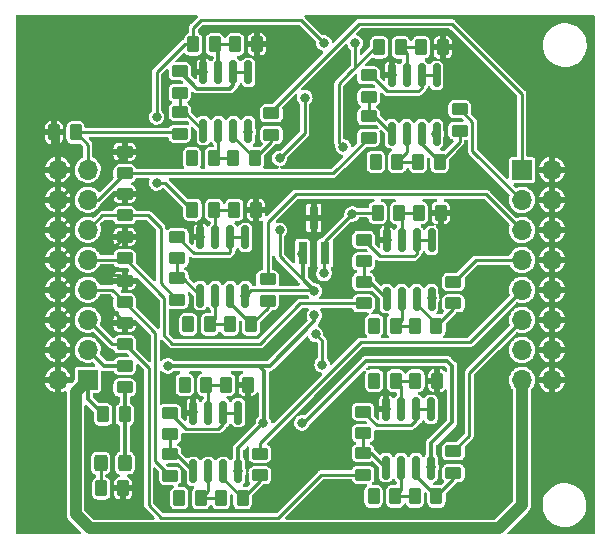
<source format=gtl>
G04 #@! TF.GenerationSoftware,KiCad,Pcbnew,(6.0.6)*
G04 #@! TF.CreationDate,2022-08-29T15:29:16+02:00*
G04 #@! TF.ProjectId,amplifier-board-six-channels,616d706c-6966-4696-9572-2d626f617264,rev?*
G04 #@! TF.SameCoordinates,Original*
G04 #@! TF.FileFunction,Copper,L1,Top*
G04 #@! TF.FilePolarity,Positive*
%FSLAX46Y46*%
G04 Gerber Fmt 4.6, Leading zero omitted, Abs format (unit mm)*
G04 Created by KiCad (PCBNEW (6.0.6)) date 2022-08-29 15:29:16*
%MOMM*%
%LPD*%
G01*
G04 APERTURE LIST*
G04 Aperture macros list*
%AMRoundRect*
0 Rectangle with rounded corners*
0 $1 Rounding radius*
0 $2 $3 $4 $5 $6 $7 $8 $9 X,Y pos of 4 corners*
0 Add a 4 corners polygon primitive as box body*
4,1,4,$2,$3,$4,$5,$6,$7,$8,$9,$2,$3,0*
0 Add four circle primitives for the rounded corners*
1,1,$1+$1,$2,$3*
1,1,$1+$1,$4,$5*
1,1,$1+$1,$6,$7*
1,1,$1+$1,$8,$9*
0 Add four rect primitives between the rounded corners*
20,1,$1+$1,$2,$3,$4,$5,0*
20,1,$1+$1,$4,$5,$6,$7,0*
20,1,$1+$1,$6,$7,$8,$9,0*
20,1,$1+$1,$8,$9,$2,$3,0*%
G04 Aperture macros list end*
G04 #@! TA.AperFunction,SMDPad,CuDef*
%ADD10RoundRect,0.250000X-0.262500X-0.450000X0.262500X-0.450000X0.262500X0.450000X-0.262500X0.450000X0*%
G04 #@! TD*
G04 #@! TA.AperFunction,SMDPad,CuDef*
%ADD11RoundRect,0.150000X-0.150000X0.825000X-0.150000X-0.825000X0.150000X-0.825000X0.150000X0.825000X0*%
G04 #@! TD*
G04 #@! TA.AperFunction,SMDPad,CuDef*
%ADD12RoundRect,0.250000X0.450000X-0.262500X0.450000X0.262500X-0.450000X0.262500X-0.450000X-0.262500X0*%
G04 #@! TD*
G04 #@! TA.AperFunction,SMDPad,CuDef*
%ADD13RoundRect,0.250000X0.262500X0.450000X-0.262500X0.450000X-0.262500X-0.450000X0.262500X-0.450000X0*%
G04 #@! TD*
G04 #@! TA.AperFunction,SMDPad,CuDef*
%ADD14RoundRect,0.250000X-0.450000X0.262500X-0.450000X-0.262500X0.450000X-0.262500X0.450000X0.262500X0*%
G04 #@! TD*
G04 #@! TA.AperFunction,SMDPad,CuDef*
%ADD15R,0.800000X1.900000*%
G04 #@! TD*
G04 #@! TA.AperFunction,ComponentPad*
%ADD16R,1.700000X1.700000*%
G04 #@! TD*
G04 #@! TA.AperFunction,ComponentPad*
%ADD17O,1.700000X1.700000*%
G04 #@! TD*
G04 #@! TA.AperFunction,SMDPad,CuDef*
%ADD18RoundRect,0.250000X-0.325000X-0.450000X0.325000X-0.450000X0.325000X0.450000X-0.325000X0.450000X0*%
G04 #@! TD*
G04 #@! TA.AperFunction,ViaPad*
%ADD19C,0.800000*%
G04 #@! TD*
G04 #@! TA.AperFunction,Conductor*
%ADD20C,0.254000*%
G04 #@! TD*
G04 #@! TA.AperFunction,Conductor*
%ADD21C,0.350000*%
G04 #@! TD*
G04 #@! TA.AperFunction,Conductor*
%ADD22C,0.300000*%
G04 #@! TD*
G04 #@! TA.AperFunction,Conductor*
%ADD23C,1.000000*%
G04 #@! TD*
G04 APERTURE END LIST*
D10*
X41454700Y-58064400D03*
X43279700Y-58064400D03*
X68050100Y-48951400D03*
X69875100Y-48951400D03*
D11*
X53036600Y-51673400D03*
X51766600Y-51673400D03*
X50496600Y-51673400D03*
X49226600Y-51673400D03*
X49226600Y-56623400D03*
X50496600Y-56623400D03*
X51766600Y-56623400D03*
X53036600Y-56623400D03*
D12*
X43434000Y-49530000D03*
X43434000Y-47705000D03*
X63662600Y-42415100D03*
X63662600Y-40590100D03*
D13*
X66321900Y-58751400D03*
X64496900Y-58751400D03*
D12*
X47281600Y-57010900D03*
X47281600Y-55185900D03*
X43434000Y-31392500D03*
X43434000Y-29567500D03*
D13*
X39266500Y-27940000D03*
X37441500Y-27940000D03*
D10*
X64550100Y-48951400D03*
X66375100Y-48951400D03*
D14*
X47881600Y-36785900D03*
X47881600Y-38610900D03*
D13*
X66375100Y-44301400D03*
X64550100Y-44301400D03*
D10*
X49169100Y-34498400D03*
X50994100Y-34498400D03*
D13*
X66512600Y-30426400D03*
X64687600Y-30426400D03*
D14*
X64087600Y-23113900D03*
X64087600Y-24938900D03*
D13*
X49881600Y-58898400D03*
X48056600Y-58898400D03*
D14*
X63662600Y-37036000D03*
X63662600Y-38861000D03*
D12*
X71262600Y-56763900D03*
X71262600Y-54938900D03*
D15*
X58486000Y-38177600D03*
X60386000Y-38177600D03*
X59436000Y-35177600D03*
D11*
X69842600Y-23101400D03*
X68572600Y-23101400D03*
X67302600Y-23101400D03*
X66032600Y-23101400D03*
X66032600Y-28051400D03*
X67302600Y-28051400D03*
X68572600Y-28051400D03*
X69842600Y-28051400D03*
D12*
X43434000Y-45870500D03*
X43434000Y-44045500D03*
D11*
X69417600Y-37076400D03*
X68147600Y-37076400D03*
X66877600Y-37076400D03*
X65607600Y-37076400D03*
X65607600Y-42026400D03*
X66877600Y-42026400D03*
X68147600Y-42026400D03*
X69417600Y-42026400D03*
D14*
X63612600Y-51588900D03*
X63612600Y-53413900D03*
D10*
X68350100Y-34751400D03*
X70175100Y-34751400D03*
D12*
X43434000Y-38608000D03*
X43434000Y-36783000D03*
D10*
X52719100Y-34498400D03*
X54544100Y-34498400D03*
D16*
X40300000Y-48875000D03*
D17*
X37760000Y-48875000D03*
X40300000Y-46335000D03*
X37760000Y-46335000D03*
X40300000Y-43795000D03*
X37760000Y-43795000D03*
X40300000Y-41255000D03*
X37760000Y-41255000D03*
X40300000Y-38715000D03*
X37760000Y-38715000D03*
X40300000Y-36175000D03*
X37760000Y-36175000D03*
X40300000Y-33635000D03*
X37760000Y-33635000D03*
X40300000Y-31095000D03*
X37760000Y-31095000D03*
D11*
X53636600Y-36823400D03*
X52366600Y-36823400D03*
X51096600Y-36823400D03*
X49826600Y-36823400D03*
X49826600Y-41773400D03*
X51096600Y-41773400D03*
X52366600Y-41773400D03*
X53636600Y-41773400D03*
D14*
X47281600Y-51685900D03*
X47281600Y-53510900D03*
D10*
X68000100Y-44301400D03*
X69825100Y-44301400D03*
D12*
X47881600Y-42110900D03*
X47881600Y-40285900D03*
D10*
X52634100Y-30123400D03*
X54459100Y-30123400D03*
X68525100Y-20726400D03*
X70350100Y-20726400D03*
D14*
X48096600Y-22760900D03*
X48096600Y-24585900D03*
D12*
X71787600Y-27788900D03*
X71787600Y-25963900D03*
D13*
X50959100Y-30123400D03*
X49134100Y-30123400D03*
D11*
X53901600Y-22848400D03*
X52631600Y-22848400D03*
X51361600Y-22848400D03*
X50091600Y-22848400D03*
X50091600Y-27798400D03*
X51361600Y-27798400D03*
X52631600Y-27798400D03*
X53901600Y-27798400D03*
D12*
X43434000Y-34948500D03*
X43434000Y-33123500D03*
X54881600Y-56960900D03*
X54881600Y-55135900D03*
X55531600Y-42210900D03*
X55531600Y-40385900D03*
X55846600Y-28135900D03*
X55846600Y-26310900D03*
X48096600Y-28035900D03*
X48096600Y-26210900D03*
X43434000Y-42314500D03*
X43434000Y-40489500D03*
D10*
X48519100Y-49298400D03*
X50344100Y-49298400D03*
X52019100Y-49298400D03*
X53844100Y-49298400D03*
X49234100Y-20473400D03*
X51059100Y-20473400D03*
D12*
X64087600Y-28388900D03*
X64087600Y-26563900D03*
X71262600Y-42413900D03*
X71262600Y-40588900D03*
D10*
X64850100Y-34751400D03*
X66675100Y-34751400D03*
X68262600Y-30426400D03*
X70087600Y-30426400D03*
D13*
X50644100Y-44198400D03*
X48819100Y-44198400D03*
D10*
X51581600Y-58898400D03*
X53406600Y-58898400D03*
X68000100Y-58751400D03*
X69825100Y-58751400D03*
X52319100Y-44198400D03*
X54144100Y-44198400D03*
D13*
X43434000Y-51816000D03*
X41609000Y-51816000D03*
D10*
X52796600Y-20473400D03*
X54621600Y-20473400D03*
D16*
X77063600Y-31125000D03*
D17*
X79603600Y-31125000D03*
X77063600Y-33665000D03*
X79603600Y-33665000D03*
X77063600Y-36205000D03*
X79603600Y-36205000D03*
X77063600Y-38745000D03*
X79603600Y-38745000D03*
X77063600Y-41285000D03*
X79603600Y-41285000D03*
X77063600Y-43825000D03*
X79603600Y-43825000D03*
X77063600Y-46365000D03*
X79603600Y-46365000D03*
X77063600Y-48905000D03*
X79603600Y-48905000D03*
D12*
X63612600Y-56913900D03*
X63612600Y-55088900D03*
D11*
X69367600Y-51376400D03*
X68097600Y-51376400D03*
X66827600Y-51376400D03*
X65557600Y-51376400D03*
X65557600Y-56326400D03*
X66827600Y-56326400D03*
X68097600Y-56326400D03*
X69367600Y-56326400D03*
D18*
X41393000Y-55930800D03*
X43443000Y-55930800D03*
D10*
X64975100Y-20726400D03*
X66800100Y-20726400D03*
D19*
X58420000Y-52527200D03*
X59486800Y-41351200D03*
X47091600Y-47701200D03*
X53898800Y-27889200D03*
X53035200Y-56642000D03*
X55168800Y-52527200D03*
X58470800Y-38201600D03*
X58674000Y-24993600D03*
X56540400Y-30124400D03*
X43434000Y-49530000D03*
X69422600Y-41959800D03*
X59486800Y-43434000D03*
X56540400Y-36220400D03*
X69371800Y-56285400D03*
X53644800Y-41808400D03*
X69829000Y-28040600D03*
X43307000Y-57912000D03*
X57912000Y-55753000D03*
X49784000Y-36830000D03*
X57251600Y-42265600D03*
X57150000Y-44704000D03*
X74549000Y-51816000D03*
X56794400Y-49504600D03*
X49174400Y-51612800D03*
X61899800Y-44627800D03*
X74295000Y-58039000D03*
X57277000Y-40360600D03*
X56388000Y-20447000D03*
X62382400Y-26644600D03*
X61214000Y-53594000D03*
X54610000Y-34417000D03*
X66040000Y-23114000D03*
X65659000Y-37084000D03*
X60833000Y-22910800D03*
X60223400Y-27813000D03*
X71882000Y-22352000D03*
X53848000Y-49276000D03*
X66548000Y-32004000D03*
X50038000Y-22860000D03*
X65532000Y-51358800D03*
X72263000Y-34671000D03*
X61214000Y-59309000D03*
X52781200Y-20472400D03*
X68355800Y-34746200D03*
X71251400Y-54964600D03*
X54914800Y-55118000D03*
X71302200Y-40588200D03*
X55575200Y-40386000D03*
X71787600Y-25963900D03*
X55880000Y-26314400D03*
X62941200Y-20370800D03*
X59588400Y-45034200D03*
X46126400Y-26619200D03*
X64550100Y-48951400D03*
X60147200Y-47599600D03*
X60299600Y-39878000D03*
X61925200Y-29159200D03*
X46126400Y-32207200D03*
X62687200Y-34848800D03*
X48463200Y-49276000D03*
X60299600Y-20370800D03*
X49123600Y-30073600D03*
X64698200Y-30428200D03*
X48818800Y-44196000D03*
X64545800Y-44296600D03*
X48056800Y-58877200D03*
X64495000Y-58723800D03*
X68508200Y-20725400D03*
X52730400Y-34493200D03*
X52019200Y-49225200D03*
X68051000Y-48970200D03*
D20*
X59436000Y-41300400D02*
X54152800Y-41300400D01*
X59486800Y-41351200D02*
X59436000Y-41300400D01*
D21*
X43434000Y-55921800D02*
X43443000Y-55930800D01*
X70713600Y-47294800D02*
X71170800Y-47752000D01*
D20*
X54152800Y-41300400D02*
X53644800Y-41808400D01*
D21*
X58420000Y-52527200D02*
X58623200Y-52527200D01*
D20*
X58674000Y-24993600D02*
X58674000Y-27990800D01*
D21*
X59486800Y-43916600D02*
X55702200Y-47701200D01*
D20*
X56540400Y-38404800D02*
X59486800Y-41351200D01*
D21*
X71170800Y-47752000D02*
X71170800Y-52425600D01*
D20*
X58674000Y-27990800D02*
X56540400Y-30124400D01*
D21*
X43434000Y-51816000D02*
X43434000Y-55921800D01*
X55219600Y-52476400D02*
X55168800Y-52527200D01*
X55219600Y-48158400D02*
X55219600Y-52476400D01*
X59486800Y-43434000D02*
X59486800Y-43916600D01*
X55168800Y-52527200D02*
X53036600Y-54659400D01*
X58486000Y-38177600D02*
X58486000Y-40350400D01*
X69371800Y-54224600D02*
X69371800Y-56285400D01*
X54762400Y-47701200D02*
X55219600Y-48158400D01*
X71170800Y-52425600D02*
X69371800Y-54224600D01*
X63855600Y-47294800D02*
X70713600Y-47294800D01*
X43434000Y-49530000D02*
X43434000Y-51816000D01*
D20*
X56540400Y-36220400D02*
X56540400Y-38404800D01*
D21*
X53036600Y-54659400D02*
X53036600Y-56623400D01*
X58623200Y-52527200D02*
X63855600Y-47294800D01*
X55702200Y-47701200D02*
X54762400Y-47701200D01*
X47091600Y-47701200D02*
X54762400Y-47701200D01*
X58486000Y-40350400D02*
X59486800Y-41351200D01*
D20*
X37760000Y-28258500D02*
X37760000Y-31095000D01*
X40798800Y-34944000D02*
X42619300Y-33123500D01*
X38991000Y-40024000D02*
X42968500Y-40024000D01*
X37760000Y-33635000D02*
X39025793Y-32369207D01*
X37760000Y-36175000D02*
X38991000Y-34944000D01*
X37441500Y-27940000D02*
X37760000Y-28258500D01*
X38991000Y-37484000D02*
X42733000Y-37484000D01*
X43434000Y-29787631D02*
X43434000Y-29567500D01*
X38991000Y-34944000D02*
X40798800Y-34944000D01*
X42733000Y-37484000D02*
X43434000Y-36783000D01*
X37760000Y-41255000D02*
X38991000Y-40024000D01*
X40852424Y-32369207D02*
X43434000Y-29787631D01*
X37760000Y-43795000D02*
X38991000Y-42564000D01*
X42619300Y-33123500D02*
X43434000Y-33123500D01*
X39025793Y-32369207D02*
X40852424Y-32369207D01*
X37760000Y-38715000D02*
X38991000Y-37484000D01*
X38991000Y-42564000D02*
X41952500Y-42564000D01*
X41952500Y-42564000D02*
X43434000Y-44045500D01*
X42968500Y-40024000D02*
X43434000Y-40489500D01*
D22*
X51361600Y-20775900D02*
X51361600Y-22848400D01*
X51361600Y-20775900D02*
X51059100Y-20473400D01*
D20*
X51060100Y-20472400D02*
X51059100Y-20473400D01*
X52781200Y-20472400D02*
X51060100Y-20472400D01*
X66675100Y-34751400D02*
X66877600Y-34953900D01*
X66877600Y-34953900D02*
X66877600Y-37076400D01*
X66675100Y-34751400D02*
X68350100Y-34751400D01*
D23*
X77063600Y-59486800D02*
X75082400Y-61468000D01*
X39268400Y-60248800D02*
X39268400Y-49906600D01*
X77063600Y-48905000D02*
X77063600Y-59486800D01*
D21*
X40300000Y-50507000D02*
X41609000Y-51816000D01*
X40300000Y-48875000D02*
X40300000Y-50507000D01*
D23*
X75082400Y-61468000D02*
X40487600Y-61468000D01*
X39268400Y-49906600D02*
X40300000Y-48875000D01*
X40487600Y-61468000D02*
X39268400Y-60248800D01*
D21*
X41670000Y-47705000D02*
X43434000Y-47705000D01*
X40300000Y-46335000D02*
X41670000Y-47705000D01*
D20*
X42375500Y-45870500D02*
X43434000Y-45870500D01*
X60078500Y-56913900D02*
X63612600Y-56913900D01*
X40300000Y-43795000D02*
X42375500Y-45870500D01*
X56438800Y-60553600D02*
X60078500Y-56913900D01*
X46532800Y-60553600D02*
X56438800Y-60553600D01*
X43434000Y-45870500D02*
X45466000Y-47902500D01*
X45466000Y-59486800D02*
X46532800Y-60553600D01*
X45466000Y-47902500D02*
X45466000Y-59486800D01*
X43434000Y-42314500D02*
X46024800Y-44905300D01*
X46024800Y-44905300D02*
X46024800Y-55754100D01*
X40300000Y-41255000D02*
X42374500Y-41255000D01*
X42374500Y-41255000D02*
X43434000Y-42314500D01*
X46024800Y-55754100D02*
X47281600Y-57010900D01*
X43327000Y-38715000D02*
X43434000Y-38608000D01*
X54889400Y-45821600D02*
X58295900Y-42415100D01*
X43434000Y-38608000D02*
X46761400Y-41935400D01*
X47472600Y-45821600D02*
X54889400Y-45821600D01*
X46761400Y-41935400D02*
X46761400Y-45110400D01*
X46761400Y-45110400D02*
X47472600Y-45821600D01*
X40300000Y-38715000D02*
X43327000Y-38715000D01*
X58295900Y-42415100D02*
X63662600Y-42415100D01*
X47881600Y-42110900D02*
X46482000Y-40711300D01*
X41526500Y-34948500D02*
X40300000Y-36175000D01*
X46482000Y-36017200D02*
X45413300Y-34948500D01*
X46482000Y-40711300D02*
X46482000Y-36017200D01*
X45413300Y-34948500D02*
X43434000Y-34948500D01*
X43434000Y-34948500D02*
X41526500Y-34948500D01*
X43434000Y-31392500D02*
X61084000Y-31392500D01*
X41191500Y-33635000D02*
X43434000Y-31392500D01*
X40300000Y-33635000D02*
X41191500Y-33635000D01*
X61084000Y-31392500D02*
X64087600Y-28388900D01*
X48000700Y-27940000D02*
X48096600Y-28035900D01*
X40300000Y-28973500D02*
X39266500Y-27940000D01*
X40300000Y-31095000D02*
X40300000Y-28973500D01*
X39266500Y-27940000D02*
X48000700Y-27940000D01*
X71262600Y-54938900D02*
X72593200Y-53608300D01*
X72593200Y-48295400D02*
X77063600Y-43825000D01*
X72593200Y-53608300D02*
X72593200Y-48295400D01*
X72628600Y-45720000D02*
X77063600Y-41285000D01*
X63398400Y-45720000D02*
X72628600Y-45720000D01*
X54914800Y-54203600D02*
X63398400Y-45720000D01*
X54914800Y-55118000D02*
X54914800Y-54203600D01*
X73145400Y-38745000D02*
X71302200Y-40588200D01*
X77063600Y-38745000D02*
X73145400Y-38745000D01*
X55531600Y-40385900D02*
X55531600Y-35552800D01*
X74031000Y-33172400D02*
X77063600Y-36205000D01*
X57912000Y-33172400D02*
X74031000Y-33172400D01*
X55531600Y-35552800D02*
X57912000Y-33172400D01*
X72868600Y-29470000D02*
X77063600Y-33665000D01*
X72868600Y-27044900D02*
X72868600Y-29470000D01*
X71787600Y-25963900D02*
X72868600Y-27044900D01*
X55880000Y-26314400D02*
X55880000Y-26111200D01*
X63246000Y-18745200D02*
X71120000Y-18745200D01*
X77063600Y-24688800D02*
X77063600Y-31125000D01*
X55880000Y-26111200D02*
X63246000Y-18745200D01*
X71120000Y-18745200D02*
X77063600Y-24688800D01*
X49885600Y-18440400D02*
X58369200Y-18440400D01*
X49234100Y-20473400D02*
X48513000Y-20473400D01*
X61569600Y-23825200D02*
X61569600Y-28803600D01*
X61569600Y-28803600D02*
X61925200Y-29159200D01*
X49169100Y-34498400D02*
X46877900Y-32207200D01*
X48485600Y-49298400D02*
X48463200Y-49276000D01*
X60386000Y-37150000D02*
X62687200Y-34848800D01*
X60299600Y-38264000D02*
X60386000Y-38177600D01*
X60386000Y-38177600D02*
X60386000Y-37150000D01*
X48519100Y-49298400D02*
X48485600Y-49298400D01*
X49234100Y-20473400D02*
X49234100Y-19091900D01*
X62788800Y-34747200D02*
X64845900Y-34747200D01*
X64975100Y-20726400D02*
X64668400Y-20726400D01*
X64668400Y-20726400D02*
X62458600Y-22936200D01*
X60299600Y-39878000D02*
X60299600Y-38264000D01*
X49234100Y-19091900D02*
X49885600Y-18440400D01*
X62687200Y-34848800D02*
X62788800Y-34747200D01*
X62458600Y-22936200D02*
X61569600Y-23825200D01*
X58369200Y-18440400D02*
X60299600Y-20370800D01*
X59588400Y-45034200D02*
X60147200Y-45593000D01*
X64845900Y-34747200D02*
X64850100Y-34751400D01*
X46126400Y-22860000D02*
X46126400Y-26619200D01*
X46877900Y-32207200D02*
X46126400Y-32207200D01*
X62941200Y-20370800D02*
X62941200Y-22453600D01*
X60147200Y-45593000D02*
X60147200Y-47599600D01*
X48513000Y-20473400D02*
X46126400Y-22860000D01*
X62941200Y-22453600D02*
X62458600Y-22936200D01*
X53901600Y-22848400D02*
X52631600Y-22848400D01*
D22*
X49563100Y-24227400D02*
X52328200Y-24227400D01*
X48096600Y-22760900D02*
X49563100Y-24227400D01*
X52631600Y-23924000D02*
X52631600Y-22848400D01*
X52328200Y-24227400D02*
X52631600Y-23924000D01*
X48096600Y-26210900D02*
X48504100Y-26210900D01*
D20*
X50091600Y-27798400D02*
X48504100Y-26210900D01*
X48096600Y-24585900D02*
X48096600Y-26210900D01*
X55846600Y-28735900D02*
X55846600Y-28135900D01*
X52631600Y-27798400D02*
X52631600Y-28295900D01*
X54459100Y-30123400D02*
X55846600Y-28735900D01*
X52631600Y-28295900D02*
X54459100Y-30123400D01*
X51361600Y-27798400D02*
X51361600Y-29720900D01*
X51361600Y-29720900D02*
X50959100Y-30123400D01*
X52634100Y-30123400D02*
X50959100Y-30123400D01*
X68303400Y-24457400D02*
X68572600Y-24188200D01*
X64087600Y-23113900D02*
X64319153Y-23113900D01*
X68572600Y-24188200D02*
X68572600Y-23101400D01*
X68572600Y-23101400D02*
X69842600Y-23101400D01*
X64319153Y-23113900D02*
X65662653Y-24457400D01*
X65662653Y-24457400D02*
X68303400Y-24457400D01*
X64087600Y-26563900D02*
X64545100Y-26563900D01*
X64087600Y-24938900D02*
X64087600Y-26563900D01*
X64545100Y-26563900D02*
X66032600Y-28051400D01*
X67302600Y-29636400D02*
X66512600Y-30426400D01*
X67302600Y-28051400D02*
X67302600Y-29636400D01*
X68262600Y-30426400D02*
X66512600Y-30426400D01*
X71787600Y-27788900D02*
X71787600Y-28726400D01*
X68572600Y-28911400D02*
X70087600Y-30426400D01*
X68572600Y-28051400D02*
X68572600Y-28911400D01*
X71787600Y-28726400D02*
X70087600Y-30426400D01*
X53636600Y-36823400D02*
X52366600Y-36823400D01*
X52366600Y-38057400D02*
X52366600Y-36823400D01*
X47881600Y-36785900D02*
X49275100Y-38179400D01*
X49275100Y-38179400D02*
X52244600Y-38179400D01*
X52244600Y-38179400D02*
X52366600Y-38057400D01*
X49826600Y-41773400D02*
X48339100Y-40285900D01*
X48339100Y-40285900D02*
X47881600Y-40285900D01*
X47881600Y-38610900D02*
X47881600Y-40285900D01*
X51096600Y-43745900D02*
X50644100Y-44198400D01*
X51096600Y-41773400D02*
X51096600Y-43745900D01*
X50644100Y-44198400D02*
X52319100Y-44198400D01*
X52366600Y-42420900D02*
X54144100Y-44198400D01*
X55531600Y-42810900D02*
X55531600Y-42210900D01*
X52366600Y-41773400D02*
X52366600Y-42420900D01*
X54144100Y-44198400D02*
X55531600Y-42810900D01*
X68147600Y-37076400D02*
X69417600Y-37076400D01*
X65059000Y-38432400D02*
X67920800Y-38432400D01*
X67920800Y-38432400D02*
X68147600Y-38205600D01*
X63662600Y-37036000D02*
X65059000Y-38432400D01*
X68147600Y-38205600D02*
X68147600Y-37076400D01*
X64171300Y-40590100D02*
X65607600Y-42026400D01*
X63662600Y-38861000D02*
X63662600Y-40590100D01*
X63662600Y-40590100D02*
X64171300Y-40590100D01*
X66375100Y-44301400D02*
X68000100Y-44301400D01*
X66877600Y-43798900D02*
X66375100Y-44301400D01*
X66877600Y-42026400D02*
X66877600Y-43798900D01*
X68147600Y-42482347D02*
X69825100Y-44159847D01*
X68147600Y-42026400D02*
X68147600Y-42482347D01*
X71262600Y-42863900D02*
X71262600Y-42413900D01*
X69825100Y-44301400D02*
X71262600Y-42863900D01*
X69825100Y-44159847D02*
X69825100Y-44301400D01*
X48625100Y-53029400D02*
X51364600Y-53029400D01*
X51364600Y-53029400D02*
X51766600Y-52627400D01*
X51766600Y-52627400D02*
X51766600Y-51673400D01*
X47281600Y-51685900D02*
X48625100Y-53029400D01*
X53036600Y-51673400D02*
X51766600Y-51673400D01*
X47281600Y-53510900D02*
X47281600Y-55185900D01*
X47281600Y-55185900D02*
X47789100Y-55185900D01*
X47789100Y-55185900D02*
X49226600Y-56623400D01*
X51581600Y-58898400D02*
X49881600Y-58898400D01*
X50496600Y-58283400D02*
X49881600Y-58898400D01*
X50496600Y-56623400D02*
X50496600Y-58283400D01*
X54881600Y-56960900D02*
X54881600Y-57423400D01*
X51766600Y-56623400D02*
X51766600Y-57258400D01*
X51766600Y-57258400D02*
X53406600Y-58898400D01*
X54881600Y-57423400D02*
X53406600Y-58898400D01*
X64756100Y-52732400D02*
X67692400Y-52732400D01*
X63612600Y-51588900D02*
X64756100Y-52732400D01*
X68097600Y-52327200D02*
X68097600Y-51376400D01*
X67692400Y-52732400D02*
X68097600Y-52327200D01*
X69367600Y-51376400D02*
X68097600Y-51376400D01*
X64320100Y-55088900D02*
X65557600Y-56326400D01*
X63612600Y-53413900D02*
X63612600Y-55088900D01*
X63612600Y-55088900D02*
X64320100Y-55088900D01*
X66827600Y-56326400D02*
X66827600Y-58245700D01*
X66827600Y-58245700D02*
X66321900Y-58751400D01*
X66321900Y-58751400D02*
X68000100Y-58751400D01*
X68097600Y-57023900D02*
X69825100Y-58751400D01*
X68097600Y-56326400D02*
X68097600Y-57023900D01*
X71262600Y-57313900D02*
X71262600Y-56763900D01*
X69825100Y-58751400D02*
X71262600Y-57313900D01*
X67302600Y-21228900D02*
X67302600Y-23101400D01*
X66801100Y-20725400D02*
X66800100Y-20726400D01*
X66800100Y-20726400D02*
X67302600Y-21228900D01*
X68508200Y-20725400D02*
X66801100Y-20725400D01*
X52725200Y-34498400D02*
X52730400Y-34493200D01*
X50994100Y-34498400D02*
X51096600Y-34600900D01*
X50994100Y-34498400D02*
X52725200Y-34498400D01*
X51096600Y-34600900D02*
X51096600Y-36823400D01*
X50496600Y-49450900D02*
X50496600Y-51673400D01*
X50344100Y-49298400D02*
X50496600Y-49450900D01*
X52019100Y-49298400D02*
X50344100Y-49298400D01*
X66827600Y-49403900D02*
X66827600Y-51376400D01*
X68032200Y-48951400D02*
X68051000Y-48970200D01*
X66375100Y-48951400D02*
X68032200Y-48951400D01*
X66375100Y-48951400D02*
X66827600Y-49403900D01*
X41393000Y-58002700D02*
X41454700Y-58064400D01*
X41393000Y-55930800D02*
X41393000Y-58002700D01*
G04 #@! TA.AperFunction,Conductor*
G36*
X49574708Y-17995702D02*
G01*
X49621201Y-18049358D01*
X49631305Y-18119632D01*
X49601811Y-18184212D01*
X49595682Y-18190796D01*
X49291772Y-18494705D01*
X49002617Y-18783860D01*
X48983606Y-18799214D01*
X48982544Y-18800180D01*
X48973796Y-18805829D01*
X48967352Y-18814004D01*
X48967349Y-18814006D01*
X48952871Y-18832372D01*
X48948894Y-18836847D01*
X48948965Y-18836908D01*
X48945612Y-18840865D01*
X48941929Y-18844548D01*
X48938903Y-18848783D01*
X48938901Y-18848785D01*
X48930647Y-18860336D01*
X48927084Y-18865082D01*
X48895166Y-18905570D01*
X48892115Y-18914257D01*
X48886766Y-18921743D01*
X48883783Y-18931719D01*
X48883782Y-18931720D01*
X48872002Y-18971111D01*
X48870172Y-18976743D01*
X48853084Y-19025402D01*
X48852600Y-19030991D01*
X48852600Y-19033702D01*
X48852485Y-19036369D01*
X48852466Y-19036432D01*
X48852292Y-19036425D01*
X48852245Y-19037171D01*
X48850375Y-19043424D01*
X48850784Y-19053828D01*
X48852503Y-19097578D01*
X48852600Y-19102525D01*
X48852600Y-19441855D01*
X48832598Y-19509976D01*
X48778942Y-19556469D01*
X48770828Y-19559837D01*
X48726836Y-19576329D01*
X48719657Y-19581709D01*
X48719654Y-19581711D01*
X48631623Y-19647687D01*
X48611196Y-19662996D01*
X48605815Y-19670176D01*
X48529911Y-19771454D01*
X48529909Y-19771457D01*
X48524529Y-19778636D01*
X48503508Y-19834711D01*
X48477345Y-19904502D01*
X48473802Y-19913952D01*
X48467100Y-19975644D01*
X48467100Y-19992066D01*
X48447098Y-20060187D01*
X48393663Y-20106488D01*
X48387717Y-20107478D01*
X48342349Y-20131958D01*
X48337086Y-20134639D01*
X48297750Y-20153527D01*
X48297746Y-20153530D01*
X48290602Y-20156960D01*
X48286308Y-20160570D01*
X48284376Y-20162502D01*
X48282427Y-20164289D01*
X48282374Y-20164318D01*
X48282255Y-20164188D01*
X48281687Y-20164689D01*
X48275943Y-20167788D01*
X48268876Y-20175433D01*
X48239134Y-20207608D01*
X48235704Y-20211174D01*
X45894921Y-22551956D01*
X45875905Y-22567315D01*
X45874844Y-22568281D01*
X45866096Y-22573929D01*
X45853486Y-22589925D01*
X45845171Y-22600472D01*
X45841194Y-22604947D01*
X45841265Y-22605008D01*
X45837912Y-22608965D01*
X45834229Y-22612648D01*
X45831203Y-22616883D01*
X45831201Y-22616885D01*
X45822947Y-22628436D01*
X45819384Y-22633182D01*
X45787466Y-22673670D01*
X45784415Y-22682357D01*
X45779066Y-22689843D01*
X45776083Y-22699819D01*
X45776082Y-22699820D01*
X45764302Y-22739211D01*
X45762472Y-22744843D01*
X45745384Y-22793502D01*
X45744900Y-22799091D01*
X45744900Y-22801802D01*
X45744785Y-22804469D01*
X45744766Y-22804532D01*
X45744592Y-22804525D01*
X45744545Y-22805271D01*
X45742675Y-22811524D01*
X45743854Y-22841535D01*
X45744803Y-22865678D01*
X45744900Y-22870625D01*
X45744900Y-26026133D01*
X45724898Y-26094254D01*
X45701730Y-26121081D01*
X45636439Y-26178038D01*
X45545350Y-26307644D01*
X45487806Y-26455237D01*
X45486814Y-26462770D01*
X45486814Y-26462771D01*
X45469777Y-26592185D01*
X45467129Y-26612296D01*
X45474231Y-26676621D01*
X45482432Y-26750902D01*
X45484513Y-26769753D01*
X45487123Y-26776884D01*
X45487123Y-26776886D01*
X45536002Y-26910454D01*
X45538953Y-26918519D01*
X45543189Y-26924822D01*
X45543189Y-26924823D01*
X45612353Y-27027749D01*
X45627308Y-27050005D01*
X45632927Y-27055118D01*
X45632928Y-27055119D01*
X45722669Y-27136776D01*
X45744476Y-27156619D01*
X45883693Y-27232208D01*
X46036922Y-27272407D01*
X46120877Y-27273726D01*
X46187719Y-27274776D01*
X46187722Y-27274776D01*
X46195316Y-27274895D01*
X46349732Y-27239529D01*
X46448859Y-27189674D01*
X46484472Y-27171763D01*
X46484475Y-27171761D01*
X46491255Y-27168351D01*
X46497026Y-27163422D01*
X46497029Y-27163420D01*
X46605936Y-27070404D01*
X46605936Y-27070403D01*
X46611714Y-27065469D01*
X46704155Y-26936824D01*
X46763242Y-26789841D01*
X46774639Y-26709760D01*
X46784981Y-26637091D01*
X46784981Y-26637088D01*
X46785562Y-26633007D01*
X46785707Y-26619200D01*
X46766676Y-26461933D01*
X46710680Y-26313746D01*
X46669373Y-26253644D01*
X46625255Y-26189451D01*
X46625254Y-26189449D01*
X46620953Y-26183192D01*
X46550081Y-26120047D01*
X46512526Y-26059798D01*
X46507900Y-26025971D01*
X46507900Y-23070212D01*
X46527902Y-23002091D01*
X46544805Y-22981117D01*
X46927005Y-22598917D01*
X46989317Y-22564891D01*
X47060132Y-22569956D01*
X47116968Y-22612503D01*
X47141779Y-22679023D01*
X47142100Y-22688012D01*
X47142100Y-23071156D01*
X47142468Y-23074539D01*
X47142469Y-23074553D01*
X47145822Y-23105413D01*
X47148802Y-23132848D01*
X47199529Y-23268164D01*
X47204909Y-23275343D01*
X47204911Y-23275346D01*
X47242620Y-23325661D01*
X47286196Y-23383804D01*
X47293376Y-23389185D01*
X47394654Y-23465089D01*
X47394657Y-23465091D01*
X47401836Y-23470471D01*
X47474620Y-23497756D01*
X47529757Y-23518426D01*
X47529759Y-23518426D01*
X47537152Y-23521198D01*
X47545002Y-23522051D01*
X47545003Y-23522051D01*
X47587264Y-23526642D01*
X47598844Y-23527900D01*
X48239360Y-23527900D01*
X48307481Y-23547902D01*
X48328455Y-23564805D01*
X48367455Y-23603805D01*
X48401481Y-23666117D01*
X48396416Y-23736932D01*
X48353869Y-23793768D01*
X48287349Y-23818579D01*
X48278360Y-23818900D01*
X47598844Y-23818900D01*
X47595448Y-23819269D01*
X47595447Y-23819269D01*
X47545003Y-23824749D01*
X47545002Y-23824749D01*
X47537152Y-23825602D01*
X47529759Y-23828374D01*
X47529757Y-23828374D01*
X47509882Y-23835825D01*
X47401836Y-23876329D01*
X47394657Y-23881709D01*
X47394654Y-23881711D01*
X47308451Y-23946317D01*
X47286196Y-23962996D01*
X47280815Y-23970176D01*
X47204911Y-24071454D01*
X47204909Y-24071457D01*
X47199529Y-24078636D01*
X47148802Y-24213952D01*
X47147949Y-24221802D01*
X47147949Y-24221803D01*
X47143558Y-24262226D01*
X47142100Y-24275644D01*
X47142100Y-24896156D01*
X47148802Y-24957848D01*
X47199529Y-25093164D01*
X47204909Y-25100343D01*
X47204911Y-25100346D01*
X47252798Y-25164241D01*
X47286196Y-25208804D01*
X47340038Y-25249156D01*
X47401836Y-25295471D01*
X47400275Y-25297554D01*
X47440768Y-25338140D01*
X47455781Y-25407531D01*
X47430895Y-25474023D01*
X47400870Y-25500040D01*
X47401836Y-25501329D01*
X47286196Y-25587996D01*
X47280815Y-25595176D01*
X47204911Y-25696454D01*
X47204909Y-25696457D01*
X47199529Y-25703636D01*
X47148802Y-25838952D01*
X47147949Y-25846802D01*
X47147949Y-25846803D01*
X47147131Y-25854329D01*
X47142100Y-25900644D01*
X47142100Y-26521156D01*
X47148802Y-26582848D01*
X47151574Y-26590241D01*
X47151574Y-26590243D01*
X47161882Y-26617739D01*
X47199529Y-26718164D01*
X47204909Y-26725343D01*
X47204911Y-26725346D01*
X47247607Y-26782315D01*
X47286196Y-26833804D01*
X47293376Y-26839185D01*
X47394654Y-26915089D01*
X47394657Y-26915091D01*
X47401836Y-26920471D01*
X47475217Y-26947980D01*
X47529757Y-26968426D01*
X47529759Y-26968426D01*
X47537152Y-26971198D01*
X47545002Y-26972051D01*
X47545003Y-26972051D01*
X47595447Y-26977531D01*
X47598844Y-26977900D01*
X48594356Y-26977900D01*
X48656048Y-26971198D01*
X48656370Y-26974166D01*
X48713283Y-26977148D01*
X48760604Y-27006926D01*
X48841890Y-27088213D01*
X48875915Y-27150526D01*
X48870849Y-27221341D01*
X48828302Y-27278177D01*
X48761782Y-27302987D01*
X48708568Y-27295291D01*
X48667881Y-27280038D01*
X48663440Y-27278373D01*
X48663439Y-27278373D01*
X48656048Y-27275602D01*
X48648198Y-27274749D01*
X48648197Y-27274749D01*
X48597753Y-27269269D01*
X48597752Y-27269269D01*
X48594356Y-27268900D01*
X47598844Y-27268900D01*
X47595448Y-27269269D01*
X47595447Y-27269269D01*
X47545003Y-27274749D01*
X47545002Y-27274749D01*
X47537152Y-27275602D01*
X47529759Y-27278374D01*
X47529757Y-27278374D01*
X47521056Y-27281636D01*
X47401836Y-27326329D01*
X47394657Y-27331709D01*
X47394654Y-27331711D01*
X47318868Y-27388510D01*
X47286196Y-27412996D01*
X47261715Y-27445661D01*
X47214946Y-27508065D01*
X47158087Y-27550580D01*
X47114120Y-27558500D01*
X40158972Y-27558500D01*
X40090851Y-27538498D01*
X40044358Y-27484842D01*
X40033869Y-27442204D01*
X40033500Y-27442244D01*
X40033200Y-27439485D01*
X40026798Y-27380552D01*
X39976071Y-27245236D01*
X39970691Y-27238057D01*
X39970689Y-27238054D01*
X39894785Y-27136776D01*
X39889404Y-27129596D01*
X39848633Y-27099040D01*
X39780946Y-27048311D01*
X39780943Y-27048309D01*
X39773764Y-27042929D01*
X39647166Y-26995470D01*
X39645843Y-26994974D01*
X39645841Y-26994974D01*
X39638448Y-26992202D01*
X39630598Y-26991349D01*
X39630597Y-26991349D01*
X39580153Y-26985869D01*
X39580152Y-26985869D01*
X39576756Y-26985500D01*
X38956244Y-26985500D01*
X38952848Y-26985869D01*
X38952847Y-26985869D01*
X38902403Y-26991349D01*
X38902402Y-26991349D01*
X38894552Y-26992202D01*
X38887159Y-26994974D01*
X38887157Y-26994974D01*
X38885834Y-26995470D01*
X38759236Y-27042929D01*
X38752057Y-27048309D01*
X38752054Y-27048311D01*
X38684367Y-27099040D01*
X38643596Y-27129596D01*
X38638215Y-27136776D01*
X38562311Y-27238054D01*
X38562309Y-27238057D01*
X38556929Y-27245236D01*
X38506202Y-27380552D01*
X38499500Y-27442244D01*
X38499500Y-28437756D01*
X38506202Y-28499448D01*
X38508974Y-28506841D01*
X38508974Y-28506843D01*
X38512123Y-28515243D01*
X38556929Y-28634764D01*
X38562309Y-28641943D01*
X38562311Y-28641946D01*
X38607734Y-28702553D01*
X38643596Y-28750404D01*
X38660236Y-28762875D01*
X38752054Y-28831689D01*
X38752057Y-28831691D01*
X38759236Y-28837071D01*
X38836664Y-28866097D01*
X38887157Y-28885026D01*
X38887159Y-28885026D01*
X38894552Y-28887798D01*
X38902402Y-28888651D01*
X38902403Y-28888651D01*
X38951632Y-28893999D01*
X38956244Y-28894500D01*
X39576756Y-28894500D01*
X39584765Y-28893630D01*
X39611201Y-28890758D01*
X39681083Y-28903286D01*
X39713904Y-28926926D01*
X39881595Y-29094617D01*
X39915621Y-29156929D01*
X39918500Y-29183712D01*
X39918500Y-29970577D01*
X39898498Y-30038698D01*
X39844842Y-30085191D01*
X39836112Y-30088789D01*
X39822463Y-30093824D01*
X39817502Y-30096776D01*
X39817501Y-30096776D01*
X39809003Y-30101832D01*
X39648010Y-30197612D01*
X39643670Y-30201418D01*
X39643666Y-30201421D01*
X39513147Y-30315884D01*
X39495392Y-30331455D01*
X39369720Y-30490869D01*
X39367031Y-30495980D01*
X39367029Y-30495983D01*
X39354073Y-30520609D01*
X39275203Y-30670515D01*
X39215007Y-30864378D01*
X39191148Y-31065964D01*
X39204424Y-31268522D01*
X39205845Y-31274118D01*
X39205846Y-31274123D01*
X39233971Y-31384864D01*
X39254392Y-31465269D01*
X39256809Y-31470512D01*
X39293912Y-31550994D01*
X39339377Y-31649616D01*
X39342710Y-31654332D01*
X39449816Y-31805884D01*
X39456533Y-31815389D01*
X39460675Y-31819424D01*
X39482149Y-31840343D01*
X39601938Y-31957035D01*
X39606742Y-31960245D01*
X39649919Y-31989095D01*
X39770720Y-32069812D01*
X39776023Y-32072090D01*
X39776026Y-32072092D01*
X39950811Y-32147185D01*
X39957228Y-32149942D01*
X40022140Y-32164630D01*
X40149579Y-32193467D01*
X40149584Y-32193468D01*
X40155216Y-32194742D01*
X40160987Y-32194969D01*
X40160989Y-32194969D01*
X40220756Y-32197317D01*
X40358053Y-32202712D01*
X40475514Y-32185681D01*
X40553231Y-32174413D01*
X40553236Y-32174412D01*
X40558945Y-32173584D01*
X40564409Y-32171729D01*
X40564414Y-32171728D01*
X40745693Y-32110192D01*
X40745698Y-32110190D01*
X40751165Y-32108334D01*
X40757019Y-32105056D01*
X40867404Y-32043237D01*
X40928276Y-32009147D01*
X40939194Y-32000067D01*
X41079913Y-31883031D01*
X41084345Y-31879345D01*
X41151163Y-31799006D01*
X41210453Y-31727718D01*
X41210455Y-31727715D01*
X41214147Y-31723276D01*
X41293829Y-31580994D01*
X41310510Y-31551208D01*
X41310511Y-31551206D01*
X41313334Y-31546165D01*
X41315190Y-31540698D01*
X41315192Y-31540693D01*
X41376728Y-31359414D01*
X41376729Y-31359409D01*
X41378584Y-31353945D01*
X41379412Y-31348236D01*
X41379413Y-31348231D01*
X41407179Y-31156727D01*
X41407712Y-31153053D01*
X41409232Y-31095000D01*
X41396864Y-30960397D01*
X41391187Y-30898613D01*
X41391186Y-30898610D01*
X41390658Y-30892859D01*
X41384493Y-30871000D01*
X41337125Y-30703046D01*
X41337124Y-30703044D01*
X41335557Y-30697487D01*
X41326825Y-30679779D01*
X41248331Y-30520609D01*
X41245776Y-30515428D01*
X41124320Y-30352779D01*
X40975258Y-30214987D01*
X40970375Y-30211906D01*
X40970371Y-30211903D01*
X40819780Y-30116888D01*
X40803581Y-30106667D01*
X40798221Y-30104528D01*
X40798214Y-30104525D01*
X40760808Y-30089601D01*
X40704949Y-30045780D01*
X40681500Y-29972572D01*
X40681500Y-29874292D01*
X42480001Y-29874292D01*
X42480370Y-29881110D01*
X42485841Y-29931482D01*
X42489470Y-29946741D01*
X42534222Y-30066118D01*
X42542754Y-30081704D01*
X42618572Y-30182867D01*
X42631133Y-30195428D01*
X42732296Y-30271246D01*
X42747882Y-30279778D01*
X42867265Y-30324533D01*
X42882510Y-30328158D01*
X42932892Y-30333631D01*
X42939706Y-30334000D01*
X43161885Y-30334000D01*
X43177124Y-30329525D01*
X43178329Y-30328135D01*
X43180000Y-30320452D01*
X43180000Y-30315884D01*
X43688000Y-30315884D01*
X43692475Y-30331123D01*
X43693865Y-30332328D01*
X43701548Y-30333999D01*
X43928292Y-30333999D01*
X43935110Y-30333630D01*
X43985482Y-30328159D01*
X44000741Y-30324530D01*
X44120118Y-30279778D01*
X44135704Y-30271246D01*
X44236867Y-30195428D01*
X44249428Y-30182867D01*
X44325246Y-30081704D01*
X44333778Y-30066118D01*
X44378533Y-29946735D01*
X44382158Y-29931490D01*
X44387631Y-29881108D01*
X44388000Y-29874294D01*
X44388000Y-29839615D01*
X44383525Y-29824376D01*
X44382135Y-29823171D01*
X44374452Y-29821500D01*
X43706115Y-29821500D01*
X43690876Y-29825975D01*
X43689671Y-29827365D01*
X43688000Y-29835048D01*
X43688000Y-30315884D01*
X43180000Y-30315884D01*
X43180000Y-29839615D01*
X43175525Y-29824376D01*
X43174135Y-29823171D01*
X43166452Y-29821500D01*
X42498116Y-29821500D01*
X42482877Y-29825975D01*
X42481672Y-29827365D01*
X42480001Y-29835048D01*
X42480001Y-29874292D01*
X40681500Y-29874292D01*
X40681500Y-29295385D01*
X42480000Y-29295385D01*
X42484475Y-29310624D01*
X42485865Y-29311829D01*
X42493548Y-29313500D01*
X43161885Y-29313500D01*
X43177124Y-29309025D01*
X43178329Y-29307635D01*
X43180000Y-29299952D01*
X43180000Y-29295385D01*
X43688000Y-29295385D01*
X43692475Y-29310624D01*
X43693865Y-29311829D01*
X43701548Y-29313500D01*
X44369884Y-29313500D01*
X44385123Y-29309025D01*
X44386328Y-29307635D01*
X44387999Y-29299952D01*
X44387999Y-29260708D01*
X44387630Y-29253890D01*
X44382159Y-29203518D01*
X44378530Y-29188259D01*
X44333778Y-29068882D01*
X44325246Y-29053296D01*
X44249428Y-28952133D01*
X44236867Y-28939572D01*
X44135704Y-28863754D01*
X44120118Y-28855222D01*
X44000735Y-28810467D01*
X43985490Y-28806842D01*
X43935108Y-28801369D01*
X43928294Y-28801000D01*
X43706115Y-28801000D01*
X43690876Y-28805475D01*
X43689671Y-28806865D01*
X43688000Y-28814548D01*
X43688000Y-29295385D01*
X43180000Y-29295385D01*
X43180000Y-28819116D01*
X43175525Y-28803877D01*
X43174135Y-28802672D01*
X43166452Y-28801001D01*
X42939708Y-28801001D01*
X42932890Y-28801370D01*
X42882518Y-28806841D01*
X42867259Y-28810470D01*
X42747882Y-28855222D01*
X42732296Y-28863754D01*
X42631133Y-28939572D01*
X42618572Y-28952133D01*
X42542754Y-29053296D01*
X42534222Y-29068882D01*
X42489467Y-29188265D01*
X42485842Y-29203510D01*
X42480369Y-29253892D01*
X42480000Y-29260706D01*
X42480000Y-29295385D01*
X40681500Y-29295385D01*
X40681500Y-29027640D01*
X40684087Y-29003324D01*
X40684154Y-29001901D01*
X40686346Y-28991720D01*
X40682373Y-28958152D01*
X40682021Y-28952178D01*
X40681928Y-28952186D01*
X40681500Y-28947008D01*
X40681500Y-28941808D01*
X40680646Y-28936676D01*
X40678314Y-28922665D01*
X40677477Y-28916786D01*
X40672642Y-28875933D01*
X40672642Y-28875932D01*
X40671418Y-28865593D01*
X40667433Y-28857294D01*
X40665922Y-28848217D01*
X40641442Y-28802849D01*
X40638761Y-28797586D01*
X40619869Y-28758243D01*
X40616440Y-28751102D01*
X40612831Y-28746808D01*
X40610905Y-28744882D01*
X40609109Y-28742924D01*
X40609079Y-28742867D01*
X40609208Y-28742749D01*
X40608710Y-28742184D01*
X40605612Y-28736443D01*
X40583254Y-28715775D01*
X40565805Y-28699646D01*
X40562239Y-28696216D01*
X40402618Y-28536595D01*
X40368592Y-28474283D01*
X40373657Y-28403468D01*
X40416204Y-28346632D01*
X40482724Y-28321821D01*
X40491713Y-28321500D01*
X47029732Y-28321500D01*
X47097853Y-28341502D01*
X47144346Y-28395158D01*
X47148716Y-28407880D01*
X47148802Y-28407848D01*
X47199529Y-28543164D01*
X47204909Y-28550343D01*
X47204911Y-28550346D01*
X47261699Y-28626118D01*
X47286196Y-28658804D01*
X47293376Y-28664185D01*
X47394654Y-28740089D01*
X47394657Y-28740091D01*
X47401836Y-28745471D01*
X47469882Y-28770980D01*
X47529757Y-28793426D01*
X47529759Y-28793426D01*
X47537152Y-28796198D01*
X47545002Y-28797051D01*
X47545003Y-28797051D01*
X47584751Y-28801369D01*
X47598844Y-28802900D01*
X48594356Y-28802900D01*
X48608449Y-28801369D01*
X48648197Y-28797051D01*
X48648198Y-28797051D01*
X48656048Y-28796198D01*
X48663441Y-28793426D01*
X48663443Y-28793426D01*
X48723318Y-28770980D01*
X48791364Y-28745471D01*
X48798543Y-28740091D01*
X48798546Y-28740089D01*
X48899824Y-28664185D01*
X48907004Y-28658804D01*
X48931501Y-28626118D01*
X48988289Y-28550346D01*
X48988291Y-28550343D01*
X48993671Y-28543164D01*
X49044398Y-28407848D01*
X49051100Y-28346156D01*
X49051100Y-27725644D01*
X49050714Y-27722090D01*
X49045251Y-27671803D01*
X49045251Y-27671802D01*
X49044398Y-27663952D01*
X49024710Y-27611433D01*
X49019528Y-27540627D01*
X49053450Y-27478258D01*
X49115706Y-27444130D01*
X49186530Y-27449078D01*
X49231787Y-27478110D01*
X49500196Y-27746519D01*
X49534221Y-27808831D01*
X49537100Y-27835614D01*
X49537100Y-28655234D01*
X49552102Y-28749955D01*
X49610274Y-28864123D01*
X49700877Y-28954726D01*
X49815045Y-29012898D01*
X49909766Y-29027900D01*
X50273434Y-29027900D01*
X50333416Y-29018400D01*
X50403827Y-29027500D01*
X50434074Y-29052962D01*
X50445320Y-28996014D01*
X50479817Y-28956003D01*
X50482323Y-28954726D01*
X50572926Y-28864123D01*
X50614333Y-28782858D01*
X50663082Y-28731243D01*
X50731997Y-28714177D01*
X50799198Y-28737078D01*
X50838867Y-28782858D01*
X50880274Y-28864123D01*
X50943195Y-28927044D01*
X50977221Y-28989356D01*
X50980100Y-29016139D01*
X50980100Y-29042900D01*
X50960098Y-29111021D01*
X50906442Y-29157514D01*
X50854100Y-29168900D01*
X50648844Y-29168900D01*
X50587152Y-29175602D01*
X50584127Y-29176736D01*
X50515295Y-29173142D01*
X50477704Y-29146114D01*
X50460086Y-29209450D01*
X50428691Y-29243675D01*
X50380056Y-29280125D01*
X50336196Y-29312996D01*
X50330815Y-29320176D01*
X50254911Y-29421454D01*
X50254909Y-29421457D01*
X50249529Y-29428636D01*
X50198802Y-29563952D01*
X50197949Y-29571802D01*
X50197949Y-29571803D01*
X50197341Y-29577403D01*
X50192100Y-29625644D01*
X50192100Y-30621156D01*
X50198802Y-30682848D01*
X50249529Y-30818164D01*
X50254515Y-30824817D01*
X50269613Y-30893849D01*
X50244876Y-30960397D01*
X50188088Y-31003007D01*
X50143924Y-31011000D01*
X49949276Y-31011000D01*
X49881155Y-30990998D01*
X49834662Y-30937342D01*
X49824558Y-30867068D01*
X49838618Y-30824907D01*
X49843671Y-30818164D01*
X49894398Y-30682848D01*
X49901100Y-30621156D01*
X49901100Y-29625644D01*
X49895859Y-29577403D01*
X49895251Y-29571803D01*
X49895251Y-29571802D01*
X49894398Y-29563952D01*
X49843671Y-29428636D01*
X49838291Y-29421457D01*
X49838289Y-29421454D01*
X49762385Y-29320176D01*
X49757004Y-29312996D01*
X49733506Y-29295385D01*
X49648546Y-29231711D01*
X49648543Y-29231709D01*
X49641364Y-29226329D01*
X49527682Y-29183712D01*
X49513443Y-29178374D01*
X49513441Y-29178374D01*
X49506048Y-29175602D01*
X49498198Y-29174749D01*
X49498197Y-29174749D01*
X49447753Y-29169269D01*
X49447752Y-29169269D01*
X49444356Y-29168900D01*
X48823844Y-29168900D01*
X48820448Y-29169269D01*
X48820447Y-29169269D01*
X48770003Y-29174749D01*
X48770002Y-29174749D01*
X48762152Y-29175602D01*
X48754759Y-29178374D01*
X48754757Y-29178374D01*
X48740518Y-29183712D01*
X48626836Y-29226329D01*
X48619657Y-29231709D01*
X48619654Y-29231711D01*
X48534694Y-29295385D01*
X48511196Y-29312996D01*
X48505815Y-29320176D01*
X48429911Y-29421454D01*
X48429909Y-29421457D01*
X48424529Y-29428636D01*
X48373802Y-29563952D01*
X48372949Y-29571802D01*
X48372949Y-29571803D01*
X48372341Y-29577403D01*
X48367100Y-29625644D01*
X48367100Y-30621156D01*
X48373802Y-30682848D01*
X48424529Y-30818164D01*
X48429515Y-30824817D01*
X48444613Y-30893849D01*
X48419876Y-30960397D01*
X48363088Y-31003007D01*
X48318924Y-31011000D01*
X44465545Y-31011000D01*
X44397424Y-30990998D01*
X44350931Y-30937342D01*
X44347563Y-30929229D01*
X44341529Y-30913133D01*
X44331071Y-30885236D01*
X44325691Y-30878057D01*
X44325689Y-30878054D01*
X44259713Y-30790023D01*
X44244404Y-30769596D01*
X44206670Y-30741316D01*
X44135946Y-30688311D01*
X44135943Y-30688309D01*
X44128764Y-30682929D01*
X44039046Y-30649296D01*
X44000843Y-30634974D01*
X44000841Y-30634974D01*
X43993448Y-30632202D01*
X43985598Y-30631349D01*
X43985597Y-30631349D01*
X43935153Y-30625869D01*
X43935152Y-30625869D01*
X43931756Y-30625500D01*
X42936244Y-30625500D01*
X42932848Y-30625869D01*
X42932847Y-30625869D01*
X42882403Y-30631349D01*
X42882402Y-30631349D01*
X42874552Y-30632202D01*
X42867159Y-30634974D01*
X42867157Y-30634974D01*
X42828954Y-30649296D01*
X42739236Y-30682929D01*
X42732057Y-30688309D01*
X42732054Y-30688311D01*
X42661330Y-30741316D01*
X42623596Y-30769596D01*
X42608287Y-30790023D01*
X42542311Y-30878054D01*
X42542309Y-30878057D01*
X42536929Y-30885236D01*
X42520437Y-30929229D01*
X42495932Y-30994598D01*
X42486202Y-31020552D01*
X42479500Y-31082244D01*
X42479500Y-31702756D01*
X42482212Y-31727718D01*
X42483242Y-31737199D01*
X42470714Y-31807082D01*
X42447074Y-31839903D01*
X41342639Y-32944338D01*
X41280327Y-32978364D01*
X41209512Y-32973299D01*
X41152586Y-32930632D01*
X41150426Y-32927739D01*
X41124320Y-32892779D01*
X40975258Y-32754987D01*
X40970375Y-32751906D01*
X40970371Y-32751903D01*
X40816376Y-32654740D01*
X40803581Y-32646667D01*
X40615039Y-32571446D01*
X40609379Y-32570320D01*
X40609375Y-32570319D01*
X40421613Y-32532971D01*
X40421610Y-32532971D01*
X40415946Y-32531844D01*
X40410171Y-32531768D01*
X40410167Y-32531768D01*
X40308793Y-32530441D01*
X40212971Y-32529187D01*
X40207274Y-32530166D01*
X40207273Y-32530166D01*
X40018607Y-32562585D01*
X40012910Y-32563564D01*
X39822463Y-32633824D01*
X39648010Y-32737612D01*
X39643670Y-32741418D01*
X39643666Y-32741421D01*
X39510188Y-32858479D01*
X39495392Y-32871455D01*
X39369720Y-33030869D01*
X39367031Y-33035980D01*
X39367029Y-33035983D01*
X39353935Y-33060871D01*
X39275203Y-33210515D01*
X39215007Y-33404378D01*
X39191148Y-33605964D01*
X39204424Y-33808522D01*
X39205845Y-33814118D01*
X39205846Y-33814123D01*
X39249012Y-33984086D01*
X39254392Y-34005269D01*
X39256809Y-34010512D01*
X39316474Y-34139935D01*
X39339377Y-34189616D01*
X39346576Y-34199803D01*
X39435478Y-34325596D01*
X39456533Y-34355389D01*
X39601938Y-34497035D01*
X39606742Y-34500245D01*
X39640800Y-34523002D01*
X39770720Y-34609812D01*
X39776023Y-34612090D01*
X39776026Y-34612092D01*
X39950811Y-34687185D01*
X39957228Y-34689942D01*
X40022140Y-34704630D01*
X40149579Y-34733467D01*
X40149584Y-34733468D01*
X40155216Y-34734742D01*
X40160987Y-34734969D01*
X40160989Y-34734969D01*
X40220756Y-34737317D01*
X40358053Y-34742712D01*
X40475514Y-34725681D01*
X40553231Y-34714413D01*
X40553236Y-34714412D01*
X40558945Y-34713584D01*
X40564409Y-34711729D01*
X40564414Y-34711728D01*
X40745693Y-34650192D01*
X40745698Y-34650190D01*
X40751165Y-34648334D01*
X40757019Y-34645056D01*
X40865672Y-34584207D01*
X40928276Y-34549147D01*
X40936877Y-34541994D01*
X41079913Y-34423031D01*
X41084345Y-34419345D01*
X41177440Y-34307411D01*
X41210453Y-34267718D01*
X41210455Y-34267715D01*
X41214147Y-34263276D01*
X41299598Y-34110693D01*
X41310510Y-34091208D01*
X41310511Y-34091206D01*
X41313334Y-34086165D01*
X41315259Y-34080497D01*
X41331363Y-34033053D01*
X41372199Y-33974976D01*
X41396138Y-33959968D01*
X41413898Y-33951440D01*
X41418192Y-33947830D01*
X41420124Y-33945898D01*
X41422073Y-33944111D01*
X41422126Y-33944082D01*
X41422245Y-33944212D01*
X41422813Y-33943711D01*
X41428557Y-33940612D01*
X41436828Y-33931665D01*
X41465366Y-33900792D01*
X41468796Y-33897226D01*
X41935730Y-33430292D01*
X42480001Y-33430292D01*
X42480370Y-33437110D01*
X42485841Y-33487482D01*
X42489470Y-33502741D01*
X42534222Y-33622118D01*
X42542754Y-33637704D01*
X42618572Y-33738867D01*
X42631133Y-33751428D01*
X42732296Y-33827246D01*
X42747882Y-33835778D01*
X42867265Y-33880533D01*
X42882510Y-33884158D01*
X42932892Y-33889631D01*
X42939706Y-33890000D01*
X43161885Y-33890000D01*
X43177124Y-33885525D01*
X43178329Y-33884135D01*
X43180000Y-33876452D01*
X43180000Y-33871884D01*
X43688000Y-33871884D01*
X43692475Y-33887123D01*
X43693865Y-33888328D01*
X43701548Y-33889999D01*
X43928292Y-33889999D01*
X43935110Y-33889630D01*
X43985482Y-33884159D01*
X44000741Y-33880530D01*
X44120118Y-33835778D01*
X44135704Y-33827246D01*
X44236867Y-33751428D01*
X44249428Y-33738867D01*
X44325246Y-33637704D01*
X44333778Y-33622118D01*
X44378533Y-33502735D01*
X44382158Y-33487490D01*
X44387631Y-33437108D01*
X44388000Y-33430294D01*
X44388000Y-33395615D01*
X44383525Y-33380376D01*
X44382135Y-33379171D01*
X44374452Y-33377500D01*
X43706115Y-33377500D01*
X43690876Y-33381975D01*
X43689671Y-33383365D01*
X43688000Y-33391048D01*
X43688000Y-33871884D01*
X43180000Y-33871884D01*
X43180000Y-33395615D01*
X43175525Y-33380376D01*
X43174135Y-33379171D01*
X43166452Y-33377500D01*
X42498116Y-33377500D01*
X42482877Y-33381975D01*
X42481672Y-33383365D01*
X42480001Y-33391048D01*
X42480001Y-33430292D01*
X41935730Y-33430292D01*
X42459618Y-32906405D01*
X42521930Y-32872379D01*
X42548713Y-32869500D01*
X44369884Y-32869500D01*
X44385123Y-32865025D01*
X44386328Y-32863635D01*
X44387999Y-32855952D01*
X44387999Y-32816708D01*
X44387630Y-32809890D01*
X44382158Y-32759515D01*
X44378530Y-32744259D01*
X44333778Y-32624882D01*
X44325246Y-32609296D01*
X44249428Y-32508133D01*
X44236867Y-32495572D01*
X44135704Y-32419754D01*
X44120119Y-32411222D01*
X44026827Y-32376249D01*
X43970062Y-32333608D01*
X43945362Y-32267047D01*
X43960569Y-32197698D01*
X44010855Y-32147579D01*
X44026827Y-32140285D01*
X44040775Y-32135056D01*
X44128764Y-32102071D01*
X44135943Y-32096691D01*
X44135946Y-32096689D01*
X44237224Y-32020785D01*
X44244404Y-32015404D01*
X44285743Y-31960245D01*
X44325689Y-31906946D01*
X44325691Y-31906943D01*
X44331071Y-31899764D01*
X44347563Y-31855771D01*
X44390204Y-31799006D01*
X44456765Y-31774306D01*
X44465545Y-31774000D01*
X45408414Y-31774000D01*
X45476535Y-31794002D01*
X45523028Y-31847658D01*
X45533132Y-31917932D01*
X45525807Y-31945770D01*
X45494460Y-32026171D01*
X45487806Y-32043237D01*
X45486814Y-32050770D01*
X45486814Y-32050771D01*
X45469704Y-32180740D01*
X45467129Y-32200296D01*
X45484513Y-32357753D01*
X45487123Y-32364884D01*
X45487123Y-32364886D01*
X45504080Y-32411222D01*
X45538953Y-32506519D01*
X45543189Y-32512822D01*
X45543189Y-32512823D01*
X45618531Y-32624943D01*
X45627308Y-32638005D01*
X45632927Y-32643118D01*
X45632928Y-32643119D01*
X45669797Y-32676667D01*
X45744476Y-32744619D01*
X45883693Y-32820208D01*
X46036922Y-32860407D01*
X46120877Y-32861726D01*
X46187719Y-32862776D01*
X46187722Y-32862776D01*
X46195316Y-32862895D01*
X46349732Y-32827529D01*
X46440450Y-32781903D01*
X46484472Y-32759763D01*
X46484475Y-32759761D01*
X46491255Y-32756351D01*
X46497026Y-32751422D01*
X46497029Y-32751420D01*
X46611714Y-32653469D01*
X46612799Y-32654740D01*
X46665817Y-32622843D01*
X46736782Y-32624943D01*
X46786819Y-32655641D01*
X47588476Y-33457299D01*
X48365195Y-34234018D01*
X48399221Y-34296330D01*
X48402100Y-34323113D01*
X48402100Y-34996156D01*
X48402469Y-34999552D01*
X48402469Y-34999553D01*
X48403126Y-35005596D01*
X48408802Y-35057848D01*
X48411574Y-35065241D01*
X48411574Y-35065243D01*
X48424299Y-35099187D01*
X48459529Y-35193164D01*
X48464909Y-35200343D01*
X48464911Y-35200346D01*
X48504038Y-35252553D01*
X48546196Y-35308804D01*
X48563674Y-35321903D01*
X48654654Y-35390089D01*
X48654657Y-35390091D01*
X48661836Y-35395471D01*
X48751554Y-35429104D01*
X48789757Y-35443426D01*
X48789759Y-35443426D01*
X48797152Y-35446198D01*
X48805002Y-35447051D01*
X48805003Y-35447051D01*
X48854232Y-35452399D01*
X48858844Y-35452900D01*
X49346568Y-35452900D01*
X49414689Y-35472902D01*
X49461182Y-35526558D01*
X49471286Y-35596832D01*
X49441792Y-35661412D01*
X49435663Y-35667995D01*
X49352694Y-35750964D01*
X49341183Y-35766807D01*
X49292085Y-35863168D01*
X49286033Y-35881792D01*
X49273375Y-35961715D01*
X49272600Y-35971558D01*
X49272600Y-36551285D01*
X49277075Y-36566524D01*
X49278465Y-36567729D01*
X49286148Y-36569400D01*
X49554485Y-36569400D01*
X49569724Y-36564925D01*
X49570929Y-36563535D01*
X49572600Y-36555852D01*
X49572600Y-35623952D01*
X49560261Y-35581928D01*
X49550838Y-35567266D01*
X49550839Y-35496269D01*
X49589224Y-35436543D01*
X49627506Y-35413787D01*
X49653100Y-35404192D01*
X49676364Y-35395471D01*
X49683543Y-35390091D01*
X49683546Y-35390089D01*
X49774526Y-35321903D01*
X49792004Y-35308804D01*
X49834162Y-35252553D01*
X49873289Y-35200346D01*
X49873291Y-35200343D01*
X49878671Y-35193164D01*
X49913901Y-35099187D01*
X49926626Y-35065243D01*
X49926626Y-35065241D01*
X49929398Y-35057848D01*
X49935075Y-35005596D01*
X49935731Y-34999553D01*
X49935731Y-34999552D01*
X49936100Y-34996156D01*
X49936100Y-34000644D01*
X49930400Y-33948176D01*
X49930251Y-33946803D01*
X49930251Y-33946802D01*
X49929398Y-33938952D01*
X49925823Y-33929414D01*
X49911750Y-33891876D01*
X49878671Y-33803636D01*
X49873291Y-33796457D01*
X49873289Y-33796454D01*
X49797385Y-33695176D01*
X49792004Y-33687996D01*
X49756390Y-33661305D01*
X49683546Y-33606711D01*
X49683543Y-33606709D01*
X49676364Y-33601329D01*
X49560644Y-33557948D01*
X49548443Y-33553374D01*
X49548441Y-33553374D01*
X49541048Y-33550602D01*
X49533198Y-33549749D01*
X49533197Y-33549749D01*
X49482753Y-33544269D01*
X49482752Y-33544269D01*
X49479356Y-33543900D01*
X48858844Y-33543900D01*
X48824400Y-33547642D01*
X48754518Y-33535114D01*
X48721697Y-33511474D01*
X47199318Y-31989095D01*
X47165292Y-31926783D01*
X47170357Y-31855968D01*
X47212904Y-31799132D01*
X47279424Y-31774321D01*
X47288413Y-31774000D01*
X61029865Y-31774000D01*
X61054164Y-31776586D01*
X61055602Y-31776654D01*
X61065780Y-31778845D01*
X61099341Y-31774873D01*
X61105320Y-31774521D01*
X61105312Y-31774428D01*
X61110490Y-31774000D01*
X61115692Y-31774000D01*
X61134846Y-31770812D01*
X61140704Y-31769978D01*
X61157318Y-31768012D01*
X61181567Y-31765142D01*
X61181568Y-31765142D01*
X61191907Y-31763918D01*
X61200206Y-31759933D01*
X61209283Y-31758422D01*
X61254651Y-31733942D01*
X61259914Y-31731261D01*
X61299250Y-31712373D01*
X61299254Y-31712370D01*
X61306398Y-31708940D01*
X61310692Y-31705330D01*
X61312624Y-31703398D01*
X61314573Y-31701611D01*
X61314626Y-31701582D01*
X61314745Y-31701712D01*
X61315313Y-31701211D01*
X61321057Y-31698112D01*
X61357867Y-31658291D01*
X61361296Y-31654726D01*
X62091866Y-30924156D01*
X63920600Y-30924156D01*
X63920969Y-30927552D01*
X63920969Y-30927553D01*
X63921055Y-30928340D01*
X63927302Y-30985848D01*
X63930074Y-30993241D01*
X63930074Y-30993243D01*
X63940312Y-31020552D01*
X63978029Y-31121164D01*
X63983409Y-31128343D01*
X63983411Y-31128346D01*
X64049387Y-31216377D01*
X64064696Y-31236804D01*
X64071876Y-31242185D01*
X64173154Y-31318089D01*
X64173157Y-31318091D01*
X64180336Y-31323471D01*
X64264081Y-31354865D01*
X64308257Y-31371426D01*
X64308259Y-31371426D01*
X64315652Y-31374198D01*
X64323502Y-31375051D01*
X64323503Y-31375051D01*
X64359854Y-31379000D01*
X64377344Y-31380900D01*
X64997856Y-31380900D01*
X65015346Y-31379000D01*
X65051697Y-31375051D01*
X65051698Y-31375051D01*
X65059548Y-31374198D01*
X65066941Y-31371426D01*
X65066943Y-31371426D01*
X65111119Y-31354865D01*
X65194864Y-31323471D01*
X65202043Y-31318091D01*
X65202046Y-31318089D01*
X65303324Y-31242185D01*
X65310504Y-31236804D01*
X65325813Y-31216377D01*
X65391789Y-31128346D01*
X65391791Y-31128343D01*
X65397171Y-31121164D01*
X65434888Y-31020552D01*
X65445126Y-30993243D01*
X65445126Y-30993241D01*
X65447898Y-30985848D01*
X65454146Y-30928340D01*
X65454231Y-30927553D01*
X65454231Y-30927552D01*
X65454600Y-30924156D01*
X65454600Y-29928644D01*
X65447898Y-29866952D01*
X65444924Y-29859017D01*
X65427278Y-29811948D01*
X65397171Y-29731636D01*
X65391791Y-29724457D01*
X65391789Y-29724454D01*
X65315885Y-29623176D01*
X65310504Y-29615996D01*
X65275824Y-29590005D01*
X65202046Y-29534711D01*
X65202043Y-29534709D01*
X65194864Y-29529329D01*
X65093474Y-29491320D01*
X65066943Y-29481374D01*
X65066941Y-29481374D01*
X65059548Y-29478602D01*
X65051698Y-29477749D01*
X65051697Y-29477749D01*
X65001253Y-29472269D01*
X65001252Y-29472269D01*
X64997856Y-29471900D01*
X64377344Y-29471900D01*
X64373948Y-29472269D01*
X64373947Y-29472269D01*
X64323503Y-29477749D01*
X64323502Y-29477749D01*
X64315652Y-29478602D01*
X64308259Y-29481374D01*
X64308257Y-29481374D01*
X64281726Y-29491320D01*
X64180336Y-29529329D01*
X64173157Y-29534709D01*
X64173154Y-29534711D01*
X64099376Y-29590005D01*
X64064696Y-29615996D01*
X64059315Y-29623176D01*
X63983411Y-29724454D01*
X63983409Y-29724457D01*
X63978029Y-29731636D01*
X63947922Y-29811948D01*
X63930277Y-29859017D01*
X63927302Y-29866952D01*
X63920600Y-29928644D01*
X63920600Y-30924156D01*
X62091866Y-30924156D01*
X63823218Y-29192805D01*
X63885530Y-29158779D01*
X63912313Y-29155900D01*
X64585356Y-29155900D01*
X64588753Y-29155531D01*
X64639197Y-29150051D01*
X64639198Y-29150051D01*
X64647048Y-29149198D01*
X64654441Y-29146426D01*
X64654443Y-29146426D01*
X64748886Y-29111021D01*
X64782364Y-29098471D01*
X64789543Y-29093091D01*
X64789546Y-29093089D01*
X64890824Y-29017185D01*
X64898004Y-29011804D01*
X64922576Y-28979018D01*
X64979289Y-28903346D01*
X64979291Y-28903343D01*
X64984671Y-28896164D01*
X65025871Y-28786261D01*
X65032626Y-28768243D01*
X65032626Y-28768241D01*
X65035398Y-28760848D01*
X65036998Y-28746125D01*
X65041731Y-28702553D01*
X65041731Y-28702550D01*
X65042100Y-28699156D01*
X65042100Y-28078644D01*
X65039019Y-28050282D01*
X65036251Y-28024803D01*
X65036251Y-28024802D01*
X65035398Y-28016952D01*
X65022541Y-27982654D01*
X65005097Y-27936122D01*
X64985725Y-27884447D01*
X64980542Y-27813641D01*
X65014463Y-27751272D01*
X65076719Y-27717143D01*
X65147543Y-27722090D01*
X65192802Y-27751124D01*
X65441195Y-27999517D01*
X65475221Y-28061829D01*
X65478100Y-28088612D01*
X65478100Y-28908234D01*
X65493102Y-29002955D01*
X65551274Y-29117123D01*
X65641877Y-29207726D01*
X65756045Y-29265898D01*
X65850766Y-29280900D01*
X65972970Y-29280900D01*
X66041091Y-29300902D01*
X66087584Y-29354558D01*
X66097688Y-29424832D01*
X66068194Y-29489412D01*
X66021592Y-29521826D01*
X66021615Y-29521867D01*
X66021230Y-29522078D01*
X66017198Y-29524882D01*
X66005336Y-29529329D01*
X65998157Y-29534709D01*
X65998154Y-29534711D01*
X65924376Y-29590005D01*
X65889696Y-29615996D01*
X65884315Y-29623176D01*
X65808411Y-29724454D01*
X65808409Y-29724457D01*
X65803029Y-29731636D01*
X65772922Y-29811948D01*
X65755277Y-29859017D01*
X65752302Y-29866952D01*
X65745600Y-29928644D01*
X65745600Y-30924156D01*
X65745969Y-30927552D01*
X65745969Y-30927553D01*
X65746055Y-30928340D01*
X65752302Y-30985848D01*
X65755074Y-30993241D01*
X65755074Y-30993243D01*
X65765312Y-31020552D01*
X65803029Y-31121164D01*
X65808409Y-31128343D01*
X65808411Y-31128346D01*
X65874387Y-31216377D01*
X65889696Y-31236804D01*
X65896876Y-31242185D01*
X65998154Y-31318089D01*
X65998157Y-31318091D01*
X66005336Y-31323471D01*
X66089081Y-31354865D01*
X66133257Y-31371426D01*
X66133259Y-31371426D01*
X66140652Y-31374198D01*
X66148502Y-31375051D01*
X66148503Y-31375051D01*
X66184854Y-31379000D01*
X66202344Y-31380900D01*
X66822856Y-31380900D01*
X66840346Y-31379000D01*
X66876697Y-31375051D01*
X66876698Y-31375051D01*
X66884548Y-31374198D01*
X66891941Y-31371426D01*
X66891943Y-31371426D01*
X66936119Y-31354865D01*
X67019864Y-31323471D01*
X67027043Y-31318091D01*
X67027046Y-31318089D01*
X67128324Y-31242185D01*
X67135504Y-31236804D01*
X67150813Y-31216377D01*
X67216789Y-31128346D01*
X67216791Y-31128343D01*
X67222171Y-31121164D01*
X67259888Y-31020552D01*
X67269618Y-30994598D01*
X67312259Y-30937833D01*
X67378821Y-30913133D01*
X67448170Y-30928340D01*
X67498288Y-30978626D01*
X67505582Y-30994598D01*
X67515312Y-31020552D01*
X67553029Y-31121164D01*
X67558409Y-31128343D01*
X67558411Y-31128346D01*
X67624387Y-31216377D01*
X67639696Y-31236804D01*
X67646876Y-31242185D01*
X67748154Y-31318089D01*
X67748157Y-31318091D01*
X67755336Y-31323471D01*
X67839081Y-31354865D01*
X67883257Y-31371426D01*
X67883259Y-31371426D01*
X67890652Y-31374198D01*
X67898502Y-31375051D01*
X67898503Y-31375051D01*
X67934854Y-31379000D01*
X67952344Y-31380900D01*
X68572856Y-31380900D01*
X68590346Y-31379000D01*
X68626697Y-31375051D01*
X68626698Y-31375051D01*
X68634548Y-31374198D01*
X68641941Y-31371426D01*
X68641943Y-31371426D01*
X68686119Y-31354865D01*
X68769864Y-31323471D01*
X68777043Y-31318091D01*
X68777046Y-31318089D01*
X68878324Y-31242185D01*
X68885504Y-31236804D01*
X68900813Y-31216377D01*
X68966789Y-31128346D01*
X68966791Y-31128343D01*
X68972171Y-31121164D01*
X69009888Y-31020552D01*
X69020126Y-30993243D01*
X69020126Y-30993241D01*
X69022898Y-30985848D01*
X69029146Y-30928340D01*
X69029231Y-30927553D01*
X69029231Y-30927552D01*
X69029600Y-30924156D01*
X69029600Y-30212112D01*
X69049602Y-30143991D01*
X69103258Y-30097498D01*
X69173532Y-30087394D01*
X69238112Y-30116888D01*
X69244695Y-30123017D01*
X69283695Y-30162017D01*
X69317721Y-30224329D01*
X69320600Y-30251112D01*
X69320600Y-30924156D01*
X69320969Y-30927552D01*
X69320969Y-30927553D01*
X69321055Y-30928340D01*
X69327302Y-30985848D01*
X69330074Y-30993241D01*
X69330074Y-30993243D01*
X69340312Y-31020552D01*
X69378029Y-31121164D01*
X69383409Y-31128343D01*
X69383411Y-31128346D01*
X69449387Y-31216377D01*
X69464696Y-31236804D01*
X69471876Y-31242185D01*
X69573154Y-31318089D01*
X69573157Y-31318091D01*
X69580336Y-31323471D01*
X69664081Y-31354865D01*
X69708257Y-31371426D01*
X69708259Y-31371426D01*
X69715652Y-31374198D01*
X69723502Y-31375051D01*
X69723503Y-31375051D01*
X69759854Y-31379000D01*
X69777344Y-31380900D01*
X70397856Y-31380900D01*
X70415346Y-31379000D01*
X70451697Y-31375051D01*
X70451698Y-31375051D01*
X70459548Y-31374198D01*
X70466941Y-31371426D01*
X70466943Y-31371426D01*
X70511119Y-31354865D01*
X70594864Y-31323471D01*
X70602043Y-31318091D01*
X70602046Y-31318089D01*
X70703324Y-31242185D01*
X70710504Y-31236804D01*
X70725813Y-31216377D01*
X70791789Y-31128346D01*
X70791791Y-31128343D01*
X70797171Y-31121164D01*
X70834888Y-31020552D01*
X70845126Y-30993243D01*
X70845126Y-30993241D01*
X70847898Y-30985848D01*
X70854146Y-30928340D01*
X70854231Y-30927553D01*
X70854231Y-30927552D01*
X70854600Y-30924156D01*
X70854600Y-30251112D01*
X70874602Y-30182991D01*
X70891505Y-30162017D01*
X71442908Y-29610615D01*
X72019079Y-29034444D01*
X72038095Y-29019085D01*
X72039156Y-29018119D01*
X72047904Y-29012471D01*
X72068829Y-28985928D01*
X72072808Y-28981450D01*
X72072737Y-28981390D01*
X72076090Y-28977433D01*
X72079771Y-28973752D01*
X72084470Y-28967177D01*
X72091069Y-28957943D01*
X72094632Y-28953198D01*
X72105374Y-28939572D01*
X72126534Y-28912730D01*
X72129584Y-28904045D01*
X72134934Y-28896558D01*
X72149709Y-28847153D01*
X72151530Y-28841550D01*
X72152153Y-28839778D01*
X72168616Y-28792898D01*
X72169100Y-28787309D01*
X72169100Y-28784596D01*
X72169215Y-28781931D01*
X72169234Y-28781868D01*
X72169408Y-28781875D01*
X72169455Y-28781129D01*
X72171325Y-28774876D01*
X72169197Y-28720722D01*
X72169100Y-28715775D01*
X72169100Y-28681372D01*
X72189102Y-28613251D01*
X72242758Y-28566758D01*
X72285396Y-28556269D01*
X72285356Y-28555900D01*
X72347048Y-28549198D01*
X72347417Y-28552598D01*
X72402745Y-28555436D01*
X72460426Y-28596829D01*
X72486572Y-28662836D01*
X72487100Y-28674355D01*
X72487100Y-29415865D01*
X72484514Y-29440164D01*
X72484446Y-29441602D01*
X72482255Y-29451780D01*
X72484636Y-29471900D01*
X72486227Y-29485342D01*
X72486579Y-29491320D01*
X72486672Y-29491312D01*
X72487100Y-29496490D01*
X72487100Y-29501692D01*
X72487954Y-29506822D01*
X72490286Y-29520832D01*
X72491122Y-29526704D01*
X72497182Y-29577907D01*
X72501167Y-29586206D01*
X72502678Y-29595283D01*
X72527158Y-29640651D01*
X72529839Y-29645914D01*
X72548727Y-29685250D01*
X72548730Y-29685254D01*
X72552160Y-29692398D01*
X72555770Y-29696692D01*
X72557702Y-29698624D01*
X72559489Y-29700573D01*
X72559518Y-29700626D01*
X72559388Y-29700745D01*
X72559889Y-29701313D01*
X72562988Y-29707057D01*
X72570633Y-29714124D01*
X72602809Y-29743867D01*
X72606375Y-29747297D01*
X75999407Y-33140330D01*
X76033433Y-33202642D01*
X76030644Y-33266789D01*
X75980322Y-33428851D01*
X75980319Y-33428863D01*
X75978607Y-33434378D01*
X75954748Y-33635964D01*
X75968024Y-33838522D01*
X75969445Y-33844118D01*
X75969446Y-33844123D01*
X76010078Y-34004108D01*
X76017992Y-34035269D01*
X76020409Y-34040512D01*
X76055624Y-34116900D01*
X76102977Y-34219616D01*
X76124625Y-34250247D01*
X76209187Y-34369900D01*
X76220133Y-34385389D01*
X76224275Y-34389424D01*
X76254990Y-34419345D01*
X76365538Y-34527035D01*
X76534320Y-34639812D01*
X76539623Y-34642090D01*
X76539626Y-34642092D01*
X76664359Y-34695681D01*
X76720828Y-34719942D01*
X76780600Y-34733467D01*
X76913179Y-34763467D01*
X76913184Y-34763468D01*
X76918816Y-34764742D01*
X76924587Y-34764969D01*
X76924589Y-34764969D01*
X76984356Y-34767317D01*
X77121653Y-34772712D01*
X77230879Y-34756875D01*
X77316831Y-34744413D01*
X77316836Y-34744412D01*
X77322545Y-34743584D01*
X77328009Y-34741729D01*
X77328014Y-34741728D01*
X77509293Y-34680192D01*
X77509298Y-34680190D01*
X77514765Y-34678334D01*
X77520619Y-34675056D01*
X77626049Y-34616012D01*
X77691876Y-34579147D01*
X77702651Y-34570186D01*
X77843513Y-34453031D01*
X77847945Y-34449345D01*
X77922732Y-34359424D01*
X77974053Y-34297718D01*
X77974055Y-34297715D01*
X77977747Y-34293276D01*
X78040345Y-34181500D01*
X78074110Y-34121208D01*
X78074111Y-34121206D01*
X78076934Y-34116165D01*
X78078790Y-34110698D01*
X78078792Y-34110693D01*
X78139463Y-33931962D01*
X78532271Y-33931962D01*
X78557043Y-34029502D01*
X78560884Y-34040348D01*
X78640994Y-34214120D01*
X78646745Y-34224081D01*
X78757179Y-34380343D01*
X78764657Y-34389098D01*
X78901714Y-34522612D01*
X78910658Y-34529855D01*
X79069756Y-34636161D01*
X79079866Y-34641651D01*
X79255677Y-34717185D01*
X79266620Y-34720740D01*
X79331932Y-34735519D01*
X79346005Y-34734630D01*
X79349428Y-34725681D01*
X79857600Y-34725681D01*
X79861566Y-34739187D01*
X79870272Y-34740433D01*
X80049097Y-34679730D01*
X80059594Y-34675056D01*
X80226558Y-34581552D01*
X80236030Y-34575042D01*
X80383153Y-34452682D01*
X80391282Y-34444553D01*
X80513642Y-34297430D01*
X80520152Y-34287958D01*
X80613656Y-34120994D01*
X80618330Y-34110497D01*
X80679043Y-33931644D01*
X80677810Y-33922993D01*
X80664242Y-33919000D01*
X79875715Y-33919000D01*
X79860476Y-33923475D01*
X79859272Y-33924864D01*
X79857600Y-33932548D01*
X79857600Y-34725681D01*
X79349428Y-34725681D01*
X79349600Y-34725232D01*
X79349600Y-33937115D01*
X79345125Y-33921876D01*
X79343735Y-33920671D01*
X79336052Y-33919000D01*
X78547094Y-33919000D01*
X78533563Y-33922973D01*
X78532271Y-33931962D01*
X78139463Y-33931962D01*
X78140328Y-33929414D01*
X78140329Y-33929409D01*
X78142184Y-33923945D01*
X78143012Y-33918236D01*
X78143013Y-33918231D01*
X78160669Y-33796454D01*
X78171312Y-33723053D01*
X78172832Y-33665000D01*
X78154258Y-33462859D01*
X78152690Y-33457299D01*
X78138729Y-33407799D01*
X78531543Y-33407799D01*
X78538275Y-33411000D01*
X79331485Y-33411000D01*
X79346724Y-33406525D01*
X79347929Y-33405135D01*
X79349600Y-33397452D01*
X79349600Y-33392885D01*
X79857600Y-33392885D01*
X79862075Y-33408124D01*
X79863465Y-33409329D01*
X79871148Y-33411000D01*
X80660998Y-33411000D01*
X80674529Y-33407027D01*
X80675698Y-33398892D01*
X80640258Y-33273231D01*
X80636133Y-33262484D01*
X80551503Y-33090871D01*
X80545493Y-33081063D01*
X80431000Y-32927739D01*
X80423310Y-32919199D01*
X80282792Y-32789304D01*
X80273667Y-32782303D01*
X80111836Y-32680195D01*
X80101589Y-32674974D01*
X79923860Y-32604068D01*
X79912832Y-32600801D01*
X79875369Y-32593350D01*
X79862494Y-32594502D01*
X79857600Y-32609658D01*
X79857600Y-33392885D01*
X79349600Y-33392885D01*
X79349600Y-32606500D01*
X79345794Y-32593538D01*
X79330879Y-32591602D01*
X79322332Y-32593071D01*
X79311220Y-32596048D01*
X79131695Y-32662279D01*
X79121317Y-32667229D01*
X78956873Y-32765063D01*
X78947561Y-32771829D01*
X78803697Y-32897994D01*
X78795780Y-32906337D01*
X78677318Y-33056605D01*
X78671050Y-33066256D01*
X78581958Y-33235592D01*
X78577553Y-33246227D01*
X78531762Y-33393698D01*
X78531543Y-33407799D01*
X78138729Y-33407799D01*
X78100725Y-33273046D01*
X78100724Y-33273044D01*
X78099157Y-33267487D01*
X78087196Y-33243231D01*
X78011931Y-33090609D01*
X78009376Y-33085428D01*
X77887920Y-32922779D01*
X77748619Y-32794010D01*
X77743103Y-32788911D01*
X77738858Y-32784987D01*
X77733975Y-32781906D01*
X77733971Y-32781903D01*
X77588328Y-32690010D01*
X77567181Y-32676667D01*
X77378639Y-32601446D01*
X77372979Y-32600320D01*
X77372975Y-32600319D01*
X77185213Y-32562971D01*
X77185210Y-32562971D01*
X77179546Y-32561844D01*
X77173771Y-32561768D01*
X77173767Y-32561768D01*
X77072393Y-32560441D01*
X76976571Y-32559187D01*
X76970874Y-32560166D01*
X76970873Y-32560166D01*
X76787928Y-32591602D01*
X76776510Y-32593564D01*
X76673337Y-32631627D01*
X76602505Y-32636439D01*
X76540632Y-32602510D01*
X76382717Y-32444595D01*
X76348691Y-32382283D01*
X76353756Y-32311468D01*
X76396303Y-32254632D01*
X76462823Y-32229821D01*
X76471812Y-32229500D01*
X77901247Y-32229499D01*
X77938666Y-32229499D01*
X77974418Y-32222388D01*
X78000726Y-32217156D01*
X78000728Y-32217155D01*
X78012901Y-32214734D01*
X78023221Y-32207839D01*
X78023222Y-32207838D01*
X78083615Y-32167484D01*
X78097084Y-32158484D01*
X78153334Y-32074301D01*
X78168100Y-32000067D01*
X78168099Y-31391962D01*
X78532271Y-31391962D01*
X78557043Y-31489502D01*
X78560884Y-31500348D01*
X78640994Y-31674120D01*
X78646745Y-31684081D01*
X78757179Y-31840343D01*
X78764657Y-31849098D01*
X78901714Y-31982612D01*
X78910658Y-31989855D01*
X79069756Y-32096161D01*
X79079866Y-32101651D01*
X79255677Y-32177185D01*
X79266620Y-32180740D01*
X79331932Y-32195519D01*
X79346005Y-32194630D01*
X79349428Y-32185681D01*
X79857600Y-32185681D01*
X79861566Y-32199187D01*
X79870272Y-32200433D01*
X80049097Y-32139730D01*
X80059594Y-32135056D01*
X80226558Y-32041552D01*
X80236030Y-32035042D01*
X80383153Y-31912682D01*
X80391282Y-31904553D01*
X80513642Y-31757430D01*
X80520152Y-31747958D01*
X80613656Y-31580994D01*
X80618330Y-31570497D01*
X80679043Y-31391644D01*
X80677810Y-31382993D01*
X80664242Y-31379000D01*
X79875715Y-31379000D01*
X79860476Y-31383475D01*
X79859272Y-31384864D01*
X79857600Y-31392548D01*
X79857600Y-32185681D01*
X79349428Y-32185681D01*
X79349600Y-32185232D01*
X79349600Y-31397115D01*
X79345125Y-31381876D01*
X79343735Y-31380671D01*
X79336052Y-31379000D01*
X78547094Y-31379000D01*
X78533563Y-31382973D01*
X78532271Y-31391962D01*
X78168099Y-31391962D01*
X78168099Y-30867799D01*
X78531543Y-30867799D01*
X78538275Y-30871000D01*
X79331485Y-30871000D01*
X79346724Y-30866525D01*
X79347929Y-30865135D01*
X79349600Y-30857452D01*
X79349600Y-30852885D01*
X79857600Y-30852885D01*
X79862075Y-30868124D01*
X79863465Y-30869329D01*
X79871148Y-30871000D01*
X80660998Y-30871000D01*
X80674529Y-30867027D01*
X80675698Y-30858892D01*
X80640258Y-30733231D01*
X80636133Y-30722484D01*
X80551503Y-30550871D01*
X80545493Y-30541063D01*
X80431000Y-30387739D01*
X80423310Y-30379199D01*
X80282792Y-30249304D01*
X80273667Y-30242303D01*
X80111836Y-30140195D01*
X80101589Y-30134974D01*
X79923860Y-30064068D01*
X79912832Y-30060801D01*
X79875369Y-30053350D01*
X79862494Y-30054502D01*
X79857600Y-30069658D01*
X79857600Y-30852885D01*
X79349600Y-30852885D01*
X79349600Y-30066500D01*
X79345794Y-30053538D01*
X79330879Y-30051602D01*
X79322332Y-30053071D01*
X79311220Y-30056048D01*
X79131695Y-30122279D01*
X79121317Y-30127229D01*
X78956873Y-30225063D01*
X78947561Y-30231829D01*
X78803697Y-30357994D01*
X78795780Y-30366337D01*
X78677318Y-30516605D01*
X78671050Y-30526256D01*
X78581958Y-30695592D01*
X78577553Y-30706227D01*
X78531762Y-30853698D01*
X78531543Y-30867799D01*
X78168099Y-30867799D01*
X78168099Y-30249934D01*
X78157953Y-30198922D01*
X78155756Y-30187874D01*
X78155755Y-30187872D01*
X78153334Y-30175699D01*
X78128283Y-30138207D01*
X78103977Y-30101832D01*
X78097084Y-30091516D01*
X78012901Y-30035266D01*
X77938667Y-30020500D01*
X77571100Y-30020500D01*
X77502979Y-30000498D01*
X77456486Y-29946842D01*
X77445100Y-29894500D01*
X77445100Y-24742940D01*
X77447687Y-24718624D01*
X77447754Y-24717201D01*
X77449946Y-24707020D01*
X77445973Y-24673452D01*
X77445621Y-24667478D01*
X77445528Y-24667486D01*
X77445100Y-24662308D01*
X77445100Y-24657108D01*
X77444246Y-24651976D01*
X77441914Y-24637965D01*
X77441077Y-24632086D01*
X77436242Y-24591233D01*
X77436242Y-24591232D01*
X77435018Y-24580893D01*
X77431033Y-24572594D01*
X77429522Y-24563517D01*
X77405042Y-24518149D01*
X77402361Y-24512886D01*
X77383469Y-24473543D01*
X77380040Y-24466402D01*
X77376431Y-24462108D01*
X77374505Y-24460182D01*
X77372709Y-24458224D01*
X77372679Y-24458167D01*
X77372808Y-24458049D01*
X77372310Y-24457484D01*
X77369212Y-24451743D01*
X77360025Y-24443250D01*
X77329405Y-24414946D01*
X77325839Y-24411516D01*
X73505109Y-20590786D01*
X78836818Y-20590786D01*
X78862379Y-20858700D01*
X78863464Y-20863134D01*
X78863465Y-20863140D01*
X78909223Y-21050137D01*
X78926347Y-21120118D01*
X79027383Y-21369563D01*
X79061541Y-21427900D01*
X79132157Y-21548503D01*
X79163369Y-21601810D01*
X79221529Y-21674535D01*
X79327040Y-21806470D01*
X79331458Y-21811995D01*
X79528127Y-21995713D01*
X79680992Y-22101759D01*
X79743578Y-22145176D01*
X79749257Y-22149116D01*
X79990216Y-22268991D01*
X79994550Y-22270412D01*
X79994553Y-22270413D01*
X80241623Y-22351407D01*
X80241629Y-22351408D01*
X80245956Y-22352827D01*
X80250447Y-22353607D01*
X80250448Y-22353607D01*
X80507338Y-22398211D01*
X80507346Y-22398212D01*
X80511119Y-22398867D01*
X80514956Y-22399058D01*
X80594577Y-22403022D01*
X80594585Y-22403022D01*
X80596148Y-22403100D01*
X80764174Y-22403100D01*
X80766442Y-22402935D01*
X80766454Y-22402935D01*
X80897257Y-22393444D01*
X80964225Y-22388585D01*
X80968680Y-22387601D01*
X80968683Y-22387601D01*
X81222570Y-22331547D01*
X81222572Y-22331546D01*
X81227026Y-22330563D01*
X81478700Y-22235213D01*
X81597712Y-22169108D01*
X81709979Y-22106749D01*
X81709980Y-22106748D01*
X81713972Y-22104531D01*
X81804192Y-22035677D01*
X81924291Y-21944021D01*
X81924295Y-21944017D01*
X81927916Y-21941254D01*
X81953037Y-21915557D01*
X82057761Y-21808429D01*
X82116049Y-21748803D01*
X82157664Y-21691630D01*
X82271742Y-21534904D01*
X82271747Y-21534897D01*
X82274430Y-21531210D01*
X82399741Y-21293033D01*
X82489357Y-21039262D01*
X82517653Y-20895701D01*
X82540520Y-20779683D01*
X82540521Y-20779677D01*
X82541401Y-20775211D01*
X82541628Y-20770655D01*
X82554555Y-20510983D01*
X82554555Y-20510977D01*
X82554782Y-20506414D01*
X82529221Y-20238500D01*
X82527657Y-20232106D01*
X82466339Y-19981520D01*
X82465253Y-19977082D01*
X82364217Y-19727637D01*
X82245710Y-19525242D01*
X82230541Y-19499335D01*
X82230540Y-19499334D01*
X82228231Y-19495390D01*
X82060142Y-19285205D01*
X81863473Y-19101487D01*
X81642343Y-18948084D01*
X81401384Y-18828209D01*
X81397050Y-18826788D01*
X81397047Y-18826787D01*
X81149977Y-18745793D01*
X81149971Y-18745792D01*
X81145644Y-18744373D01*
X81141152Y-18743593D01*
X80884262Y-18698989D01*
X80884254Y-18698988D01*
X80880481Y-18698333D01*
X80870518Y-18697837D01*
X80797023Y-18694178D01*
X80797015Y-18694178D01*
X80795452Y-18694100D01*
X80627426Y-18694100D01*
X80625158Y-18694265D01*
X80625146Y-18694265D01*
X80494343Y-18703756D01*
X80427375Y-18708615D01*
X80422920Y-18709599D01*
X80422917Y-18709599D01*
X80169030Y-18765653D01*
X80169028Y-18765654D01*
X80164574Y-18766637D01*
X79912900Y-18861987D01*
X79908914Y-18864201D01*
X79908912Y-18864202D01*
X79823484Y-18911653D01*
X79677628Y-18992669D01*
X79673996Y-18995441D01*
X79467309Y-19153179D01*
X79467305Y-19153183D01*
X79463684Y-19155946D01*
X79275551Y-19348397D01*
X79272866Y-19352086D01*
X79119858Y-19562296D01*
X79119853Y-19562303D01*
X79117170Y-19565990D01*
X78991859Y-19804167D01*
X78902243Y-20057938D01*
X78885905Y-20140830D01*
X78855218Y-20296526D01*
X78850199Y-20321989D01*
X78849972Y-20326542D01*
X78849972Y-20326545D01*
X78840791Y-20510983D01*
X78836818Y-20590786D01*
X73505109Y-20590786D01*
X71428044Y-18513721D01*
X71412685Y-18494705D01*
X71411719Y-18493644D01*
X71406071Y-18484896D01*
X71379528Y-18463971D01*
X71375053Y-18459994D01*
X71374992Y-18460065D01*
X71371035Y-18456712D01*
X71367352Y-18453029D01*
X71351561Y-18441745D01*
X71346815Y-18438182D01*
X71314507Y-18412712D01*
X71314506Y-18412711D01*
X71306330Y-18406266D01*
X71297643Y-18403215D01*
X71290157Y-18397866D01*
X71280181Y-18394883D01*
X71280180Y-18394882D01*
X71248798Y-18385497D01*
X71240786Y-18383101D01*
X71235157Y-18381272D01*
X71186498Y-18364184D01*
X71180909Y-18363700D01*
X71178198Y-18363700D01*
X71175531Y-18363585D01*
X71175468Y-18363566D01*
X71175475Y-18363392D01*
X71174729Y-18363345D01*
X71168476Y-18361475D01*
X71122746Y-18363272D01*
X71114322Y-18363603D01*
X71109375Y-18363700D01*
X63300135Y-18363700D01*
X63275836Y-18361114D01*
X63274398Y-18361046D01*
X63264220Y-18358855D01*
X63234516Y-18362370D01*
X63230658Y-18362827D01*
X63224680Y-18363179D01*
X63224688Y-18363272D01*
X63219510Y-18363700D01*
X63214308Y-18363700D01*
X63195154Y-18366888D01*
X63189296Y-18367722D01*
X63172682Y-18369688D01*
X63148433Y-18372558D01*
X63148432Y-18372558D01*
X63138093Y-18373782D01*
X63129794Y-18377767D01*
X63120717Y-18379278D01*
X63075349Y-18403758D01*
X63070086Y-18406439D01*
X63030750Y-18425327D01*
X63030746Y-18425330D01*
X63023602Y-18428760D01*
X63019308Y-18432370D01*
X63017376Y-18434302D01*
X63015427Y-18436089D01*
X63015374Y-18436118D01*
X63015255Y-18435988D01*
X63014687Y-18436489D01*
X63008943Y-18439588D01*
X63001876Y-18447233D01*
X62972133Y-18479409D01*
X62968703Y-18482975D01*
X61155151Y-20296526D01*
X61092839Y-20330552D01*
X61022023Y-20325487D01*
X60965188Y-20282940D01*
X60943264Y-20228286D01*
X60942600Y-20228449D01*
X60941449Y-20223761D01*
X60940969Y-20222566D01*
X60939876Y-20213533D01*
X60883880Y-20065346D01*
X60826268Y-19981520D01*
X60798455Y-19941051D01*
X60798454Y-19941049D01*
X60794153Y-19934792D01*
X60781116Y-19923176D01*
X60742229Y-19888530D01*
X60675875Y-19829411D01*
X60535874Y-19755284D01*
X60382233Y-19716692D01*
X60374634Y-19716652D01*
X60374633Y-19716652D01*
X60326679Y-19716401D01*
X60235779Y-19715925D01*
X60167765Y-19695567D01*
X60147345Y-19679022D01*
X58677244Y-18208921D01*
X58661885Y-18189905D01*
X58660919Y-18188843D01*
X58655272Y-18180097D01*
X58655577Y-18179900D01*
X58627735Y-18122654D01*
X58636130Y-18052155D01*
X58681306Y-17997387D01*
X58751980Y-17975700D01*
X83104700Y-17975700D01*
X83172821Y-17995702D01*
X83219314Y-18049358D01*
X83230700Y-18101700D01*
X83230700Y-61848700D01*
X83210698Y-61916821D01*
X83157042Y-61963314D01*
X83104700Y-61974700D01*
X75946915Y-61974700D01*
X75878794Y-61954698D01*
X75832301Y-61901042D01*
X75822197Y-61830768D01*
X75851691Y-61766188D01*
X75857820Y-61759605D01*
X77549901Y-60067523D01*
X77564312Y-60055138D01*
X77581671Y-60042363D01*
X77615689Y-60002321D01*
X77622619Y-59994805D01*
X77628262Y-59989162D01*
X77645794Y-59967002D01*
X77648570Y-59963616D01*
X77671798Y-59936276D01*
X77695582Y-59908280D01*
X77698911Y-59901760D01*
X77702231Y-59896782D01*
X77705364Y-59891709D01*
X77709907Y-59885967D01*
X77740653Y-59820183D01*
X77742584Y-59816233D01*
X77770108Y-59762329D01*
X77775593Y-59751588D01*
X77777333Y-59744478D01*
X77779423Y-59738858D01*
X77781303Y-59733207D01*
X77784401Y-59726578D01*
X77786210Y-59717883D01*
X77799185Y-59655497D01*
X77800156Y-59651205D01*
X77809730Y-59612083D01*
X77817411Y-59580692D01*
X77818100Y-59569586D01*
X77818134Y-59569588D01*
X77818377Y-59565530D01*
X77818737Y-59561494D01*
X77820228Y-59554327D01*
X77819542Y-59528986D01*
X78811418Y-59528986D01*
X78836979Y-59796900D01*
X78838064Y-59801334D01*
X78838065Y-59801340D01*
X78886292Y-59998426D01*
X78900947Y-60058318D01*
X79001983Y-60307763D01*
X79137969Y-60540010D01*
X79227120Y-60651488D01*
X79284929Y-60723774D01*
X79306058Y-60750195D01*
X79502727Y-60933913D01*
X79723857Y-61087316D01*
X79964816Y-61207191D01*
X79969150Y-61208612D01*
X79969153Y-61208613D01*
X80216223Y-61289607D01*
X80216229Y-61289608D01*
X80220556Y-61291027D01*
X80225047Y-61291807D01*
X80225048Y-61291807D01*
X80481938Y-61336411D01*
X80481946Y-61336412D01*
X80485719Y-61337067D01*
X80489556Y-61337258D01*
X80569177Y-61341222D01*
X80569185Y-61341222D01*
X80570748Y-61341300D01*
X80738774Y-61341300D01*
X80741042Y-61341135D01*
X80741054Y-61341135D01*
X80871857Y-61331644D01*
X80938825Y-61326785D01*
X80943280Y-61325801D01*
X80943283Y-61325801D01*
X81197170Y-61269747D01*
X81197172Y-61269746D01*
X81201626Y-61268763D01*
X81453300Y-61173413D01*
X81688572Y-61042731D01*
X81835242Y-60930796D01*
X81898891Y-60882221D01*
X81898895Y-60882217D01*
X81902516Y-60879454D01*
X82090649Y-60687003D01*
X82171148Y-60576409D01*
X82246342Y-60473104D01*
X82246347Y-60473097D01*
X82249030Y-60469410D01*
X82374341Y-60231233D01*
X82463957Y-59977462D01*
X82490375Y-59843426D01*
X82515120Y-59717883D01*
X82515121Y-59717877D01*
X82516001Y-59713411D01*
X82516228Y-59708855D01*
X82529155Y-59449183D01*
X82529155Y-59449177D01*
X82529382Y-59444614D01*
X82503821Y-59176700D01*
X82493104Y-59132900D01*
X82440939Y-58919720D01*
X82439853Y-58915282D01*
X82338817Y-58665837D01*
X82202831Y-58433590D01*
X82056208Y-58250247D01*
X82037594Y-58226971D01*
X82037593Y-58226969D01*
X82034742Y-58223405D01*
X81838073Y-58039687D01*
X81616943Y-57886284D01*
X81375984Y-57766409D01*
X81371650Y-57764988D01*
X81371647Y-57764987D01*
X81124577Y-57683993D01*
X81124571Y-57683992D01*
X81120244Y-57682573D01*
X81110609Y-57680900D01*
X80858862Y-57637189D01*
X80858854Y-57637188D01*
X80855081Y-57636533D01*
X80845118Y-57636037D01*
X80771623Y-57632378D01*
X80771615Y-57632378D01*
X80770052Y-57632300D01*
X80602026Y-57632300D01*
X80599758Y-57632465D01*
X80599746Y-57632465D01*
X80468943Y-57641956D01*
X80401975Y-57646815D01*
X80397520Y-57647799D01*
X80397517Y-57647799D01*
X80143630Y-57703853D01*
X80143628Y-57703854D01*
X80139174Y-57704837D01*
X79887500Y-57800187D01*
X79883514Y-57802401D01*
X79883512Y-57802402D01*
X79668498Y-57921832D01*
X79652228Y-57930869D01*
X79627489Y-57949749D01*
X79441909Y-58091379D01*
X79441905Y-58091383D01*
X79438284Y-58094146D01*
X79250151Y-58286597D01*
X79239219Y-58301616D01*
X79094458Y-58500496D01*
X79094453Y-58500503D01*
X79091770Y-58504190D01*
X78966459Y-58742367D01*
X78876843Y-58996138D01*
X78872357Y-59018900D01*
X78826974Y-59249156D01*
X78824799Y-59260189D01*
X78824572Y-59264742D01*
X78824572Y-59264745D01*
X78812457Y-59508120D01*
X78811418Y-59528986D01*
X77819542Y-59528986D01*
X77818146Y-59477368D01*
X77818100Y-59473961D01*
X77818100Y-49770634D01*
X77838102Y-49702513D01*
X77848405Y-49689728D01*
X77847945Y-49689345D01*
X77974053Y-49537718D01*
X77974055Y-49537715D01*
X77977747Y-49533276D01*
X78062927Y-49381176D01*
X78074110Y-49361208D01*
X78074111Y-49361206D01*
X78076934Y-49356165D01*
X78078790Y-49350698D01*
X78078792Y-49350693D01*
X78139463Y-49171962D01*
X78532271Y-49171962D01*
X78557043Y-49269502D01*
X78560884Y-49280348D01*
X78640994Y-49454120D01*
X78646745Y-49464081D01*
X78757179Y-49620343D01*
X78764657Y-49629098D01*
X78901714Y-49762612D01*
X78910658Y-49769855D01*
X79069756Y-49876161D01*
X79079866Y-49881651D01*
X79255677Y-49957185D01*
X79266620Y-49960740D01*
X79331932Y-49975519D01*
X79346005Y-49974630D01*
X79349428Y-49965681D01*
X79857600Y-49965681D01*
X79861566Y-49979187D01*
X79870272Y-49980433D01*
X80049097Y-49919730D01*
X80059594Y-49915056D01*
X80226558Y-49821552D01*
X80236030Y-49815042D01*
X80383153Y-49692682D01*
X80391282Y-49684553D01*
X80513642Y-49537430D01*
X80520152Y-49527958D01*
X80613656Y-49360994D01*
X80618330Y-49350497D01*
X80679043Y-49171644D01*
X80677810Y-49162993D01*
X80664242Y-49159000D01*
X79875715Y-49159000D01*
X79860476Y-49163475D01*
X79859272Y-49164864D01*
X79857600Y-49172548D01*
X79857600Y-49965681D01*
X79349428Y-49965681D01*
X79349600Y-49965232D01*
X79349600Y-49177115D01*
X79345125Y-49161876D01*
X79343735Y-49160671D01*
X79336052Y-49159000D01*
X78547094Y-49159000D01*
X78533563Y-49162973D01*
X78532271Y-49171962D01*
X78139463Y-49171962D01*
X78140328Y-49169414D01*
X78140329Y-49169409D01*
X78142184Y-49163945D01*
X78143012Y-49158236D01*
X78143013Y-49158231D01*
X78170779Y-48966727D01*
X78171312Y-48963053D01*
X78172832Y-48905000D01*
X78158296Y-48746803D01*
X78154787Y-48708613D01*
X78154786Y-48708610D01*
X78154258Y-48702859D01*
X78149767Y-48686935D01*
X78138729Y-48647799D01*
X78531543Y-48647799D01*
X78538275Y-48651000D01*
X79331485Y-48651000D01*
X79346724Y-48646525D01*
X79347929Y-48645135D01*
X79349600Y-48637452D01*
X79349600Y-48632885D01*
X79857600Y-48632885D01*
X79862075Y-48648124D01*
X79863465Y-48649329D01*
X79871148Y-48651000D01*
X80660998Y-48651000D01*
X80674529Y-48647027D01*
X80675698Y-48638892D01*
X80640258Y-48513231D01*
X80636133Y-48502484D01*
X80551503Y-48330871D01*
X80545493Y-48321063D01*
X80431000Y-48167739D01*
X80423310Y-48159199D01*
X80282792Y-48029304D01*
X80273667Y-48022303D01*
X80111836Y-47920195D01*
X80101589Y-47914974D01*
X79923860Y-47844068D01*
X79912832Y-47840801D01*
X79875369Y-47833350D01*
X79862494Y-47834502D01*
X79857600Y-47849658D01*
X79857600Y-48632885D01*
X79349600Y-48632885D01*
X79349600Y-47846500D01*
X79345794Y-47833538D01*
X79330879Y-47831602D01*
X79322332Y-47833071D01*
X79311220Y-47836048D01*
X79131695Y-47902279D01*
X79121317Y-47907229D01*
X78956873Y-48005063D01*
X78947561Y-48011829D01*
X78803697Y-48137994D01*
X78795780Y-48146337D01*
X78677318Y-48296605D01*
X78671050Y-48306256D01*
X78581958Y-48475592D01*
X78577553Y-48486227D01*
X78531762Y-48633698D01*
X78531543Y-48647799D01*
X78138729Y-48647799D01*
X78100725Y-48513046D01*
X78100724Y-48513044D01*
X78099157Y-48507487D01*
X78089546Y-48487996D01*
X78011931Y-48330609D01*
X78009376Y-48325428D01*
X78005864Y-48320724D01*
X77945198Y-48239484D01*
X77887920Y-48162779D01*
X77778271Y-48061420D01*
X77743103Y-48028911D01*
X77738858Y-48024987D01*
X77733975Y-48021906D01*
X77733971Y-48021903D01*
X77581496Y-47925699D01*
X77567181Y-47916667D01*
X77378639Y-47841446D01*
X77372979Y-47840320D01*
X77372975Y-47840319D01*
X77185213Y-47802971D01*
X77185210Y-47802971D01*
X77179546Y-47801844D01*
X77173771Y-47801768D01*
X77173767Y-47801768D01*
X77072393Y-47800441D01*
X76976571Y-47799187D01*
X76970874Y-47800166D01*
X76970873Y-47800166D01*
X76787928Y-47831602D01*
X76776510Y-47833564D01*
X76586063Y-47903824D01*
X76411610Y-48007612D01*
X76407270Y-48011418D01*
X76407266Y-48011421D01*
X76267489Y-48134003D01*
X76258992Y-48141455D01*
X76255417Y-48145990D01*
X76255416Y-48145991D01*
X76247241Y-48156361D01*
X76133320Y-48300869D01*
X76130631Y-48305980D01*
X76130629Y-48305983D01*
X76107154Y-48350602D01*
X76038803Y-48480515D01*
X75997888Y-48612282D01*
X75987375Y-48646142D01*
X75978607Y-48674378D01*
X75954748Y-48875964D01*
X75968024Y-49078522D01*
X75969445Y-49084118D01*
X75969446Y-49084123D01*
X76003688Y-49218948D01*
X76017992Y-49275269D01*
X76020409Y-49280512D01*
X76057512Y-49360994D01*
X76102977Y-49459616D01*
X76106310Y-49464332D01*
X76178125Y-49565948D01*
X76220133Y-49625389D01*
X76271023Y-49674963D01*
X76305859Y-49736821D01*
X76309100Y-49765215D01*
X76309100Y-59122086D01*
X76289098Y-59190207D01*
X76272195Y-59211181D01*
X74806781Y-60676595D01*
X74744469Y-60710621D01*
X74717686Y-60713500D01*
X57122612Y-60713500D01*
X57054491Y-60693498D01*
X57007998Y-60639842D01*
X56997894Y-60569568D01*
X57027388Y-60504988D01*
X57033517Y-60498405D01*
X58531303Y-59000620D01*
X60199618Y-57332305D01*
X60261930Y-57298279D01*
X60288713Y-57295400D01*
X62581055Y-57295400D01*
X62649176Y-57315402D01*
X62695669Y-57369058D01*
X62699037Y-57377171D01*
X62715529Y-57421164D01*
X62720909Y-57428343D01*
X62720911Y-57428346D01*
X62786887Y-57516377D01*
X62802196Y-57536804D01*
X62809376Y-57542185D01*
X62910654Y-57618089D01*
X62910657Y-57618091D01*
X62917836Y-57623471D01*
X62959754Y-57639185D01*
X63045757Y-57671426D01*
X63045759Y-57671426D01*
X63053152Y-57674198D01*
X63061002Y-57675051D01*
X63061003Y-57675051D01*
X63109229Y-57680290D01*
X63114844Y-57680900D01*
X63842823Y-57680900D01*
X63910944Y-57700902D01*
X63957437Y-57754558D01*
X63967541Y-57824832D01*
X63938047Y-57889412D01*
X63918388Y-57907726D01*
X63873996Y-57940996D01*
X63868615Y-57948176D01*
X63792711Y-58049454D01*
X63792709Y-58049457D01*
X63787329Y-58056636D01*
X63736602Y-58191952D01*
X63729900Y-58253644D01*
X63729900Y-59249156D01*
X63730269Y-59252552D01*
X63730269Y-59252553D01*
X63731594Y-59264745D01*
X63736602Y-59310848D01*
X63739374Y-59318241D01*
X63739374Y-59318243D01*
X63750943Y-59349104D01*
X63787329Y-59446164D01*
X63792709Y-59453343D01*
X63792711Y-59453346D01*
X63845380Y-59523622D01*
X63873996Y-59561804D01*
X63881176Y-59567185D01*
X63982454Y-59643089D01*
X63982457Y-59643091D01*
X63989636Y-59648471D01*
X64027630Y-59662714D01*
X64117557Y-59696426D01*
X64117559Y-59696426D01*
X64124952Y-59699198D01*
X64132802Y-59700051D01*
X64132803Y-59700051D01*
X64183247Y-59705531D01*
X64186644Y-59705900D01*
X64807156Y-59705900D01*
X64810553Y-59705531D01*
X64860997Y-59700051D01*
X64860998Y-59700051D01*
X64868848Y-59699198D01*
X64876241Y-59696426D01*
X64876243Y-59696426D01*
X64966170Y-59662714D01*
X65004164Y-59648471D01*
X65011343Y-59643091D01*
X65011346Y-59643089D01*
X65112624Y-59567185D01*
X65119804Y-59561804D01*
X65148420Y-59523622D01*
X65201089Y-59453346D01*
X65201091Y-59453343D01*
X65206471Y-59446164D01*
X65242857Y-59349104D01*
X65254426Y-59318243D01*
X65254426Y-59318241D01*
X65257198Y-59310848D01*
X65262207Y-59264745D01*
X65263531Y-59252553D01*
X65263531Y-59252552D01*
X65263900Y-59249156D01*
X65263900Y-58253644D01*
X65257198Y-58191952D01*
X65206471Y-58056636D01*
X65201091Y-58049457D01*
X65201089Y-58049454D01*
X65125185Y-57948176D01*
X65119804Y-57940996D01*
X65061881Y-57897585D01*
X65011346Y-57859711D01*
X65011343Y-57859709D01*
X65004164Y-57854329D01*
X64886982Y-57810400D01*
X64876243Y-57806374D01*
X64876241Y-57806374D01*
X64868848Y-57803602D01*
X64860998Y-57802749D01*
X64860997Y-57802749D01*
X64810553Y-57797269D01*
X64810552Y-57797269D01*
X64807156Y-57796900D01*
X64454177Y-57796900D01*
X64386056Y-57776898D01*
X64339563Y-57723242D01*
X64329459Y-57652968D01*
X64358953Y-57588388D01*
X64378612Y-57570074D01*
X64415824Y-57542185D01*
X64423004Y-57536804D01*
X64438313Y-57516377D01*
X64504289Y-57428346D01*
X64504291Y-57428343D01*
X64509671Y-57421164D01*
X64560398Y-57285848D01*
X64561256Y-57277955D01*
X64566731Y-57227553D01*
X64566731Y-57227552D01*
X64567100Y-57224156D01*
X64567100Y-56603644D01*
X64563864Y-56573858D01*
X64561251Y-56549803D01*
X64561251Y-56549802D01*
X64560398Y-56541952D01*
X64557138Y-56533254D01*
X64526020Y-56450247D01*
X64509671Y-56406636D01*
X64504291Y-56399457D01*
X64504289Y-56399454D01*
X64434172Y-56305898D01*
X64423004Y-56290996D01*
X64388371Y-56265040D01*
X64314546Y-56209711D01*
X64314543Y-56209709D01*
X64307364Y-56204329D01*
X64210442Y-56167995D01*
X64179443Y-56156374D01*
X64179441Y-56156374D01*
X64172048Y-56153602D01*
X64164198Y-56152749D01*
X64164197Y-56152749D01*
X64113753Y-56147269D01*
X64113752Y-56147269D01*
X64110356Y-56146900D01*
X63114844Y-56146900D01*
X63111448Y-56147269D01*
X63111447Y-56147269D01*
X63061003Y-56152749D01*
X63061002Y-56152749D01*
X63053152Y-56153602D01*
X63045759Y-56156374D01*
X63045757Y-56156374D01*
X63014758Y-56167995D01*
X62917836Y-56204329D01*
X62910657Y-56209709D01*
X62910654Y-56209711D01*
X62836829Y-56265040D01*
X62802196Y-56290996D01*
X62791028Y-56305898D01*
X62720911Y-56399454D01*
X62720909Y-56399457D01*
X62715529Y-56406636D01*
X62708593Y-56425139D01*
X62699037Y-56450629D01*
X62656396Y-56507394D01*
X62589835Y-56532094D01*
X62581055Y-56532400D01*
X60132635Y-56532400D01*
X60108336Y-56529814D01*
X60106898Y-56529746D01*
X60096720Y-56527555D01*
X60067016Y-56531070D01*
X60063158Y-56531527D01*
X60057180Y-56531879D01*
X60057188Y-56531972D01*
X60052010Y-56532400D01*
X60046808Y-56532400D01*
X60027654Y-56535588D01*
X60021796Y-56536422D01*
X60005182Y-56538388D01*
X59980933Y-56541258D01*
X59980932Y-56541258D01*
X59970593Y-56542482D01*
X59962294Y-56546467D01*
X59953217Y-56547978D01*
X59907849Y-56572458D01*
X59902586Y-56575139D01*
X59863250Y-56594027D01*
X59863246Y-56594030D01*
X59856102Y-56597460D01*
X59851808Y-56601070D01*
X59849876Y-56603002D01*
X59847927Y-56604789D01*
X59847874Y-56604818D01*
X59847755Y-56604688D01*
X59847187Y-56605189D01*
X59841443Y-56608288D01*
X59834376Y-56615933D01*
X59804634Y-56648108D01*
X59801204Y-56651674D01*
X56317682Y-60135195D01*
X56255370Y-60169221D01*
X56228587Y-60172100D01*
X46743013Y-60172100D01*
X46674892Y-60152098D01*
X46653917Y-60135195D01*
X45884404Y-59365681D01*
X45850379Y-59303369D01*
X45847500Y-59276586D01*
X45847500Y-56420512D01*
X45867502Y-56352391D01*
X45921158Y-56305898D01*
X45991432Y-56295794D01*
X46056012Y-56325288D01*
X46062595Y-56331417D01*
X46294674Y-56563496D01*
X46328700Y-56625808D01*
X46330842Y-56666199D01*
X46327100Y-56700644D01*
X46327100Y-57321156D01*
X46327469Y-57324552D01*
X46327469Y-57324553D01*
X46329174Y-57340243D01*
X46333802Y-57382848D01*
X46336574Y-57390241D01*
X46336574Y-57390243D01*
X46339907Y-57399134D01*
X46384529Y-57518164D01*
X46389909Y-57525343D01*
X46389911Y-57525346D01*
X46433711Y-57583788D01*
X46471196Y-57633804D01*
X46478376Y-57639185D01*
X46579654Y-57715089D01*
X46579657Y-57715091D01*
X46586836Y-57720471D01*
X46626628Y-57735388D01*
X46714757Y-57768426D01*
X46714759Y-57768426D01*
X46722152Y-57771198D01*
X46730002Y-57772051D01*
X46730003Y-57772051D01*
X46780447Y-57777531D01*
X46783844Y-57777900D01*
X47469238Y-57777900D01*
X47537359Y-57797902D01*
X47583852Y-57851558D01*
X47593956Y-57921832D01*
X47564462Y-57986412D01*
X47544803Y-58004726D01*
X47501628Y-58037084D01*
X47433696Y-58087996D01*
X47428315Y-58095176D01*
X47352411Y-58196454D01*
X47352409Y-58196457D01*
X47347029Y-58203636D01*
X47296302Y-58338952D01*
X47289600Y-58400644D01*
X47289600Y-59396156D01*
X47296302Y-59457848D01*
X47299074Y-59465241D01*
X47299074Y-59465243D01*
X47304201Y-59478920D01*
X47347029Y-59593164D01*
X47352409Y-59600343D01*
X47352411Y-59600346D01*
X47418387Y-59688377D01*
X47433696Y-59708804D01*
X47440876Y-59714185D01*
X47542154Y-59790089D01*
X47542157Y-59790091D01*
X47549336Y-59795471D01*
X47609953Y-59818195D01*
X47677257Y-59843426D01*
X47677259Y-59843426D01*
X47684652Y-59846198D01*
X47692502Y-59847051D01*
X47692503Y-59847051D01*
X47742947Y-59852531D01*
X47746344Y-59852900D01*
X48366856Y-59852900D01*
X48370253Y-59852531D01*
X48420697Y-59847051D01*
X48420698Y-59847051D01*
X48428548Y-59846198D01*
X48435941Y-59843426D01*
X48435943Y-59843426D01*
X48503247Y-59818195D01*
X48563864Y-59795471D01*
X48571043Y-59790091D01*
X48571046Y-59790089D01*
X48672324Y-59714185D01*
X48679504Y-59708804D01*
X48694813Y-59688377D01*
X48760789Y-59600346D01*
X48760791Y-59600343D01*
X48766171Y-59593164D01*
X48808999Y-59478920D01*
X48814126Y-59465243D01*
X48814126Y-59465241D01*
X48816898Y-59457848D01*
X48823600Y-59396156D01*
X48823600Y-58400644D01*
X48816898Y-58338952D01*
X48766171Y-58203636D01*
X48760791Y-58196457D01*
X48760789Y-58196454D01*
X48684885Y-58095176D01*
X48679504Y-58087996D01*
X48637660Y-58056636D01*
X48571046Y-58006711D01*
X48571043Y-58006709D01*
X48563864Y-58001329D01*
X48454970Y-57960507D01*
X48435943Y-57953374D01*
X48435941Y-57953374D01*
X48428548Y-57950602D01*
X48420698Y-57949749D01*
X48420697Y-57949749D01*
X48370253Y-57944269D01*
X48370252Y-57944269D01*
X48366856Y-57943900D01*
X48056462Y-57943900D01*
X47988341Y-57923898D01*
X47941848Y-57870242D01*
X47931744Y-57799968D01*
X47961238Y-57735388D01*
X47980897Y-57717074D01*
X48084824Y-57639185D01*
X48092004Y-57633804D01*
X48129489Y-57583788D01*
X48173289Y-57525346D01*
X48173291Y-57525343D01*
X48178671Y-57518164D01*
X48223293Y-57399134D01*
X48226626Y-57390243D01*
X48226626Y-57390241D01*
X48229398Y-57382848D01*
X48234027Y-57340243D01*
X48235731Y-57324553D01*
X48235731Y-57324552D01*
X48236100Y-57321156D01*
X48236100Y-56700644D01*
X48229398Y-56638952D01*
X48178671Y-56503636D01*
X48173291Y-56496457D01*
X48173289Y-56496454D01*
X48097385Y-56395176D01*
X48092004Y-56387996D01*
X48025289Y-56337996D01*
X47983546Y-56306711D01*
X47983543Y-56306709D01*
X47976364Y-56301329D01*
X47857144Y-56256636D01*
X47848443Y-56253374D01*
X47848441Y-56253374D01*
X47841048Y-56250602D01*
X47833198Y-56249749D01*
X47833197Y-56249749D01*
X47782753Y-56244269D01*
X47782752Y-56244269D01*
X47779356Y-56243900D01*
X47106313Y-56243900D01*
X47038192Y-56223898D01*
X47017218Y-56206995D01*
X46978218Y-56167995D01*
X46944192Y-56105683D01*
X46949257Y-56034868D01*
X46991804Y-55978032D01*
X47058324Y-55953221D01*
X47067313Y-55952900D01*
X47779356Y-55952900D01*
X47802599Y-55950375D01*
X47833197Y-55947051D01*
X47833198Y-55947051D01*
X47841048Y-55946198D01*
X47887883Y-55928641D01*
X47958687Y-55923458D01*
X48021206Y-55957528D01*
X48328717Y-56265040D01*
X48635196Y-56571519D01*
X48669221Y-56633831D01*
X48672100Y-56660614D01*
X48672100Y-57480234D01*
X48687102Y-57574955D01*
X48745274Y-57689123D01*
X48835877Y-57779726D01*
X48950045Y-57837898D01*
X49044766Y-57852900D01*
X49194166Y-57852900D01*
X49262287Y-57872902D01*
X49308780Y-57926558D01*
X49318884Y-57996832D01*
X49289390Y-58061412D01*
X49269729Y-58079727D01*
X49265878Y-58082613D01*
X49265876Y-58082615D01*
X49258696Y-58087996D01*
X49253315Y-58095176D01*
X49177411Y-58196454D01*
X49177409Y-58196457D01*
X49172029Y-58203636D01*
X49121302Y-58338952D01*
X49114600Y-58400644D01*
X49114600Y-59396156D01*
X49121302Y-59457848D01*
X49124074Y-59465241D01*
X49124074Y-59465243D01*
X49129201Y-59478920D01*
X49172029Y-59593164D01*
X49177409Y-59600343D01*
X49177411Y-59600346D01*
X49243387Y-59688377D01*
X49258696Y-59708804D01*
X49265876Y-59714185D01*
X49367154Y-59790089D01*
X49367157Y-59790091D01*
X49374336Y-59795471D01*
X49434953Y-59818195D01*
X49502257Y-59843426D01*
X49502259Y-59843426D01*
X49509652Y-59846198D01*
X49517502Y-59847051D01*
X49517503Y-59847051D01*
X49567947Y-59852531D01*
X49571344Y-59852900D01*
X50191856Y-59852900D01*
X50195253Y-59852531D01*
X50245697Y-59847051D01*
X50245698Y-59847051D01*
X50253548Y-59846198D01*
X50260941Y-59843426D01*
X50260943Y-59843426D01*
X50328247Y-59818195D01*
X50388864Y-59795471D01*
X50396043Y-59790091D01*
X50396046Y-59790089D01*
X50497324Y-59714185D01*
X50504504Y-59708804D01*
X50519813Y-59688377D01*
X50585789Y-59600346D01*
X50585791Y-59600343D01*
X50591171Y-59593164D01*
X50613618Y-59533286D01*
X50656259Y-59476521D01*
X50722821Y-59451821D01*
X50792169Y-59467028D01*
X50842288Y-59517314D01*
X50849582Y-59533286D01*
X50872029Y-59593164D01*
X50877409Y-59600343D01*
X50877411Y-59600346D01*
X50943387Y-59688377D01*
X50958696Y-59708804D01*
X50965876Y-59714185D01*
X51067154Y-59790089D01*
X51067157Y-59790091D01*
X51074336Y-59795471D01*
X51134953Y-59818195D01*
X51202257Y-59843426D01*
X51202259Y-59843426D01*
X51209652Y-59846198D01*
X51217502Y-59847051D01*
X51217503Y-59847051D01*
X51267947Y-59852531D01*
X51271344Y-59852900D01*
X51891856Y-59852900D01*
X51895253Y-59852531D01*
X51945697Y-59847051D01*
X51945698Y-59847051D01*
X51953548Y-59846198D01*
X51960941Y-59843426D01*
X51960943Y-59843426D01*
X52028247Y-59818195D01*
X52088864Y-59795471D01*
X52096043Y-59790091D01*
X52096046Y-59790089D01*
X52197324Y-59714185D01*
X52204504Y-59708804D01*
X52219813Y-59688377D01*
X52285789Y-59600346D01*
X52285791Y-59600343D01*
X52291171Y-59593164D01*
X52333999Y-59478920D01*
X52339126Y-59465243D01*
X52339126Y-59465241D01*
X52341898Y-59457848D01*
X52348600Y-59396156D01*
X52348600Y-58684114D01*
X52368602Y-58615993D01*
X52422258Y-58569500D01*
X52492532Y-58559396D01*
X52557112Y-58588890D01*
X52563695Y-58595019D01*
X52602695Y-58634019D01*
X52636721Y-58696331D01*
X52639600Y-58723113D01*
X52639600Y-59396156D01*
X52646302Y-59457848D01*
X52649074Y-59465241D01*
X52649074Y-59465243D01*
X52654201Y-59478920D01*
X52697029Y-59593164D01*
X52702409Y-59600343D01*
X52702411Y-59600346D01*
X52768387Y-59688377D01*
X52783696Y-59708804D01*
X52790876Y-59714185D01*
X52892154Y-59790089D01*
X52892157Y-59790091D01*
X52899336Y-59795471D01*
X52959953Y-59818195D01*
X53027257Y-59843426D01*
X53027259Y-59843426D01*
X53034652Y-59846198D01*
X53042502Y-59847051D01*
X53042503Y-59847051D01*
X53092947Y-59852531D01*
X53096344Y-59852900D01*
X53716856Y-59852900D01*
X53720253Y-59852531D01*
X53770697Y-59847051D01*
X53770698Y-59847051D01*
X53778548Y-59846198D01*
X53785941Y-59843426D01*
X53785943Y-59843426D01*
X53853247Y-59818195D01*
X53913864Y-59795471D01*
X53921043Y-59790091D01*
X53921046Y-59790089D01*
X54022324Y-59714185D01*
X54029504Y-59708804D01*
X54044813Y-59688377D01*
X54110789Y-59600346D01*
X54110791Y-59600343D01*
X54116171Y-59593164D01*
X54158999Y-59478920D01*
X54164126Y-59465243D01*
X54164126Y-59465241D01*
X54166898Y-59457848D01*
X54173600Y-59396156D01*
X54173600Y-58723113D01*
X54193602Y-58654992D01*
X54210505Y-58634017D01*
X55079719Y-57764804D01*
X55142031Y-57730779D01*
X55168814Y-57727900D01*
X55379356Y-57727900D01*
X55413424Y-57724199D01*
X55433197Y-57722051D01*
X55433198Y-57722051D01*
X55441048Y-57721198D01*
X55448441Y-57718426D01*
X55448443Y-57718426D01*
X55526609Y-57689123D01*
X55576364Y-57670471D01*
X55583543Y-57665091D01*
X55583546Y-57665089D01*
X55684824Y-57589185D01*
X55692004Y-57583804D01*
X55717336Y-57550004D01*
X55773289Y-57475346D01*
X55773291Y-57475343D01*
X55778671Y-57468164D01*
X55829398Y-57332848D01*
X55833154Y-57298279D01*
X55835731Y-57274553D01*
X55835731Y-57274552D01*
X55836100Y-57271156D01*
X55836100Y-56650644D01*
X55834411Y-56635096D01*
X55830251Y-56596803D01*
X55830251Y-56596802D01*
X55829398Y-56588952D01*
X55824935Y-56577045D01*
X55809392Y-56535586D01*
X55778671Y-56453636D01*
X55773291Y-56446457D01*
X55773289Y-56446454D01*
X55697385Y-56345176D01*
X55692004Y-56337996D01*
X55656548Y-56311423D01*
X55583546Y-56256711D01*
X55583543Y-56256709D01*
X55576364Y-56251329D01*
X55450990Y-56204329D01*
X55448443Y-56203374D01*
X55448441Y-56203374D01*
X55441048Y-56200602D01*
X55433198Y-56199749D01*
X55433197Y-56199749D01*
X55382753Y-56194269D01*
X55382752Y-56194269D01*
X55379356Y-56193900D01*
X54383844Y-56193900D01*
X54380448Y-56194269D01*
X54380447Y-56194269D01*
X54330003Y-56199749D01*
X54330002Y-56199749D01*
X54322152Y-56200602D01*
X54314759Y-56203374D01*
X54314757Y-56203374D01*
X54312210Y-56204329D01*
X54186836Y-56251329D01*
X54179657Y-56256709D01*
X54179654Y-56256711D01*
X54106652Y-56311423D01*
X54071196Y-56337996D01*
X54065815Y-56345176D01*
X53989911Y-56446454D01*
X53989909Y-56446457D01*
X53984529Y-56453636D01*
X53933802Y-56588952D01*
X53933399Y-56592661D01*
X53899100Y-56652700D01*
X53841802Y-56682572D01*
X53896206Y-56717425D01*
X53925792Y-56781964D01*
X53927100Y-56800074D01*
X53927100Y-57271156D01*
X53927469Y-57274552D01*
X53927469Y-57274553D01*
X53930047Y-57298279D01*
X53933802Y-57332848D01*
X53984529Y-57468164D01*
X53989909Y-57475343D01*
X53989911Y-57475346D01*
X54031270Y-57530531D01*
X54050541Y-57556243D01*
X54053010Y-57559538D01*
X54077858Y-57626044D01*
X54062805Y-57695427D01*
X54041280Y-57724198D01*
X53940645Y-57824832D01*
X53854002Y-57911475D01*
X53791690Y-57945500D01*
X53751300Y-57947642D01*
X53716856Y-57943900D01*
X53567339Y-57943900D01*
X53499218Y-57923898D01*
X53452725Y-57870242D01*
X53442621Y-57799968D01*
X53472115Y-57735388D01*
X53478244Y-57728805D01*
X53517926Y-57689123D01*
X53576098Y-57574955D01*
X53591100Y-57480234D01*
X53591100Y-57029835D01*
X53606685Y-56969134D01*
X53608521Y-56965794D01*
X53612955Y-56959624D01*
X53615788Y-56952576D01*
X53615790Y-56952573D01*
X53664653Y-56831021D01*
X53672042Y-56812641D01*
X53676357Y-56782321D01*
X53705757Y-56717698D01*
X53765428Y-56679229D01*
X53766890Y-56679227D01*
X53765439Y-56679095D01*
X53709432Y-56635463D01*
X53686647Y-56577045D01*
X53681505Y-56534557D01*
X53675476Y-56484733D01*
X53619480Y-56336546D01*
X53613261Y-56327497D01*
X53612590Y-56325335D01*
X53611659Y-56323555D01*
X53611984Y-56323385D01*
X53591100Y-56256129D01*
X53591100Y-55766566D01*
X53576098Y-55671845D01*
X53517926Y-55557677D01*
X53503005Y-55542756D01*
X53468979Y-55480444D01*
X53466100Y-55453661D01*
X53466100Y-54889494D01*
X53486102Y-54821373D01*
X53503005Y-54800399D01*
X53759078Y-54544326D01*
X53821390Y-54510300D01*
X53892205Y-54515365D01*
X53949041Y-54557912D01*
X53973852Y-54624432D01*
X53966155Y-54677649D01*
X53933802Y-54763952D01*
X53932949Y-54771802D01*
X53932949Y-54771803D01*
X53928370Y-54813952D01*
X53927100Y-54825644D01*
X53927100Y-55446156D01*
X53933802Y-55507848D01*
X53936574Y-55515241D01*
X53936574Y-55515243D01*
X53940249Y-55525045D01*
X53984529Y-55643164D01*
X53989909Y-55650343D01*
X53989911Y-55650346D01*
X54040004Y-55717185D01*
X54071196Y-55758804D01*
X54078376Y-55764185D01*
X54179654Y-55840089D01*
X54179657Y-55840091D01*
X54186836Y-55845471D01*
X54276554Y-55879104D01*
X54314757Y-55893426D01*
X54314759Y-55893426D01*
X54322152Y-55896198D01*
X54330002Y-55897051D01*
X54330003Y-55897051D01*
X54358668Y-55900165D01*
X54383844Y-55902900D01*
X55379356Y-55902900D01*
X55404532Y-55900165D01*
X55433197Y-55897051D01*
X55433198Y-55897051D01*
X55441048Y-55896198D01*
X55448441Y-55893426D01*
X55448443Y-55893426D01*
X55486646Y-55879104D01*
X55576364Y-55845471D01*
X55583543Y-55840091D01*
X55583546Y-55840089D01*
X55684824Y-55764185D01*
X55692004Y-55758804D01*
X55723196Y-55717185D01*
X55773289Y-55650346D01*
X55773291Y-55650343D01*
X55778671Y-55643164D01*
X55822951Y-55525045D01*
X55826626Y-55515243D01*
X55826626Y-55515241D01*
X55829398Y-55507848D01*
X55836100Y-55446156D01*
X55836100Y-54825644D01*
X55834830Y-54813952D01*
X55830251Y-54771803D01*
X55830251Y-54771802D01*
X55829398Y-54763952D01*
X55778671Y-54628636D01*
X55773291Y-54621457D01*
X55773289Y-54621454D01*
X55707313Y-54533423D01*
X55692004Y-54512996D01*
X55671577Y-54497687D01*
X55583546Y-54431711D01*
X55583543Y-54431709D01*
X55576364Y-54426329D01*
X55527351Y-54407955D01*
X55508847Y-54401018D01*
X55452082Y-54358377D01*
X55427382Y-54291815D01*
X55442589Y-54222466D01*
X55463981Y-54193941D01*
X57137626Y-52520296D01*
X57760729Y-52520296D01*
X57767008Y-52577166D01*
X57775753Y-52656374D01*
X57778113Y-52677753D01*
X57780723Y-52684884D01*
X57780723Y-52684886D01*
X57819554Y-52790996D01*
X57832553Y-52826519D01*
X57920908Y-52958005D01*
X57926527Y-52963118D01*
X57926528Y-52963119D01*
X58020735Y-53048840D01*
X58038076Y-53064619D01*
X58177293Y-53140208D01*
X58330522Y-53180407D01*
X58414477Y-53181726D01*
X58481319Y-53182776D01*
X58481322Y-53182776D01*
X58488916Y-53182895D01*
X58643332Y-53147529D01*
X58722228Y-53107849D01*
X58778072Y-53079763D01*
X58778075Y-53079761D01*
X58784855Y-53076351D01*
X58790626Y-53071422D01*
X58790629Y-53071420D01*
X58899536Y-52978404D01*
X58899536Y-52978403D01*
X58905314Y-52973469D01*
X58997755Y-52844824D01*
X59000589Y-52837775D01*
X59000592Y-52837769D01*
X59045140Y-52726951D01*
X59072952Y-52684852D01*
X63632828Y-48124977D01*
X63695140Y-48090951D01*
X63765955Y-48096016D01*
X63822791Y-48138563D01*
X63847602Y-48205083D01*
X63839905Y-48258300D01*
X63822030Y-48305983D01*
X63800043Y-48364635D01*
X63789802Y-48391952D01*
X63788949Y-48399802D01*
X63788949Y-48399803D01*
X63784855Y-48437491D01*
X63783100Y-48453644D01*
X63783100Y-49449156D01*
X63783469Y-49452552D01*
X63783469Y-49452553D01*
X63783667Y-49454371D01*
X63789802Y-49510848D01*
X63792574Y-49518241D01*
X63792574Y-49518243D01*
X63798210Y-49533276D01*
X63840529Y-49646164D01*
X63845909Y-49653343D01*
X63845911Y-49653346D01*
X63882760Y-49702513D01*
X63927196Y-49761804D01*
X63938978Y-49770634D01*
X64035654Y-49843089D01*
X64035657Y-49843091D01*
X64042836Y-49848471D01*
X64116700Y-49876161D01*
X64170757Y-49896426D01*
X64170759Y-49896426D01*
X64178152Y-49899198D01*
X64186002Y-49900051D01*
X64186003Y-49900051D01*
X64235232Y-49905399D01*
X64239844Y-49905900D01*
X64860356Y-49905900D01*
X64864968Y-49905399D01*
X64914197Y-49900051D01*
X64914198Y-49900051D01*
X64922048Y-49899198D01*
X64929441Y-49896426D01*
X64929443Y-49896426D01*
X64983500Y-49876161D01*
X65057364Y-49848471D01*
X65064543Y-49843091D01*
X65064546Y-49843089D01*
X65161222Y-49770634D01*
X65173004Y-49761804D01*
X65217440Y-49702513D01*
X65254289Y-49653346D01*
X65254291Y-49653343D01*
X65259671Y-49646164D01*
X65301990Y-49533276D01*
X65307626Y-49518243D01*
X65307626Y-49518241D01*
X65310398Y-49510848D01*
X65316534Y-49454371D01*
X65316731Y-49452553D01*
X65316731Y-49452552D01*
X65317100Y-49449156D01*
X65317100Y-48453644D01*
X65315345Y-48437491D01*
X65311251Y-48399803D01*
X65311251Y-48399802D01*
X65310398Y-48391952D01*
X65300158Y-48364635D01*
X65286388Y-48327904D01*
X65259671Y-48256636D01*
X65254291Y-48249457D01*
X65254289Y-48249454D01*
X65178385Y-48148176D01*
X65173004Y-48140996D01*
X65151591Y-48124948D01*
X65064546Y-48059711D01*
X65064543Y-48059709D01*
X65057364Y-48054329D01*
X64962197Y-48018653D01*
X64929443Y-48006374D01*
X64929441Y-48006374D01*
X64922048Y-48003602D01*
X64914198Y-48002749D01*
X64914197Y-48002749D01*
X64863753Y-47997269D01*
X64863752Y-47997269D01*
X64860356Y-47996900D01*
X64239844Y-47996900D01*
X64236448Y-47997269D01*
X64236447Y-47997269D01*
X64186003Y-48002749D01*
X64186002Y-48002749D01*
X64178152Y-48003602D01*
X64170759Y-48006374D01*
X64170757Y-48006374D01*
X64138003Y-48018653D01*
X64047457Y-48052597D01*
X64044501Y-48053705D01*
X63973694Y-48058888D01*
X63911325Y-48024967D01*
X63877196Y-47962711D01*
X63882143Y-47891887D01*
X63911177Y-47846628D01*
X63996600Y-47761205D01*
X64058912Y-47727179D01*
X64085695Y-47724300D01*
X70483506Y-47724300D01*
X70551627Y-47744302D01*
X70572601Y-47761205D01*
X70704395Y-47892999D01*
X70738421Y-47955311D01*
X70741300Y-47982094D01*
X70741300Y-48088240D01*
X70721298Y-48156361D01*
X70667642Y-48202854D01*
X70597368Y-48212958D01*
X70532788Y-48183464D01*
X70514474Y-48163806D01*
X70503026Y-48148531D01*
X70490467Y-48135972D01*
X70389304Y-48060154D01*
X70373718Y-48051622D01*
X70254335Y-48006867D01*
X70239090Y-48003242D01*
X70188708Y-47997769D01*
X70181894Y-47997400D01*
X70147215Y-47997400D01*
X70131976Y-48001875D01*
X70130771Y-48003265D01*
X70129100Y-48010948D01*
X70129100Y-49887284D01*
X70133575Y-49902523D01*
X70134965Y-49903728D01*
X70142648Y-49905399D01*
X70181892Y-49905399D01*
X70188710Y-49905030D01*
X70239082Y-49899559D01*
X70254341Y-49895930D01*
X70373718Y-49851178D01*
X70389304Y-49842646D01*
X70490467Y-49766828D01*
X70503026Y-49754269D01*
X70514474Y-49738994D01*
X70571334Y-49696480D01*
X70642152Y-49691455D01*
X70704445Y-49725514D01*
X70738435Y-49787846D01*
X70741300Y-49814560D01*
X70741300Y-52195506D01*
X70721298Y-52263627D01*
X70704395Y-52284601D01*
X69895618Y-53093377D01*
X69091409Y-53897586D01*
X69080320Y-53907441D01*
X69055172Y-53927266D01*
X69049817Y-53935013D01*
X69049816Y-53935015D01*
X69023436Y-53973185D01*
X69021134Y-53976407D01*
X68996499Y-54009760D01*
X68987935Y-54021354D01*
X68985653Y-54027851D01*
X68981741Y-54033512D01*
X68978903Y-54042486D01*
X68978902Y-54042488D01*
X68964908Y-54086740D01*
X68963654Y-54090497D01*
X68948264Y-54134320D01*
X68948262Y-54134328D01*
X68945143Y-54143211D01*
X68944873Y-54150090D01*
X68942797Y-54156653D01*
X68942300Y-54162967D01*
X68942300Y-54213085D01*
X68942203Y-54218031D01*
X68940072Y-54272263D01*
X68941887Y-54279106D01*
X68942300Y-54286619D01*
X68942300Y-55152461D01*
X68922298Y-55220582D01*
X68905395Y-55241556D01*
X68886274Y-55260677D01*
X68847850Y-55336087D01*
X68844867Y-55341942D01*
X68796118Y-55393557D01*
X68727203Y-55410623D01*
X68660002Y-55387722D01*
X68620333Y-55341942D01*
X68617350Y-55336087D01*
X68578926Y-55260677D01*
X68488323Y-55170074D01*
X68374155Y-55111902D01*
X68279434Y-55096900D01*
X67915766Y-55096900D01*
X67821045Y-55111902D01*
X67706877Y-55170074D01*
X67616274Y-55260677D01*
X67577850Y-55336087D01*
X67574867Y-55341942D01*
X67526118Y-55393557D01*
X67457203Y-55410623D01*
X67390002Y-55387722D01*
X67350333Y-55341942D01*
X67347350Y-55336087D01*
X67308926Y-55260677D01*
X67218323Y-55170074D01*
X67104155Y-55111902D01*
X67009434Y-55096900D01*
X66645766Y-55096900D01*
X66551045Y-55111902D01*
X66436877Y-55170074D01*
X66346274Y-55260677D01*
X66307850Y-55336087D01*
X66304867Y-55341942D01*
X66256118Y-55393557D01*
X66187203Y-55410623D01*
X66120002Y-55387722D01*
X66080333Y-55341942D01*
X66077350Y-55336087D01*
X66038926Y-55260677D01*
X65948323Y-55170074D01*
X65834155Y-55111902D01*
X65739434Y-55096900D01*
X65375766Y-55096900D01*
X65281045Y-55111902D01*
X65166877Y-55170074D01*
X65142932Y-55194019D01*
X65080620Y-55228045D01*
X65009805Y-55222980D01*
X64964742Y-55194019D01*
X64628140Y-54857417D01*
X64612799Y-54838422D01*
X64611822Y-54837348D01*
X64606171Y-54828596D01*
X64597992Y-54822148D01*
X64595911Y-54819861D01*
X64564861Y-54756014D01*
X64563844Y-54748672D01*
X64561251Y-54724803D01*
X64561251Y-54724802D01*
X64560398Y-54716952D01*
X64509671Y-54581636D01*
X64504291Y-54574457D01*
X64504289Y-54574454D01*
X64428385Y-54473176D01*
X64423004Y-54465996D01*
X64388371Y-54440040D01*
X64314546Y-54384711D01*
X64314543Y-54384709D01*
X64307364Y-54379329D01*
X64280830Y-54369382D01*
X64224065Y-54326741D01*
X64199365Y-54260180D01*
X64214572Y-54190831D01*
X64264858Y-54140712D01*
X64280830Y-54133418D01*
X64290953Y-54129623D01*
X64307364Y-54123471D01*
X64314543Y-54118091D01*
X64314546Y-54118089D01*
X64415824Y-54042185D01*
X64423004Y-54036804D01*
X64468821Y-53975670D01*
X64504289Y-53928346D01*
X64504291Y-53928343D01*
X64509671Y-53921164D01*
X64560398Y-53785848D01*
X64567100Y-53724156D01*
X64567100Y-53239810D01*
X64587102Y-53171689D01*
X64640758Y-53125196D01*
X64695191Y-53114576D01*
X64695191Y-53113900D01*
X64695727Y-53113900D01*
X64697942Y-53114039D01*
X64698518Y-53113927D01*
X64700570Y-53114015D01*
X64700609Y-53114027D01*
X64700601Y-53114207D01*
X64701373Y-53114256D01*
X64707624Y-53116125D01*
X64761777Y-53113997D01*
X64766725Y-53113900D01*
X67638265Y-53113900D01*
X67662564Y-53116486D01*
X67664002Y-53116554D01*
X67674180Y-53118745D01*
X67707741Y-53114773D01*
X67713720Y-53114421D01*
X67713712Y-53114328D01*
X67718890Y-53113900D01*
X67724092Y-53113900D01*
X67743246Y-53110712D01*
X67749104Y-53109878D01*
X67772906Y-53107061D01*
X67789967Y-53105042D01*
X67789968Y-53105042D01*
X67800307Y-53103818D01*
X67808606Y-53099833D01*
X67817683Y-53098322D01*
X67863051Y-53073842D01*
X67868314Y-53071161D01*
X67907650Y-53052273D01*
X67907654Y-53052270D01*
X67914798Y-53048840D01*
X67919092Y-53045230D01*
X67921024Y-53043298D01*
X67922973Y-53041511D01*
X67923026Y-53041482D01*
X67923145Y-53041612D01*
X67923713Y-53041111D01*
X67929457Y-53038012D01*
X67966253Y-52998206D01*
X67969683Y-52994639D01*
X68329083Y-52635240D01*
X68348094Y-52619886D01*
X68349156Y-52618920D01*
X68357904Y-52613271D01*
X68364350Y-52605094D01*
X68372055Y-52598083D01*
X68373578Y-52599757D01*
X68401105Y-52577166D01*
X68431721Y-52561566D01*
X68488323Y-52532726D01*
X68578926Y-52442123D01*
X68617350Y-52366713D01*
X68620333Y-52360858D01*
X68669082Y-52309243D01*
X68737997Y-52292177D01*
X68805198Y-52315078D01*
X68844867Y-52360858D01*
X68847850Y-52366713D01*
X68886274Y-52442123D01*
X68976877Y-52532726D01*
X69091045Y-52590898D01*
X69185766Y-52605900D01*
X69549434Y-52605900D01*
X69644155Y-52590898D01*
X69758323Y-52532726D01*
X69848926Y-52442123D01*
X69907098Y-52327955D01*
X69922100Y-52233234D01*
X69922100Y-50519566D01*
X69907098Y-50424845D01*
X69848926Y-50310677D01*
X69758323Y-50220074D01*
X69644155Y-50161902D01*
X69634364Y-50160351D01*
X69634363Y-50160351D01*
X69602982Y-50155381D01*
X69541254Y-50126118D01*
X69476749Y-50146900D01*
X69185766Y-50146900D01*
X69091045Y-50161902D01*
X68976877Y-50220074D01*
X68886274Y-50310677D01*
X68858085Y-50366000D01*
X68844867Y-50391942D01*
X68796118Y-50443557D01*
X68727203Y-50460623D01*
X68660002Y-50437722D01*
X68620333Y-50391942D01*
X68607115Y-50366000D01*
X68578926Y-50310677D01*
X68488323Y-50220074D01*
X68374155Y-50161902D01*
X68339094Y-50156349D01*
X68274941Y-50125937D01*
X68237413Y-50065669D01*
X68238427Y-49994679D01*
X68277659Y-49935507D01*
X68342655Y-49906939D01*
X68353550Y-49906238D01*
X68353542Y-49906084D01*
X68356940Y-49905900D01*
X68360356Y-49905900D01*
X68364968Y-49905399D01*
X68414197Y-49900051D01*
X68414198Y-49900051D01*
X68422048Y-49899198D01*
X68429441Y-49896426D01*
X68429443Y-49896426D01*
X68483500Y-49876161D01*
X68557364Y-49848471D01*
X68564543Y-49843091D01*
X68564546Y-49843089D01*
X68661222Y-49770634D01*
X68673004Y-49761804D01*
X68717440Y-49702513D01*
X68754289Y-49653346D01*
X68754291Y-49653343D01*
X68759671Y-49646164D01*
X68801990Y-49533276D01*
X68807626Y-49518243D01*
X68807626Y-49518241D01*
X68810398Y-49510848D01*
X68816534Y-49454371D01*
X68816731Y-49452553D01*
X68816731Y-49452552D01*
X68817100Y-49449156D01*
X68817100Y-49445692D01*
X69108601Y-49445692D01*
X69108970Y-49452510D01*
X69114441Y-49502882D01*
X69118070Y-49518141D01*
X69162822Y-49637518D01*
X69171354Y-49653104D01*
X69247172Y-49754267D01*
X69259733Y-49766828D01*
X69360896Y-49842646D01*
X69376482Y-49851178D01*
X69495864Y-49895932D01*
X69505897Y-49898318D01*
X69555856Y-49926859D01*
X69587195Y-49910036D01*
X69618224Y-49900925D01*
X69619429Y-49899535D01*
X69621100Y-49891852D01*
X69621100Y-49223515D01*
X69616625Y-49208276D01*
X69615235Y-49207071D01*
X69607552Y-49205400D01*
X69126716Y-49205400D01*
X69111477Y-49209875D01*
X69110272Y-49211265D01*
X69108601Y-49218948D01*
X69108601Y-49445692D01*
X68817100Y-49445692D01*
X68817100Y-48679285D01*
X69108600Y-48679285D01*
X69113075Y-48694524D01*
X69114465Y-48695729D01*
X69122148Y-48697400D01*
X69602985Y-48697400D01*
X69618224Y-48692925D01*
X69619429Y-48691535D01*
X69621100Y-48683852D01*
X69621100Y-48015516D01*
X69616625Y-48000277D01*
X69615235Y-47999072D01*
X69607552Y-47997401D01*
X69568308Y-47997401D01*
X69561490Y-47997770D01*
X69511118Y-48003241D01*
X69495859Y-48006870D01*
X69376482Y-48051622D01*
X69360896Y-48060154D01*
X69259733Y-48135972D01*
X69247172Y-48148533D01*
X69171354Y-48249696D01*
X69162822Y-48265282D01*
X69118067Y-48384665D01*
X69114442Y-48399910D01*
X69108969Y-48450292D01*
X69108600Y-48457106D01*
X69108600Y-48679285D01*
X68817100Y-48679285D01*
X68817100Y-48453644D01*
X68815345Y-48437491D01*
X68811251Y-48399803D01*
X68811251Y-48399802D01*
X68810398Y-48391952D01*
X68800158Y-48364635D01*
X68786388Y-48327904D01*
X68759671Y-48256636D01*
X68754291Y-48249457D01*
X68754289Y-48249454D01*
X68678385Y-48148176D01*
X68673004Y-48140996D01*
X68651591Y-48124948D01*
X68564546Y-48059711D01*
X68564543Y-48059709D01*
X68557364Y-48054329D01*
X68462197Y-48018653D01*
X68429443Y-48006374D01*
X68429441Y-48006374D01*
X68422048Y-48003602D01*
X68414198Y-48002749D01*
X68414197Y-48002749D01*
X68363753Y-47997269D01*
X68363752Y-47997269D01*
X68360356Y-47996900D01*
X67739844Y-47996900D01*
X67736448Y-47997269D01*
X67736447Y-47997269D01*
X67686003Y-48002749D01*
X67686002Y-48002749D01*
X67678152Y-48003602D01*
X67670759Y-48006374D01*
X67670757Y-48006374D01*
X67638003Y-48018653D01*
X67542836Y-48054329D01*
X67535657Y-48059709D01*
X67535654Y-48059711D01*
X67448609Y-48124948D01*
X67427196Y-48140996D01*
X67421815Y-48148176D01*
X67345911Y-48249454D01*
X67345909Y-48249457D01*
X67340529Y-48256636D01*
X67337379Y-48265040D01*
X67330582Y-48283170D01*
X67287941Y-48339935D01*
X67221380Y-48364635D01*
X67152031Y-48349428D01*
X67101912Y-48299142D01*
X67094618Y-48283170D01*
X67087821Y-48265040D01*
X67084671Y-48256636D01*
X67079291Y-48249457D01*
X67079289Y-48249454D01*
X67003385Y-48148176D01*
X66998004Y-48140996D01*
X66976591Y-48124948D01*
X66889546Y-48059711D01*
X66889543Y-48059709D01*
X66882364Y-48054329D01*
X66787197Y-48018653D01*
X66754443Y-48006374D01*
X66754441Y-48006374D01*
X66747048Y-48003602D01*
X66739198Y-48002749D01*
X66739197Y-48002749D01*
X66688753Y-47997269D01*
X66688752Y-47997269D01*
X66685356Y-47996900D01*
X66064844Y-47996900D01*
X66061448Y-47997269D01*
X66061447Y-47997269D01*
X66011003Y-48002749D01*
X66011002Y-48002749D01*
X66003152Y-48003602D01*
X65995759Y-48006374D01*
X65995757Y-48006374D01*
X65963003Y-48018653D01*
X65867836Y-48054329D01*
X65860657Y-48059709D01*
X65860654Y-48059711D01*
X65773609Y-48124948D01*
X65752196Y-48140996D01*
X65746815Y-48148176D01*
X65670911Y-48249454D01*
X65670909Y-48249457D01*
X65665529Y-48256636D01*
X65638812Y-48327904D01*
X65625043Y-48364635D01*
X65614802Y-48391952D01*
X65613949Y-48399802D01*
X65613949Y-48399803D01*
X65609855Y-48437491D01*
X65608100Y-48453644D01*
X65608100Y-49449156D01*
X65608469Y-49452552D01*
X65608469Y-49452553D01*
X65608667Y-49454371D01*
X65614802Y-49510848D01*
X65617574Y-49518241D01*
X65617574Y-49518243D01*
X65623210Y-49533276D01*
X65665529Y-49646164D01*
X65670909Y-49653343D01*
X65670911Y-49653346D01*
X65707760Y-49702513D01*
X65752196Y-49761804D01*
X65763978Y-49770634D01*
X65860654Y-49843089D01*
X65860657Y-49843091D01*
X65867836Y-49848471D01*
X65941700Y-49876161D01*
X65995757Y-49896426D01*
X65995759Y-49896426D01*
X66003152Y-49899198D01*
X66011002Y-49900051D01*
X66011003Y-49900051D01*
X66060232Y-49905399D01*
X66064844Y-49905900D01*
X66320100Y-49905900D01*
X66388221Y-49925902D01*
X66434714Y-49979558D01*
X66446100Y-50031900D01*
X66446100Y-50158661D01*
X66426098Y-50226782D01*
X66409195Y-50247756D01*
X66346274Y-50310677D01*
X66341773Y-50319510D01*
X66341772Y-50319512D01*
X66304585Y-50392494D01*
X66255837Y-50444108D01*
X66186922Y-50461174D01*
X66119721Y-50438273D01*
X66080052Y-50392492D01*
X66043019Y-50319810D01*
X66031506Y-50303964D01*
X65955036Y-50227494D01*
X65939193Y-50215983D01*
X65842831Y-50166884D01*
X65827555Y-50161921D01*
X65815812Y-50163438D01*
X65811600Y-50177412D01*
X65811600Y-51504400D01*
X65791598Y-51572521D01*
X65737942Y-51619014D01*
X65685600Y-51630400D01*
X65021716Y-51630400D01*
X65006477Y-51634875D01*
X65005272Y-51636265D01*
X65003601Y-51643948D01*
X65003601Y-52136188D01*
X64983599Y-52204309D01*
X64929943Y-52250802D01*
X64859669Y-52260906D01*
X64795089Y-52231412D01*
X64788505Y-52225283D01*
X64699411Y-52136188D01*
X64599525Y-52036302D01*
X64565500Y-51973990D01*
X64563358Y-51933598D01*
X64563395Y-51933265D01*
X64567100Y-51899156D01*
X64567100Y-51278644D01*
X64560398Y-51216952D01*
X64518162Y-51104285D01*
X65003600Y-51104285D01*
X65008075Y-51119524D01*
X65009465Y-51120729D01*
X65017148Y-51122400D01*
X65285485Y-51122400D01*
X65300724Y-51117925D01*
X65301929Y-51116535D01*
X65303600Y-51108852D01*
X65303600Y-50176952D01*
X65299713Y-50163716D01*
X65287327Y-50162025D01*
X65272366Y-50166886D01*
X65176007Y-50215983D01*
X65160164Y-50227494D01*
X65083694Y-50303964D01*
X65072183Y-50319807D01*
X65023085Y-50416168D01*
X65017033Y-50434792D01*
X65004375Y-50514715D01*
X65003600Y-50524558D01*
X65003600Y-51104285D01*
X64518162Y-51104285D01*
X64509671Y-51081636D01*
X64504291Y-51074457D01*
X64504289Y-51074454D01*
X64430393Y-50975855D01*
X64423004Y-50965996D01*
X64360656Y-50919269D01*
X64314546Y-50884711D01*
X64314543Y-50884709D01*
X64307364Y-50879329D01*
X64202463Y-50840004D01*
X64179443Y-50831374D01*
X64179441Y-50831374D01*
X64172048Y-50828602D01*
X64164198Y-50827749D01*
X64164197Y-50827749D01*
X64113753Y-50822269D01*
X64113752Y-50822269D01*
X64110356Y-50821900D01*
X63114844Y-50821900D01*
X63111448Y-50822269D01*
X63111447Y-50822269D01*
X63061003Y-50827749D01*
X63061002Y-50827749D01*
X63053152Y-50828602D01*
X63045759Y-50831374D01*
X63045757Y-50831374D01*
X63022737Y-50840004D01*
X62917836Y-50879329D01*
X62910657Y-50884709D01*
X62910654Y-50884711D01*
X62864544Y-50919269D01*
X62802196Y-50965996D01*
X62794807Y-50975855D01*
X62720911Y-51074454D01*
X62720909Y-51074457D01*
X62715529Y-51081636D01*
X62664802Y-51216952D01*
X62658100Y-51278644D01*
X62658100Y-51899156D01*
X62664802Y-51960848D01*
X62667574Y-51968241D01*
X62667574Y-51968243D01*
X62679408Y-51999810D01*
X62715529Y-52096164D01*
X62720909Y-52103343D01*
X62720911Y-52103346D01*
X62743362Y-52133302D01*
X62802196Y-52211804D01*
X62809376Y-52217185D01*
X62910654Y-52293089D01*
X62910657Y-52293091D01*
X62917836Y-52298471D01*
X62996486Y-52327955D01*
X63045757Y-52346426D01*
X63045759Y-52346426D01*
X63053152Y-52349198D01*
X63061002Y-52350051D01*
X63061003Y-52350051D01*
X63111447Y-52355531D01*
X63114844Y-52355900D01*
X63787888Y-52355900D01*
X63856009Y-52375902D01*
X63876983Y-52392805D01*
X63915983Y-52431805D01*
X63950009Y-52494117D01*
X63944944Y-52564932D01*
X63902397Y-52621768D01*
X63835877Y-52646579D01*
X63826888Y-52646900D01*
X63114844Y-52646900D01*
X63111448Y-52647269D01*
X63111447Y-52647269D01*
X63061003Y-52652749D01*
X63061002Y-52652749D01*
X63053152Y-52653602D01*
X63045759Y-52656374D01*
X63045757Y-52656374D01*
X63030931Y-52661932D01*
X62917836Y-52704329D01*
X62910657Y-52709709D01*
X62910654Y-52709711D01*
X62865036Y-52743900D01*
X62802196Y-52790996D01*
X62794807Y-52800855D01*
X62720911Y-52899454D01*
X62720909Y-52899457D01*
X62715529Y-52906636D01*
X62664802Y-53041952D01*
X62663949Y-53049802D01*
X62663949Y-53049803D01*
X62662189Y-53066006D01*
X62658100Y-53103644D01*
X62658100Y-53724156D01*
X62664802Y-53785848D01*
X62715529Y-53921164D01*
X62720909Y-53928343D01*
X62720911Y-53928346D01*
X62756379Y-53975670D01*
X62802196Y-54036804D01*
X62809376Y-54042185D01*
X62910654Y-54118089D01*
X62910657Y-54118091D01*
X62917836Y-54123471D01*
X62934247Y-54129623D01*
X62944370Y-54133418D01*
X63001135Y-54176059D01*
X63025835Y-54242620D01*
X63010628Y-54311969D01*
X62960342Y-54362088D01*
X62944370Y-54369382D01*
X62917836Y-54379329D01*
X62910657Y-54384709D01*
X62910654Y-54384711D01*
X62836829Y-54440040D01*
X62802196Y-54465996D01*
X62796815Y-54473176D01*
X62720911Y-54574454D01*
X62720909Y-54574457D01*
X62715529Y-54581636D01*
X62664802Y-54716952D01*
X62658100Y-54778644D01*
X62658100Y-55399156D01*
X62664802Y-55460848D01*
X62715529Y-55596164D01*
X62720909Y-55603343D01*
X62720911Y-55603346D01*
X62779588Y-55681638D01*
X62802196Y-55711804D01*
X62809376Y-55717185D01*
X62910654Y-55793089D01*
X62910657Y-55793091D01*
X62917836Y-55798471D01*
X63007554Y-55832104D01*
X63045757Y-55846426D01*
X63045759Y-55846426D01*
X63053152Y-55849198D01*
X63061002Y-55850051D01*
X63061003Y-55850051D01*
X63111447Y-55855531D01*
X63114844Y-55855900D01*
X64110356Y-55855900D01*
X64113753Y-55855531D01*
X64164197Y-55850051D01*
X64164198Y-55850051D01*
X64172048Y-55849198D01*
X64179441Y-55846426D01*
X64179443Y-55846426D01*
X64217646Y-55832104D01*
X64307364Y-55798471D01*
X64324430Y-55785681D01*
X64390933Y-55760833D01*
X64460316Y-55775885D01*
X64489089Y-55797412D01*
X64966196Y-56274519D01*
X65000221Y-56336831D01*
X65003100Y-56363614D01*
X65003100Y-57183234D01*
X65018102Y-57277955D01*
X65076274Y-57392123D01*
X65166877Y-57482726D01*
X65281045Y-57540898D01*
X65375766Y-57555900D01*
X65739434Y-57555900D01*
X65834155Y-57540898D01*
X65948323Y-57482726D01*
X66038926Y-57392123D01*
X66080333Y-57310858D01*
X66129082Y-57259243D01*
X66197997Y-57242177D01*
X66265198Y-57265078D01*
X66304867Y-57310858D01*
X66346274Y-57392123D01*
X66409195Y-57455044D01*
X66443221Y-57517356D01*
X66446100Y-57544139D01*
X66446100Y-57670900D01*
X66426098Y-57739021D01*
X66372442Y-57785514D01*
X66320100Y-57796900D01*
X66011644Y-57796900D01*
X66008248Y-57797269D01*
X66008247Y-57797269D01*
X65957803Y-57802749D01*
X65957802Y-57802749D01*
X65949952Y-57803602D01*
X65942559Y-57806374D01*
X65942557Y-57806374D01*
X65931818Y-57810400D01*
X65814636Y-57854329D01*
X65807457Y-57859709D01*
X65807454Y-57859711D01*
X65756919Y-57897585D01*
X65698996Y-57940996D01*
X65693615Y-57948176D01*
X65617711Y-58049454D01*
X65617709Y-58049457D01*
X65612329Y-58056636D01*
X65561602Y-58191952D01*
X65554900Y-58253644D01*
X65554900Y-59249156D01*
X65555269Y-59252552D01*
X65555269Y-59252553D01*
X65556594Y-59264745D01*
X65561602Y-59310848D01*
X65564374Y-59318241D01*
X65564374Y-59318243D01*
X65575943Y-59349104D01*
X65612329Y-59446164D01*
X65617709Y-59453343D01*
X65617711Y-59453346D01*
X65670380Y-59523622D01*
X65698996Y-59561804D01*
X65706176Y-59567185D01*
X65807454Y-59643089D01*
X65807457Y-59643091D01*
X65814636Y-59648471D01*
X65852630Y-59662714D01*
X65942557Y-59696426D01*
X65942559Y-59696426D01*
X65949952Y-59699198D01*
X65957802Y-59700051D01*
X65957803Y-59700051D01*
X66008247Y-59705531D01*
X66011644Y-59705900D01*
X66632156Y-59705900D01*
X66635553Y-59705531D01*
X66685997Y-59700051D01*
X66685998Y-59700051D01*
X66693848Y-59699198D01*
X66701241Y-59696426D01*
X66701243Y-59696426D01*
X66791170Y-59662714D01*
X66829164Y-59648471D01*
X66836343Y-59643091D01*
X66836346Y-59643089D01*
X66937624Y-59567185D01*
X66944804Y-59561804D01*
X66973420Y-59523622D01*
X67026089Y-59453346D01*
X67026091Y-59453343D01*
X67031471Y-59446164D01*
X67043018Y-59415362D01*
X67085659Y-59358597D01*
X67152221Y-59333897D01*
X67221569Y-59349104D01*
X67271688Y-59399390D01*
X67278982Y-59415362D01*
X67290529Y-59446164D01*
X67295909Y-59453343D01*
X67295911Y-59453346D01*
X67348580Y-59523622D01*
X67377196Y-59561804D01*
X67384376Y-59567185D01*
X67485654Y-59643089D01*
X67485657Y-59643091D01*
X67492836Y-59648471D01*
X67530830Y-59662714D01*
X67620757Y-59696426D01*
X67620759Y-59696426D01*
X67628152Y-59699198D01*
X67636002Y-59700051D01*
X67636003Y-59700051D01*
X67686447Y-59705531D01*
X67689844Y-59705900D01*
X68310356Y-59705900D01*
X68313753Y-59705531D01*
X68364197Y-59700051D01*
X68364198Y-59700051D01*
X68372048Y-59699198D01*
X68379441Y-59696426D01*
X68379443Y-59696426D01*
X68469370Y-59662714D01*
X68507364Y-59648471D01*
X68514543Y-59643091D01*
X68514546Y-59643089D01*
X68615824Y-59567185D01*
X68623004Y-59561804D01*
X68651620Y-59523622D01*
X68704289Y-59453346D01*
X68704291Y-59453343D01*
X68709671Y-59446164D01*
X68746057Y-59349104D01*
X68757626Y-59318243D01*
X68757626Y-59318241D01*
X68760398Y-59310848D01*
X68765407Y-59264745D01*
X68766731Y-59252553D01*
X68766731Y-59252552D01*
X68767100Y-59249156D01*
X68767100Y-58537114D01*
X68787102Y-58468993D01*
X68840758Y-58422500D01*
X68911032Y-58412396D01*
X68975612Y-58441890D01*
X68982195Y-58448019D01*
X69021195Y-58487019D01*
X69055221Y-58549331D01*
X69058100Y-58576112D01*
X69058100Y-59249156D01*
X69058469Y-59252552D01*
X69058469Y-59252553D01*
X69059794Y-59264745D01*
X69064802Y-59310848D01*
X69067574Y-59318241D01*
X69067574Y-59318243D01*
X69079143Y-59349104D01*
X69115529Y-59446164D01*
X69120909Y-59453343D01*
X69120911Y-59453346D01*
X69173580Y-59523622D01*
X69202196Y-59561804D01*
X69209376Y-59567185D01*
X69310654Y-59643089D01*
X69310657Y-59643091D01*
X69317836Y-59648471D01*
X69355830Y-59662714D01*
X69445757Y-59696426D01*
X69445759Y-59696426D01*
X69453152Y-59699198D01*
X69461002Y-59700051D01*
X69461003Y-59700051D01*
X69511447Y-59705531D01*
X69514844Y-59705900D01*
X70135356Y-59705900D01*
X70138753Y-59705531D01*
X70189197Y-59700051D01*
X70189198Y-59700051D01*
X70197048Y-59699198D01*
X70204441Y-59696426D01*
X70204443Y-59696426D01*
X70294370Y-59662714D01*
X70332364Y-59648471D01*
X70339543Y-59643091D01*
X70339546Y-59643089D01*
X70440824Y-59567185D01*
X70448004Y-59561804D01*
X70476620Y-59523622D01*
X70529289Y-59453346D01*
X70529291Y-59453343D01*
X70534671Y-59446164D01*
X70571057Y-59349104D01*
X70582626Y-59318243D01*
X70582626Y-59318241D01*
X70585398Y-59310848D01*
X70590407Y-59264745D01*
X70591731Y-59252553D01*
X70591731Y-59252552D01*
X70592100Y-59249156D01*
X70592100Y-58576112D01*
X70612102Y-58507991D01*
X70629005Y-58487017D01*
X71494080Y-57621942D01*
X71513089Y-57606589D01*
X71514152Y-57605622D01*
X71522904Y-57599971D01*
X71539521Y-57578893D01*
X71597402Y-57537781D01*
X71638470Y-57530900D01*
X71760356Y-57530900D01*
X71811481Y-57525346D01*
X71814197Y-57525051D01*
X71814198Y-57525051D01*
X71822048Y-57524198D01*
X71829441Y-57521426D01*
X71829443Y-57521426D01*
X71873387Y-57504952D01*
X71957364Y-57473471D01*
X71964543Y-57468091D01*
X71964546Y-57468089D01*
X72065824Y-57392185D01*
X72073004Y-57386804D01*
X72091253Y-57362454D01*
X72154289Y-57278346D01*
X72154291Y-57278343D01*
X72159671Y-57271164D01*
X72197760Y-57169560D01*
X72207626Y-57143243D01*
X72207626Y-57143241D01*
X72210398Y-57135848D01*
X72211283Y-57127707D01*
X72216731Y-57077553D01*
X72216731Y-57077552D01*
X72217100Y-57074156D01*
X72217100Y-56453644D01*
X72210398Y-56391952D01*
X72159671Y-56256636D01*
X72154291Y-56249457D01*
X72154289Y-56249454D01*
X72078385Y-56148176D01*
X72073004Y-56140996D01*
X72046365Y-56121031D01*
X71964546Y-56059711D01*
X71964543Y-56059709D01*
X71957364Y-56054329D01*
X71867646Y-56020696D01*
X71829443Y-56006374D01*
X71829441Y-56006374D01*
X71822048Y-56003602D01*
X71814198Y-56002749D01*
X71814197Y-56002749D01*
X71763753Y-55997269D01*
X71763752Y-55997269D01*
X71760356Y-55996900D01*
X70764844Y-55996900D01*
X70761448Y-55997269D01*
X70761447Y-55997269D01*
X70711003Y-56002749D01*
X70711002Y-56002749D01*
X70703152Y-56003602D01*
X70695759Y-56006374D01*
X70695757Y-56006374D01*
X70657554Y-56020696D01*
X70567836Y-56054329D01*
X70560657Y-56059709D01*
X70560654Y-56059711D01*
X70478835Y-56121031D01*
X70452196Y-56140996D01*
X70446815Y-56148176D01*
X70370911Y-56249454D01*
X70370909Y-56249457D01*
X70365529Y-56256636D01*
X70314802Y-56391952D01*
X70308100Y-56453644D01*
X70308100Y-57074156D01*
X70308469Y-57077552D01*
X70308469Y-57077553D01*
X70313918Y-57127707D01*
X70314802Y-57135848D01*
X70317574Y-57143241D01*
X70317574Y-57143243D01*
X70327440Y-57169560D01*
X70365529Y-57271164D01*
X70370909Y-57278343D01*
X70370911Y-57278346D01*
X70433947Y-57362454D01*
X70452196Y-57386804D01*
X70459376Y-57392185D01*
X70462989Y-57395798D01*
X70497015Y-57458110D01*
X70491950Y-57528925D01*
X70462989Y-57573988D01*
X70272503Y-57764474D01*
X70210191Y-57798500D01*
X70169800Y-57800642D01*
X70135356Y-57796900D01*
X69628804Y-57796900D01*
X69560683Y-57776898D01*
X69514190Y-57723242D01*
X69504086Y-57652968D01*
X69533580Y-57588388D01*
X69593306Y-57550004D01*
X69609094Y-57546451D01*
X69634362Y-57542449D01*
X69644155Y-57540898D01*
X69758323Y-57482726D01*
X69848926Y-57392123D01*
X69907098Y-57277955D01*
X69922100Y-57183234D01*
X69922100Y-56681808D01*
X69943057Y-56616726D01*
X69941463Y-56615850D01*
X69945124Y-56609190D01*
X69949555Y-56603024D01*
X70008642Y-56456041D01*
X70025442Y-56337996D01*
X70030381Y-56303291D01*
X70030381Y-56303288D01*
X70030962Y-56299207D01*
X70031107Y-56285400D01*
X70012076Y-56128133D01*
X69956080Y-55979946D01*
X69944261Y-55962749D01*
X69922100Y-55891381D01*
X69922100Y-55469566D01*
X69907098Y-55374845D01*
X69848926Y-55260677D01*
X69838205Y-55249956D01*
X69837768Y-55249156D01*
X70308100Y-55249156D01*
X70314802Y-55310848D01*
X70365529Y-55446164D01*
X70370909Y-55453343D01*
X70370911Y-55453346D01*
X70420851Y-55519980D01*
X70452196Y-55561804D01*
X70459376Y-55567185D01*
X70560654Y-55643089D01*
X70560657Y-55643091D01*
X70567836Y-55648471D01*
X70606625Y-55663012D01*
X70695757Y-55696426D01*
X70695759Y-55696426D01*
X70703152Y-55699198D01*
X70711002Y-55700051D01*
X70711003Y-55700051D01*
X70753098Y-55704624D01*
X70764844Y-55705900D01*
X71760356Y-55705900D01*
X71772102Y-55704624D01*
X71814197Y-55700051D01*
X71814198Y-55700051D01*
X71822048Y-55699198D01*
X71829441Y-55696426D01*
X71829443Y-55696426D01*
X71918575Y-55663012D01*
X71957364Y-55648471D01*
X71964543Y-55643091D01*
X71964546Y-55643089D01*
X72065824Y-55567185D01*
X72073004Y-55561804D01*
X72104349Y-55519980D01*
X72154289Y-55453346D01*
X72154291Y-55453343D01*
X72159671Y-55446164D01*
X72210398Y-55310848D01*
X72217100Y-55249156D01*
X72217100Y-54628644D01*
X72213358Y-54594199D01*
X72225886Y-54524317D01*
X72249526Y-54491496D01*
X72824676Y-53916346D01*
X72843699Y-53900982D01*
X72844758Y-53900018D01*
X72853504Y-53894371D01*
X72859952Y-53886192D01*
X72859954Y-53886190D01*
X72874434Y-53867823D01*
X72878409Y-53863350D01*
X72878337Y-53863289D01*
X72881690Y-53859332D01*
X72885371Y-53855651D01*
X72896655Y-53839860D01*
X72900219Y-53835114D01*
X72925687Y-53802808D01*
X72932134Y-53794630D01*
X72935184Y-53785945D01*
X72940535Y-53778457D01*
X72955310Y-53729050D01*
X72957126Y-53723463D01*
X72974216Y-53674798D01*
X72974700Y-53669209D01*
X72974700Y-53666498D01*
X72974815Y-53663829D01*
X72974834Y-53663768D01*
X72975008Y-53663775D01*
X72975055Y-53663028D01*
X72976925Y-53656775D01*
X72974797Y-53602611D01*
X72974700Y-53597665D01*
X72974700Y-48505612D01*
X72994702Y-48437491D01*
X73011605Y-48416517D01*
X75092159Y-46335964D01*
X75954748Y-46335964D01*
X75968024Y-46538522D01*
X75969445Y-46544118D01*
X75969446Y-46544123D01*
X75998241Y-46657502D01*
X76017992Y-46735269D01*
X76020409Y-46740512D01*
X76086613Y-46884120D01*
X76102977Y-46919616D01*
X76120706Y-46944702D01*
X76194376Y-47048943D01*
X76220133Y-47085389D01*
X76365538Y-47227035D01*
X76534320Y-47339812D01*
X76539623Y-47342090D01*
X76539626Y-47342092D01*
X76704714Y-47413019D01*
X76720828Y-47419942D01*
X76780600Y-47433467D01*
X76913179Y-47463467D01*
X76913184Y-47463468D01*
X76918816Y-47464742D01*
X76924587Y-47464969D01*
X76924589Y-47464969D01*
X76984356Y-47467317D01*
X77121653Y-47472712D01*
X77233865Y-47456442D01*
X77316831Y-47444413D01*
X77316836Y-47444412D01*
X77322545Y-47443584D01*
X77328009Y-47441729D01*
X77328014Y-47441728D01*
X77509293Y-47380192D01*
X77509298Y-47380190D01*
X77514765Y-47378334D01*
X77520619Y-47375056D01*
X77609673Y-47325183D01*
X77691876Y-47279147D01*
X77714713Y-47260154D01*
X77839637Y-47156255D01*
X77847945Y-47149345D01*
X77876881Y-47114553D01*
X77974053Y-46997718D01*
X77974055Y-46997715D01*
X77977747Y-46993276D01*
X78076934Y-46816165D01*
X78078790Y-46810698D01*
X78078792Y-46810693D01*
X78139463Y-46631962D01*
X78532271Y-46631962D01*
X78557043Y-46729502D01*
X78560884Y-46740348D01*
X78640994Y-46914120D01*
X78646745Y-46924081D01*
X78757179Y-47080343D01*
X78764657Y-47089098D01*
X78901714Y-47222612D01*
X78910658Y-47229855D01*
X79069756Y-47336161D01*
X79079866Y-47341651D01*
X79255677Y-47417185D01*
X79266620Y-47420740D01*
X79331932Y-47435519D01*
X79346005Y-47434630D01*
X79349428Y-47425681D01*
X79857600Y-47425681D01*
X79861566Y-47439187D01*
X79870272Y-47440433D01*
X80049097Y-47379730D01*
X80059594Y-47375056D01*
X80226558Y-47281552D01*
X80236030Y-47275042D01*
X80383153Y-47152682D01*
X80391282Y-47144553D01*
X80513642Y-46997430D01*
X80520152Y-46987958D01*
X80613656Y-46820994D01*
X80618330Y-46810497D01*
X80679043Y-46631644D01*
X80677810Y-46622993D01*
X80664242Y-46619000D01*
X79875715Y-46619000D01*
X79860476Y-46623475D01*
X79859272Y-46624864D01*
X79857600Y-46632548D01*
X79857600Y-47425681D01*
X79349428Y-47425681D01*
X79349600Y-47425232D01*
X79349600Y-46637115D01*
X79345125Y-46621876D01*
X79343735Y-46620671D01*
X79336052Y-46619000D01*
X78547094Y-46619000D01*
X78533563Y-46622973D01*
X78532271Y-46631962D01*
X78139463Y-46631962D01*
X78140328Y-46629414D01*
X78140329Y-46629409D01*
X78142184Y-46623945D01*
X78143012Y-46618236D01*
X78143013Y-46618231D01*
X78170779Y-46426727D01*
X78171312Y-46423053D01*
X78172832Y-46365000D01*
X78159583Y-46220815D01*
X78154787Y-46168613D01*
X78154786Y-46168610D01*
X78154258Y-46162859D01*
X78151119Y-46151729D01*
X78138729Y-46107799D01*
X78531543Y-46107799D01*
X78538275Y-46111000D01*
X79331485Y-46111000D01*
X79346724Y-46106525D01*
X79347929Y-46105135D01*
X79349600Y-46097452D01*
X79349600Y-46092885D01*
X79857600Y-46092885D01*
X79862075Y-46108124D01*
X79863465Y-46109329D01*
X79871148Y-46111000D01*
X80660998Y-46111000D01*
X80674529Y-46107027D01*
X80675698Y-46098892D01*
X80640258Y-45973231D01*
X80636133Y-45962484D01*
X80551503Y-45790871D01*
X80545493Y-45781063D01*
X80431000Y-45627739D01*
X80423310Y-45619199D01*
X80282792Y-45489304D01*
X80273667Y-45482303D01*
X80111836Y-45380195D01*
X80101589Y-45374974D01*
X79923860Y-45304068D01*
X79912832Y-45300801D01*
X79875369Y-45293350D01*
X79862494Y-45294502D01*
X79857600Y-45309658D01*
X79857600Y-46092885D01*
X79349600Y-46092885D01*
X79349600Y-45306500D01*
X79345794Y-45293538D01*
X79330879Y-45291602D01*
X79322332Y-45293071D01*
X79311220Y-45296048D01*
X79131695Y-45362279D01*
X79121317Y-45367229D01*
X78956873Y-45465063D01*
X78947561Y-45471829D01*
X78803697Y-45597994D01*
X78795780Y-45606337D01*
X78677318Y-45756605D01*
X78671050Y-45766256D01*
X78581958Y-45935592D01*
X78577553Y-45946227D01*
X78531762Y-46093698D01*
X78531543Y-46107799D01*
X78138729Y-46107799D01*
X78100725Y-45973046D01*
X78100724Y-45973044D01*
X78099157Y-45967487D01*
X78088578Y-45946033D01*
X78011931Y-45790609D01*
X78009376Y-45785428D01*
X77887920Y-45622779D01*
X77794353Y-45536286D01*
X77743103Y-45488911D01*
X77738858Y-45484987D01*
X77733975Y-45481906D01*
X77733971Y-45481903D01*
X77574427Y-45381239D01*
X77567181Y-45376667D01*
X77378639Y-45301446D01*
X77372979Y-45300320D01*
X77372975Y-45300319D01*
X77185213Y-45262971D01*
X77185210Y-45262971D01*
X77179546Y-45261844D01*
X77173771Y-45261768D01*
X77173767Y-45261768D01*
X77072393Y-45260441D01*
X76976571Y-45259187D01*
X76970874Y-45260166D01*
X76970873Y-45260166D01*
X76834229Y-45283646D01*
X76776510Y-45293564D01*
X76586063Y-45363824D01*
X76411610Y-45467612D01*
X76407270Y-45471418D01*
X76407266Y-45471421D01*
X76298840Y-45566509D01*
X76258992Y-45601455D01*
X76133320Y-45760869D01*
X76130631Y-45765980D01*
X76130629Y-45765983D01*
X76117673Y-45790609D01*
X76038803Y-45940515D01*
X76000806Y-46062885D01*
X75982763Y-46120995D01*
X75978607Y-46134378D01*
X75954748Y-46335964D01*
X75092159Y-46335964D01*
X76539686Y-44888437D01*
X76601998Y-44854411D01*
X76678520Y-44861765D01*
X76715517Y-44877661D01*
X76715525Y-44877663D01*
X76720828Y-44879942D01*
X76758371Y-44888437D01*
X76913179Y-44923467D01*
X76913184Y-44923468D01*
X76918816Y-44924742D01*
X76924587Y-44924969D01*
X76924589Y-44924969D01*
X76984356Y-44927317D01*
X77121653Y-44932712D01*
X77222099Y-44918148D01*
X77316831Y-44904413D01*
X77316836Y-44904412D01*
X77322545Y-44903584D01*
X77328009Y-44901729D01*
X77328014Y-44901728D01*
X77509293Y-44840192D01*
X77509298Y-44840190D01*
X77514765Y-44838334D01*
X77520619Y-44835056D01*
X77609705Y-44785165D01*
X77691876Y-44739147D01*
X77700410Y-44732050D01*
X77843513Y-44613031D01*
X77847945Y-44609345D01*
X77928980Y-44511912D01*
X77974053Y-44457718D01*
X77974055Y-44457715D01*
X77977747Y-44453276D01*
X78076934Y-44276165D01*
X78078790Y-44270698D01*
X78078792Y-44270693D01*
X78139463Y-44091962D01*
X78532271Y-44091962D01*
X78557043Y-44189502D01*
X78560884Y-44200348D01*
X78640994Y-44374120D01*
X78646745Y-44384081D01*
X78757179Y-44540343D01*
X78764657Y-44549098D01*
X78901714Y-44682612D01*
X78910658Y-44689855D01*
X79069756Y-44796161D01*
X79079866Y-44801651D01*
X79255677Y-44877185D01*
X79266620Y-44880740D01*
X79331932Y-44895519D01*
X79346005Y-44894630D01*
X79349428Y-44885681D01*
X79857600Y-44885681D01*
X79861566Y-44899187D01*
X79870272Y-44900433D01*
X80049097Y-44839730D01*
X80059594Y-44835056D01*
X80226558Y-44741552D01*
X80236030Y-44735042D01*
X80383153Y-44612682D01*
X80391282Y-44604553D01*
X80513642Y-44457430D01*
X80520152Y-44447958D01*
X80613656Y-44280994D01*
X80618330Y-44270497D01*
X80679043Y-44091644D01*
X80677810Y-44082993D01*
X80664242Y-44079000D01*
X79875715Y-44079000D01*
X79860476Y-44083475D01*
X79859272Y-44084864D01*
X79857600Y-44092548D01*
X79857600Y-44885681D01*
X79349428Y-44885681D01*
X79349600Y-44885232D01*
X79349600Y-44097115D01*
X79345125Y-44081876D01*
X79343735Y-44080671D01*
X79336052Y-44079000D01*
X78547094Y-44079000D01*
X78533563Y-44082973D01*
X78532271Y-44091962D01*
X78139463Y-44091962D01*
X78140328Y-44089414D01*
X78140329Y-44089409D01*
X78142184Y-44083945D01*
X78143012Y-44078236D01*
X78143013Y-44078231D01*
X78162249Y-43945561D01*
X78171312Y-43883053D01*
X78172832Y-43825000D01*
X78159269Y-43677396D01*
X78154787Y-43628613D01*
X78154786Y-43628610D01*
X78154258Y-43622859D01*
X78152053Y-43615040D01*
X78138730Y-43567799D01*
X78531543Y-43567799D01*
X78538275Y-43571000D01*
X79331485Y-43571000D01*
X79346724Y-43566525D01*
X79347929Y-43565135D01*
X79349600Y-43557452D01*
X79349600Y-43552885D01*
X79857600Y-43552885D01*
X79862075Y-43568124D01*
X79863465Y-43569329D01*
X79871148Y-43571000D01*
X80660998Y-43571000D01*
X80674529Y-43567027D01*
X80675698Y-43558892D01*
X80640258Y-43433231D01*
X80636133Y-43422484D01*
X80551503Y-43250871D01*
X80545493Y-43241063D01*
X80431000Y-43087739D01*
X80423310Y-43079199D01*
X80282792Y-42949304D01*
X80273667Y-42942303D01*
X80111836Y-42840195D01*
X80101589Y-42834974D01*
X79923860Y-42764068D01*
X79912832Y-42760801D01*
X79875369Y-42753350D01*
X79862494Y-42754502D01*
X79857600Y-42769658D01*
X79857600Y-43552885D01*
X79349600Y-43552885D01*
X79349600Y-42766500D01*
X79345794Y-42753538D01*
X79330879Y-42751602D01*
X79322332Y-42753071D01*
X79311220Y-42756048D01*
X79131695Y-42822279D01*
X79121317Y-42827229D01*
X78956873Y-42925063D01*
X78947561Y-42931829D01*
X78803697Y-43057994D01*
X78795780Y-43066337D01*
X78677318Y-43216605D01*
X78671050Y-43226256D01*
X78581958Y-43395592D01*
X78577553Y-43406227D01*
X78531762Y-43553698D01*
X78531543Y-43567799D01*
X78138730Y-43567799D01*
X78100725Y-43433046D01*
X78100724Y-43433044D01*
X78099157Y-43427487D01*
X78096332Y-43421757D01*
X78011931Y-43250609D01*
X78009376Y-43245428D01*
X77887920Y-43082779D01*
X77764214Y-42968426D01*
X77743103Y-42948911D01*
X77738858Y-42944987D01*
X77733975Y-42941906D01*
X77733971Y-42941903D01*
X77582185Y-42846134D01*
X77567181Y-42836667D01*
X77378639Y-42761446D01*
X77372979Y-42760320D01*
X77372975Y-42760319D01*
X77185213Y-42722971D01*
X77185210Y-42722971D01*
X77179546Y-42721844D01*
X77173771Y-42721768D01*
X77173767Y-42721768D01*
X77072393Y-42720441D01*
X76976571Y-42719187D01*
X76970874Y-42720166D01*
X76970873Y-42720166D01*
X76787928Y-42751602D01*
X76776510Y-42753564D01*
X76586063Y-42823824D01*
X76411610Y-42927612D01*
X76407270Y-42931418D01*
X76407266Y-42931421D01*
X76283414Y-43040037D01*
X76258992Y-43061455D01*
X76133320Y-43220869D01*
X76130631Y-43225980D01*
X76130629Y-43225983D01*
X76103928Y-43276733D01*
X76038803Y-43400515D01*
X75978607Y-43594378D01*
X75954748Y-43795964D01*
X75968024Y-43998522D01*
X75969445Y-44004118D01*
X75969446Y-44004123D01*
X75987173Y-44073922D01*
X76017992Y-44195269D01*
X76020410Y-44200513D01*
X76020411Y-44200517D01*
X76024083Y-44208483D01*
X76034436Y-44278721D01*
X76005173Y-44343406D01*
X75998751Y-44350327D01*
X74180142Y-46168935D01*
X72361721Y-47987356D01*
X72342705Y-48002715D01*
X72341644Y-48003681D01*
X72332896Y-48009329D01*
X72320568Y-48024967D01*
X72311971Y-48035872D01*
X72307994Y-48040347D01*
X72308065Y-48040408D01*
X72304712Y-48044365D01*
X72301029Y-48048048D01*
X72298003Y-48052283D01*
X72298001Y-48052285D01*
X72289747Y-48063836D01*
X72286184Y-48068582D01*
X72254266Y-48109070D01*
X72251215Y-48117757D01*
X72245866Y-48125243D01*
X72242883Y-48135219D01*
X72242882Y-48135220D01*
X72231102Y-48174611D01*
X72229272Y-48180243D01*
X72212184Y-48228902D01*
X72211700Y-48234491D01*
X72211700Y-48237202D01*
X72211585Y-48239869D01*
X72211566Y-48239932D01*
X72211392Y-48239925D01*
X72211345Y-48240671D01*
X72209475Y-48246924D01*
X72210564Y-48274632D01*
X72211603Y-48301078D01*
X72211700Y-48306025D01*
X72211700Y-53398087D01*
X72191698Y-53466208D01*
X72174795Y-53487182D01*
X71526982Y-54134995D01*
X71464670Y-54169021D01*
X71437887Y-54171900D01*
X70764844Y-54171900D01*
X70761448Y-54172269D01*
X70761447Y-54172269D01*
X70711003Y-54177749D01*
X70711002Y-54177749D01*
X70703152Y-54178602D01*
X70695759Y-54181374D01*
X70695757Y-54181374D01*
X70670531Y-54190831D01*
X70567836Y-54229329D01*
X70560657Y-54234709D01*
X70560654Y-54234711D01*
X70484461Y-54291815D01*
X70452196Y-54315996D01*
X70446815Y-54323176D01*
X70370911Y-54424454D01*
X70370909Y-54424457D01*
X70365529Y-54431636D01*
X70314802Y-54566952D01*
X70313949Y-54574802D01*
X70313949Y-54574803D01*
X70313404Y-54579822D01*
X70308100Y-54628644D01*
X70308100Y-55249156D01*
X69837768Y-55249156D01*
X69804179Y-55187644D01*
X69801300Y-55160861D01*
X69801300Y-54454694D01*
X69821302Y-54386573D01*
X69838205Y-54365599D01*
X71451186Y-52752618D01*
X71462275Y-52742763D01*
X71480031Y-52728765D01*
X71487428Y-52722934D01*
X71519188Y-52676980D01*
X71521479Y-52673775D01*
X71549070Y-52636421D01*
X71549070Y-52636420D01*
X71554665Y-52628846D01*
X71556947Y-52622349D01*
X71560859Y-52616688D01*
X71574828Y-52572519D01*
X71577695Y-52563454D01*
X71578947Y-52559703D01*
X71594337Y-52515877D01*
X71594338Y-52515872D01*
X71597457Y-52506990D01*
X71597727Y-52500110D01*
X71599803Y-52493547D01*
X71600300Y-52487233D01*
X71600300Y-52437116D01*
X71600397Y-52432169D01*
X71601715Y-52398623D01*
X71602528Y-52377937D01*
X71600713Y-52371094D01*
X71600300Y-52363581D01*
X71600300Y-47784960D01*
X71601173Y-47770151D01*
X71603829Y-47747710D01*
X71604936Y-47738357D01*
X71603244Y-47729092D01*
X71603244Y-47729089D01*
X71594909Y-47683447D01*
X71594260Y-47679546D01*
X71587353Y-47633608D01*
X71587351Y-47633602D01*
X71585950Y-47624283D01*
X71582969Y-47618076D01*
X71581733Y-47611306D01*
X71577391Y-47602948D01*
X71577390Y-47602944D01*
X71555997Y-47561762D01*
X71554229Y-47558223D01*
X71534122Y-47516352D01*
X71534120Y-47516349D01*
X71530043Y-47507859D01*
X71525368Y-47502802D01*
X71522196Y-47496695D01*
X71518083Y-47491878D01*
X71482647Y-47456442D01*
X71479217Y-47452875D01*
X71448768Y-47419935D01*
X71442375Y-47413019D01*
X71436253Y-47409463D01*
X71430648Y-47404443D01*
X71040614Y-47014409D01*
X71030759Y-47003320D01*
X71018864Y-46988231D01*
X71010934Y-46978172D01*
X71003187Y-46972817D01*
X71003185Y-46972816D01*
X70969113Y-46949268D01*
X70965005Y-46946429D01*
X70961793Y-46944134D01*
X70960804Y-46943403D01*
X70916846Y-46910935D01*
X70910349Y-46908653D01*
X70904688Y-46904741D01*
X70895714Y-46901903D01*
X70895712Y-46901902D01*
X70851460Y-46887908D01*
X70847703Y-46886654D01*
X70803880Y-46871264D01*
X70803872Y-46871262D01*
X70794989Y-46868143D01*
X70788110Y-46867873D01*
X70781547Y-46865797D01*
X70775233Y-46865300D01*
X70725115Y-46865300D01*
X70720168Y-46865203D01*
X70665937Y-46863072D01*
X70659094Y-46864887D01*
X70651581Y-46865300D01*
X63888568Y-46865300D01*
X63873757Y-46864427D01*
X63861216Y-46862943D01*
X63841957Y-46860663D01*
X63832693Y-46862355D01*
X63832692Y-46862355D01*
X63816031Y-46865398D01*
X63796884Y-46868895D01*
X63787017Y-46870697D01*
X63783113Y-46871347D01*
X63727883Y-46879650D01*
X63721676Y-46882631D01*
X63714906Y-46883867D01*
X63706550Y-46888207D01*
X63706543Y-46888210D01*
X63665327Y-46909621D01*
X63661850Y-46911359D01*
X63611459Y-46935557D01*
X63606404Y-46940229D01*
X63600295Y-46943403D01*
X63595479Y-46947517D01*
X63560055Y-46982941D01*
X63556488Y-46986371D01*
X63534677Y-47006533D01*
X63516619Y-47023225D01*
X63513060Y-47029351D01*
X63508036Y-47034960D01*
X58686834Y-51856162D01*
X58624522Y-51890188D01*
X58567044Y-51889271D01*
X58502633Y-51873092D01*
X58495034Y-51873052D01*
X58495033Y-51873052D01*
X58429181Y-51872707D01*
X58344221Y-51872262D01*
X58336841Y-51874034D01*
X58336839Y-51874034D01*
X58197563Y-51907471D01*
X58197560Y-51907472D01*
X58190184Y-51909243D01*
X58049414Y-51981900D01*
X57930039Y-52086038D01*
X57838950Y-52215644D01*
X57821303Y-52260906D01*
X57784267Y-52355900D01*
X57781406Y-52363237D01*
X57780414Y-52370770D01*
X57780414Y-52370771D01*
X57761721Y-52512764D01*
X57760729Y-52520296D01*
X57137626Y-52520296D01*
X59430429Y-50227494D01*
X63519518Y-46138405D01*
X63581830Y-46104379D01*
X63608613Y-46101500D01*
X72574465Y-46101500D01*
X72598764Y-46104086D01*
X72600202Y-46104154D01*
X72610380Y-46106345D01*
X72643941Y-46102373D01*
X72649920Y-46102021D01*
X72649912Y-46101928D01*
X72655090Y-46101500D01*
X72660292Y-46101500D01*
X72679446Y-46098312D01*
X72685304Y-46097478D01*
X72701918Y-46095512D01*
X72726167Y-46092642D01*
X72726168Y-46092642D01*
X72736507Y-46091418D01*
X72744806Y-46087433D01*
X72753883Y-46085922D01*
X72799251Y-46061442D01*
X72804514Y-46058761D01*
X72843850Y-46039873D01*
X72843854Y-46039870D01*
X72850998Y-46036440D01*
X72855292Y-46032830D01*
X72857224Y-46030898D01*
X72859173Y-46029111D01*
X72859226Y-46029082D01*
X72859345Y-46029212D01*
X72859913Y-46028711D01*
X72865657Y-46025612D01*
X72902468Y-45985790D01*
X72905897Y-45982225D01*
X76539686Y-42348437D01*
X76601998Y-42314411D01*
X76678520Y-42321765D01*
X76715517Y-42337661D01*
X76715525Y-42337663D01*
X76720828Y-42339942D01*
X76758371Y-42348437D01*
X76913179Y-42383467D01*
X76913184Y-42383468D01*
X76918816Y-42384742D01*
X76924587Y-42384969D01*
X76924589Y-42384969D01*
X76984356Y-42387317D01*
X77121653Y-42392712D01*
X77222099Y-42378148D01*
X77316831Y-42364413D01*
X77316836Y-42364412D01*
X77322545Y-42363584D01*
X77328009Y-42361729D01*
X77328014Y-42361728D01*
X77509293Y-42300192D01*
X77509298Y-42300190D01*
X77514765Y-42298334D01*
X77520619Y-42295056D01*
X77590070Y-42256161D01*
X77691876Y-42199147D01*
X77724551Y-42171972D01*
X77839534Y-42076340D01*
X77847945Y-42069345D01*
X77877674Y-42033600D01*
X77974053Y-41917718D01*
X77974055Y-41917715D01*
X77977747Y-41913276D01*
X78060142Y-41766149D01*
X78074110Y-41741208D01*
X78074111Y-41741206D01*
X78076934Y-41736165D01*
X78078790Y-41730698D01*
X78078792Y-41730693D01*
X78139463Y-41551962D01*
X78532271Y-41551962D01*
X78557043Y-41649502D01*
X78560884Y-41660348D01*
X78640994Y-41834120D01*
X78646745Y-41844081D01*
X78757179Y-42000343D01*
X78764657Y-42009098D01*
X78901714Y-42142612D01*
X78910658Y-42149855D01*
X79069756Y-42256161D01*
X79079866Y-42261651D01*
X79255677Y-42337185D01*
X79266620Y-42340740D01*
X79331932Y-42355519D01*
X79346005Y-42354630D01*
X79349428Y-42345681D01*
X79857600Y-42345681D01*
X79861566Y-42359187D01*
X79870272Y-42360433D01*
X80049097Y-42299730D01*
X80059594Y-42295056D01*
X80226558Y-42201552D01*
X80236030Y-42195042D01*
X80383153Y-42072682D01*
X80391282Y-42064553D01*
X80513642Y-41917430D01*
X80520152Y-41907958D01*
X80613656Y-41740994D01*
X80618330Y-41730497D01*
X80679043Y-41551644D01*
X80677810Y-41542993D01*
X80664242Y-41539000D01*
X79875715Y-41539000D01*
X79860476Y-41543475D01*
X79859272Y-41544864D01*
X79857600Y-41552548D01*
X79857600Y-42345681D01*
X79349428Y-42345681D01*
X79349600Y-42345232D01*
X79349600Y-41557115D01*
X79345125Y-41541876D01*
X79343735Y-41540671D01*
X79336052Y-41539000D01*
X78547094Y-41539000D01*
X78533563Y-41542973D01*
X78532271Y-41551962D01*
X78139463Y-41551962D01*
X78140328Y-41549414D01*
X78140329Y-41549409D01*
X78142184Y-41543945D01*
X78143012Y-41538236D01*
X78143013Y-41538231D01*
X78163072Y-41399883D01*
X78171312Y-41343053D01*
X78172832Y-41285000D01*
X78159037Y-41134868D01*
X78154787Y-41088613D01*
X78154786Y-41088610D01*
X78154258Y-41082859D01*
X78149507Y-41066012D01*
X78138730Y-41027799D01*
X78531543Y-41027799D01*
X78538275Y-41031000D01*
X79331485Y-41031000D01*
X79346724Y-41026525D01*
X79347929Y-41025135D01*
X79349600Y-41017452D01*
X79349600Y-41012885D01*
X79857600Y-41012885D01*
X79862075Y-41028124D01*
X79863465Y-41029329D01*
X79871148Y-41031000D01*
X80660998Y-41031000D01*
X80674529Y-41027027D01*
X80675698Y-41018892D01*
X80640258Y-40893231D01*
X80636133Y-40882484D01*
X80551503Y-40710871D01*
X80545493Y-40701063D01*
X80431000Y-40547739D01*
X80423310Y-40539199D01*
X80282792Y-40409304D01*
X80273667Y-40402303D01*
X80111836Y-40300195D01*
X80101589Y-40294974D01*
X79923860Y-40224068D01*
X79912832Y-40220801D01*
X79875369Y-40213350D01*
X79862494Y-40214502D01*
X79857600Y-40229658D01*
X79857600Y-41012885D01*
X79349600Y-41012885D01*
X79349600Y-40226500D01*
X79345794Y-40213538D01*
X79330879Y-40211602D01*
X79322332Y-40213071D01*
X79311220Y-40216048D01*
X79131695Y-40282279D01*
X79121317Y-40287229D01*
X78956873Y-40385063D01*
X78947561Y-40391829D01*
X78803697Y-40517994D01*
X78795780Y-40526337D01*
X78677318Y-40676605D01*
X78671050Y-40686256D01*
X78581958Y-40855592D01*
X78577553Y-40866227D01*
X78531762Y-41013698D01*
X78531543Y-41027799D01*
X78138730Y-41027799D01*
X78100725Y-40893046D01*
X78100724Y-40893044D01*
X78099157Y-40887487D01*
X78094028Y-40877085D01*
X78011931Y-40710609D01*
X78009376Y-40705428D01*
X78004534Y-40698943D01*
X77930347Y-40599596D01*
X77887920Y-40542779D01*
X77762835Y-40427151D01*
X77743103Y-40408911D01*
X77738858Y-40404987D01*
X77733975Y-40401906D01*
X77733971Y-40401903D01*
X77576426Y-40302500D01*
X77567181Y-40296667D01*
X77378639Y-40221446D01*
X77372979Y-40220320D01*
X77372975Y-40220319D01*
X77185213Y-40182971D01*
X77185210Y-40182971D01*
X77179546Y-40181844D01*
X77173771Y-40181768D01*
X77173767Y-40181768D01*
X77072393Y-40180441D01*
X76976571Y-40179187D01*
X76970874Y-40180166D01*
X76970873Y-40180166D01*
X76787928Y-40211602D01*
X76776510Y-40213564D01*
X76586063Y-40283824D01*
X76411610Y-40387612D01*
X76407270Y-40391418D01*
X76407266Y-40391421D01*
X76297841Y-40487385D01*
X76258992Y-40521455D01*
X76255417Y-40525990D01*
X76255416Y-40525991D01*
X76249343Y-40533695D01*
X76133320Y-40680869D01*
X76130631Y-40685980D01*
X76130629Y-40685983D01*
X76086687Y-40769504D01*
X76038803Y-40860515D01*
X75978607Y-41054378D01*
X75954748Y-41255964D01*
X75968024Y-41458522D01*
X75969445Y-41464118D01*
X75969446Y-41464123D01*
X75991108Y-41549414D01*
X76017992Y-41655269D01*
X76020410Y-41660513D01*
X76020411Y-41660517D01*
X76024083Y-41668483D01*
X76034436Y-41738721D01*
X76005173Y-41803406D01*
X75998751Y-41810327D01*
X74251625Y-43557452D01*
X72507482Y-45301595D01*
X72445170Y-45335621D01*
X72418387Y-45338500D01*
X70523699Y-45338500D01*
X70455578Y-45318498D01*
X70409085Y-45264842D01*
X70398981Y-45194568D01*
X70428475Y-45129988D01*
X70434604Y-45123405D01*
X70440824Y-45117185D01*
X70448004Y-45111804D01*
X70474636Y-45076269D01*
X70529289Y-45003346D01*
X70529291Y-45003343D01*
X70534671Y-44996164D01*
X70573170Y-44893467D01*
X70582626Y-44868243D01*
X70582626Y-44868241D01*
X70585398Y-44860848D01*
X70586831Y-44847662D01*
X70591731Y-44802553D01*
X70591731Y-44802552D01*
X70592100Y-44799156D01*
X70592100Y-44126113D01*
X70612102Y-44057992D01*
X70629005Y-44037017D01*
X71448219Y-43217804D01*
X71510531Y-43183779D01*
X71537314Y-43180900D01*
X71760356Y-43180900D01*
X71763753Y-43180531D01*
X71814197Y-43175051D01*
X71814198Y-43175051D01*
X71822048Y-43174198D01*
X71829441Y-43171426D01*
X71829443Y-43171426D01*
X71867646Y-43157104D01*
X71957364Y-43123471D01*
X71964543Y-43118091D01*
X71964546Y-43118089D01*
X72065824Y-43042185D01*
X72073004Y-43036804D01*
X72107228Y-42991139D01*
X72154289Y-42928346D01*
X72154291Y-42928343D01*
X72159671Y-42921164D01*
X72197419Y-42820471D01*
X72207626Y-42793243D01*
X72207626Y-42793241D01*
X72210398Y-42785848D01*
X72212817Y-42763586D01*
X72216732Y-42727543D01*
X72217100Y-42724156D01*
X72217100Y-42103644D01*
X72212751Y-42063613D01*
X72211251Y-42049803D01*
X72211251Y-42049802D01*
X72210398Y-42041952D01*
X72207625Y-42034553D01*
X72183993Y-41971515D01*
X72159671Y-41906636D01*
X72154291Y-41899457D01*
X72154289Y-41899454D01*
X72086060Y-41808417D01*
X72073004Y-41790996D01*
X72039851Y-41766149D01*
X71964546Y-41709711D01*
X71964543Y-41709709D01*
X71957364Y-41704329D01*
X71843839Y-41661771D01*
X71829443Y-41656374D01*
X71829441Y-41656374D01*
X71822048Y-41653602D01*
X71814198Y-41652749D01*
X71814197Y-41652749D01*
X71763753Y-41647269D01*
X71763752Y-41647269D01*
X71760356Y-41646900D01*
X70764844Y-41646900D01*
X70761448Y-41647269D01*
X70761447Y-41647269D01*
X70711003Y-41652749D01*
X70711002Y-41652749D01*
X70703152Y-41653602D01*
X70695759Y-41656374D01*
X70695757Y-41656374D01*
X70681361Y-41661771D01*
X70567836Y-41704329D01*
X70560657Y-41709709D01*
X70560654Y-41709711D01*
X70485349Y-41766149D01*
X70452196Y-41790996D01*
X70439140Y-41808417D01*
X70370911Y-41899454D01*
X70370909Y-41899457D01*
X70365529Y-41906636D01*
X70328730Y-42004800D01*
X70325806Y-42012599D01*
X70283165Y-42069364D01*
X70272071Y-42073481D01*
X70286447Y-42085351D01*
X70308100Y-42155975D01*
X70308100Y-42724156D01*
X70308468Y-42727543D01*
X70312384Y-42763586D01*
X70314802Y-42785848D01*
X70317574Y-42793241D01*
X70317574Y-42793243D01*
X70327781Y-42820471D01*
X70365529Y-42921164D01*
X70370909Y-42928343D01*
X70370911Y-42928346D01*
X70414711Y-42986788D01*
X70426787Y-43002900D01*
X70428655Y-43005393D01*
X70453503Y-43071900D01*
X70438450Y-43141282D01*
X70416925Y-43170053D01*
X70344528Y-43242449D01*
X70272502Y-43314475D01*
X70210190Y-43348500D01*
X70169800Y-43350642D01*
X70135356Y-43346900D01*
X69948339Y-43346900D01*
X69880218Y-43326898D01*
X69833725Y-43273242D01*
X69823621Y-43202968D01*
X69853115Y-43138388D01*
X69859244Y-43131805D01*
X69898926Y-43092123D01*
X69957098Y-42977955D01*
X69972100Y-42883234D01*
X69972100Y-42357321D01*
X69993482Y-42290920D01*
X69992263Y-42290250D01*
X69995728Y-42283947D01*
X69995777Y-42283795D01*
X69995924Y-42283590D01*
X70000355Y-42277424D01*
X70005145Y-42265510D01*
X70042915Y-42171552D01*
X70059442Y-42130441D01*
X70060466Y-42123244D01*
X70097345Y-42062741D01*
X70120151Y-42051663D01*
X70097136Y-42028571D01*
X70081831Y-41967049D01*
X70081864Y-41963936D01*
X70081864Y-41963929D01*
X70081907Y-41959800D01*
X70080943Y-41951829D01*
X70075667Y-41908231D01*
X70062876Y-41802533D01*
X70006880Y-41654346D01*
X69994259Y-41635983D01*
X69972100Y-41564617D01*
X69972100Y-41169566D01*
X69957098Y-41074845D01*
X69898926Y-40960677D01*
X69837405Y-40899156D01*
X70308100Y-40899156D01*
X70314802Y-40960848D01*
X70317574Y-40968241D01*
X70317574Y-40968243D01*
X70328365Y-40997027D01*
X70365529Y-41096164D01*
X70370909Y-41103343D01*
X70370911Y-41103346D01*
X70424253Y-41174520D01*
X70452196Y-41211804D01*
X70471090Y-41225964D01*
X70560654Y-41293089D01*
X70560657Y-41293091D01*
X70567836Y-41298471D01*
X70644821Y-41327331D01*
X70695757Y-41346426D01*
X70695759Y-41346426D01*
X70703152Y-41349198D01*
X70711002Y-41350051D01*
X70711003Y-41350051D01*
X70741592Y-41353374D01*
X70764844Y-41355900D01*
X71760356Y-41355900D01*
X71783608Y-41353374D01*
X71814197Y-41350051D01*
X71814198Y-41350051D01*
X71822048Y-41349198D01*
X71829441Y-41346426D01*
X71829443Y-41346426D01*
X71880379Y-41327331D01*
X71957364Y-41298471D01*
X71964543Y-41293091D01*
X71964546Y-41293089D01*
X72054110Y-41225964D01*
X72073004Y-41211804D01*
X72100947Y-41174520D01*
X72154289Y-41103346D01*
X72154291Y-41103343D01*
X72159671Y-41096164D01*
X72196835Y-40997027D01*
X72207626Y-40968243D01*
X72207626Y-40968241D01*
X72210398Y-40960848D01*
X72217100Y-40899156D01*
X72217100Y-40278644D01*
X72216731Y-40275247D01*
X72216584Y-40272522D01*
X72232875Y-40203420D01*
X72253305Y-40176617D01*
X72759747Y-39670176D01*
X73266518Y-39163405D01*
X73328830Y-39129379D01*
X73355613Y-39126500D01*
X75942512Y-39126500D01*
X76010633Y-39146502D01*
X76056938Y-39199749D01*
X76068624Y-39225097D01*
X76102977Y-39299616D01*
X76106310Y-39304332D01*
X76180773Y-39409695D01*
X76220133Y-39465389D01*
X76224275Y-39469424D01*
X76275064Y-39518900D01*
X76365538Y-39607035D01*
X76534320Y-39719812D01*
X76539623Y-39722090D01*
X76539626Y-39722092D01*
X76695795Y-39789187D01*
X76720828Y-39799942D01*
X76780600Y-39813467D01*
X76913179Y-39843467D01*
X76913184Y-39843468D01*
X76918816Y-39844742D01*
X76924587Y-39844969D01*
X76924589Y-39844969D01*
X76984356Y-39847317D01*
X77121653Y-39852712D01*
X77222099Y-39838148D01*
X77316831Y-39824413D01*
X77316836Y-39824412D01*
X77322545Y-39823584D01*
X77328009Y-39821729D01*
X77328014Y-39821728D01*
X77509293Y-39760192D01*
X77509298Y-39760190D01*
X77514765Y-39758334D01*
X77520619Y-39755056D01*
X77622735Y-39697868D01*
X77691876Y-39659147D01*
X77724551Y-39631972D01*
X77843513Y-39533031D01*
X77847945Y-39529345D01*
X77885738Y-39483904D01*
X77974053Y-39377718D01*
X77974055Y-39377715D01*
X77977747Y-39373276D01*
X78066538Y-39214728D01*
X78074110Y-39201208D01*
X78074111Y-39201206D01*
X78076934Y-39196165D01*
X78078790Y-39190698D01*
X78078792Y-39190693D01*
X78139463Y-39011962D01*
X78532271Y-39011962D01*
X78557043Y-39109502D01*
X78560884Y-39120348D01*
X78640994Y-39294120D01*
X78646745Y-39304081D01*
X78757179Y-39460343D01*
X78764657Y-39469098D01*
X78901714Y-39602612D01*
X78910658Y-39609855D01*
X79069756Y-39716161D01*
X79079866Y-39721651D01*
X79255677Y-39797185D01*
X79266620Y-39800740D01*
X79331932Y-39815519D01*
X79346005Y-39814630D01*
X79349428Y-39805681D01*
X79857600Y-39805681D01*
X79861566Y-39819187D01*
X79870272Y-39820433D01*
X80049097Y-39759730D01*
X80059594Y-39755056D01*
X80226558Y-39661552D01*
X80236030Y-39655042D01*
X80383153Y-39532682D01*
X80391282Y-39524553D01*
X80513642Y-39377430D01*
X80520152Y-39367958D01*
X80613656Y-39200994D01*
X80618330Y-39190497D01*
X80679043Y-39011644D01*
X80677810Y-39002993D01*
X80664242Y-38999000D01*
X79875715Y-38999000D01*
X79860476Y-39003475D01*
X79859272Y-39004864D01*
X79857600Y-39012548D01*
X79857600Y-39805681D01*
X79349428Y-39805681D01*
X79349600Y-39805232D01*
X79349600Y-39017115D01*
X79345125Y-39001876D01*
X79343735Y-39000671D01*
X79336052Y-38999000D01*
X78547094Y-38999000D01*
X78533563Y-39002973D01*
X78532271Y-39011962D01*
X78139463Y-39011962D01*
X78140328Y-39009414D01*
X78140329Y-39009409D01*
X78142184Y-39003945D01*
X78143012Y-38998236D01*
X78143013Y-38998231D01*
X78169364Y-38816486D01*
X78171312Y-38803053D01*
X78172832Y-38745000D01*
X78161351Y-38620050D01*
X78154787Y-38548613D01*
X78154786Y-38548610D01*
X78154258Y-38542859D01*
X78142838Y-38502367D01*
X78138729Y-38487799D01*
X78531543Y-38487799D01*
X78538275Y-38491000D01*
X79331485Y-38491000D01*
X79346724Y-38486525D01*
X79347929Y-38485135D01*
X79349600Y-38477452D01*
X79349600Y-38472885D01*
X79857600Y-38472885D01*
X79862075Y-38488124D01*
X79863465Y-38489329D01*
X79871148Y-38491000D01*
X80660998Y-38491000D01*
X80674529Y-38487027D01*
X80675698Y-38478892D01*
X80640258Y-38353231D01*
X80636133Y-38342484D01*
X80551503Y-38170871D01*
X80545493Y-38161063D01*
X80431000Y-38007739D01*
X80423310Y-37999199D01*
X80282792Y-37869304D01*
X80273667Y-37862303D01*
X80111836Y-37760195D01*
X80101589Y-37754974D01*
X79923860Y-37684068D01*
X79912832Y-37680801D01*
X79875369Y-37673350D01*
X79862494Y-37674502D01*
X79857600Y-37689658D01*
X79857600Y-38472885D01*
X79349600Y-38472885D01*
X79349600Y-37686500D01*
X79345794Y-37673538D01*
X79330879Y-37671602D01*
X79322332Y-37673071D01*
X79311220Y-37676048D01*
X79131695Y-37742279D01*
X79121317Y-37747229D01*
X78956873Y-37845063D01*
X78947561Y-37851829D01*
X78803697Y-37977994D01*
X78795780Y-37986337D01*
X78677318Y-38136605D01*
X78671050Y-38146256D01*
X78581958Y-38315592D01*
X78577553Y-38326227D01*
X78531762Y-38473698D01*
X78531543Y-38487799D01*
X78138729Y-38487799D01*
X78100725Y-38353046D01*
X78100724Y-38353044D01*
X78099157Y-38347487D01*
X78093145Y-38335294D01*
X78011931Y-38170609D01*
X78009376Y-38165428D01*
X78002942Y-38156811D01*
X77924768Y-38052125D01*
X77887920Y-38002779D01*
X77738858Y-37864987D01*
X77733975Y-37861906D01*
X77733971Y-37861903D01*
X77575757Y-37762078D01*
X77567181Y-37756667D01*
X77378639Y-37681446D01*
X77372979Y-37680320D01*
X77372975Y-37680319D01*
X77185213Y-37642971D01*
X77185210Y-37642971D01*
X77179546Y-37641844D01*
X77173771Y-37641768D01*
X77173767Y-37641768D01*
X77072393Y-37640441D01*
X76976571Y-37639187D01*
X76970874Y-37640166D01*
X76970873Y-37640166D01*
X76830510Y-37664285D01*
X76776510Y-37673564D01*
X76586063Y-37743824D01*
X76411610Y-37847612D01*
X76407270Y-37851418D01*
X76407266Y-37851421D01*
X76263606Y-37977409D01*
X76258992Y-37981455D01*
X76255417Y-37985990D01*
X76255416Y-37985991D01*
X76226322Y-38022897D01*
X76133320Y-38140869D01*
X76130631Y-38145980D01*
X76130629Y-38145983D01*
X76108962Y-38187165D01*
X76053570Y-38292449D01*
X76051613Y-38296168D01*
X76002194Y-38347140D01*
X75940105Y-38363500D01*
X73199536Y-38363500D01*
X73175247Y-38360915D01*
X73173800Y-38360847D01*
X73163620Y-38358655D01*
X73134175Y-38362140D01*
X73130060Y-38362627D01*
X73124079Y-38362980D01*
X73124087Y-38363072D01*
X73118908Y-38363500D01*
X73113708Y-38363500D01*
X73108581Y-38364353D01*
X73108573Y-38364354D01*
X73094551Y-38366688D01*
X73088675Y-38367525D01*
X73047831Y-38372359D01*
X73047829Y-38372360D01*
X73037492Y-38373583D01*
X73029195Y-38377567D01*
X73020117Y-38379078D01*
X73010955Y-38384022D01*
X73010951Y-38384023D01*
X72974756Y-38403553D01*
X72969472Y-38406246D01*
X72923002Y-38428560D01*
X72918708Y-38432170D01*
X72916776Y-38434102D01*
X72914827Y-38435889D01*
X72914774Y-38435918D01*
X72914655Y-38435788D01*
X72914087Y-38436289D01*
X72908343Y-38439388D01*
X72901276Y-38447033D01*
X72871534Y-38479208D01*
X72868104Y-38482774D01*
X71565882Y-39784995D01*
X71503570Y-39819021D01*
X71476787Y-39821900D01*
X70764844Y-39821900D01*
X70761448Y-39822269D01*
X70761447Y-39822269D01*
X70711003Y-39827749D01*
X70711002Y-39827749D01*
X70703152Y-39828602D01*
X70695759Y-39831374D01*
X70695757Y-39831374D01*
X70663499Y-39843467D01*
X70567836Y-39879329D01*
X70560657Y-39884709D01*
X70560654Y-39884711D01*
X70472623Y-39950687D01*
X70452196Y-39965996D01*
X70446815Y-39973176D01*
X70370911Y-40074454D01*
X70370909Y-40074457D01*
X70365529Y-40081636D01*
X70314802Y-40216952D01*
X70313949Y-40224802D01*
X70313949Y-40224803D01*
X70310476Y-40256776D01*
X70308100Y-40278644D01*
X70308100Y-40899156D01*
X69837405Y-40899156D01*
X69808323Y-40870074D01*
X69694155Y-40811902D01*
X69599434Y-40796900D01*
X69235766Y-40796900D01*
X69141045Y-40811902D01*
X69026877Y-40870074D01*
X68936274Y-40960677D01*
X68902467Y-41027027D01*
X68894867Y-41041942D01*
X68846118Y-41093557D01*
X68777203Y-41110623D01*
X68710002Y-41087722D01*
X68670333Y-41041942D01*
X68662733Y-41027027D01*
X68628926Y-40960677D01*
X68538323Y-40870074D01*
X68424155Y-40811902D01*
X68329434Y-40796900D01*
X67965766Y-40796900D01*
X67871045Y-40811902D01*
X67756877Y-40870074D01*
X67666274Y-40960677D01*
X67632467Y-41027027D01*
X67624867Y-41041942D01*
X67576118Y-41093557D01*
X67507203Y-41110623D01*
X67440002Y-41087722D01*
X67400333Y-41041942D01*
X67392733Y-41027027D01*
X67358926Y-40960677D01*
X67268323Y-40870074D01*
X67154155Y-40811902D01*
X67059434Y-40796900D01*
X66695766Y-40796900D01*
X66601045Y-40811902D01*
X66486877Y-40870074D01*
X66396274Y-40960677D01*
X66362467Y-41027027D01*
X66354867Y-41041942D01*
X66306118Y-41093557D01*
X66237203Y-41110623D01*
X66170002Y-41087722D01*
X66130333Y-41041942D01*
X66122733Y-41027027D01*
X66088926Y-40960677D01*
X65998323Y-40870074D01*
X65884155Y-40811902D01*
X65789434Y-40796900D01*
X65425766Y-40796900D01*
X65331045Y-40811902D01*
X65216877Y-40870074D01*
X65192932Y-40894019D01*
X65130620Y-40928045D01*
X65059805Y-40922980D01*
X65014742Y-40894019D01*
X64654005Y-40533282D01*
X64619979Y-40470970D01*
X64617100Y-40444187D01*
X64617100Y-40279844D01*
X64616003Y-40269748D01*
X64611251Y-40226003D01*
X64611251Y-40226002D01*
X64610398Y-40218152D01*
X64601370Y-40194068D01*
X64585963Y-40152971D01*
X64559671Y-40082836D01*
X64554291Y-40075657D01*
X64554289Y-40075654D01*
X64478385Y-39974376D01*
X64473004Y-39967196D01*
X64412436Y-39921803D01*
X64364546Y-39885911D01*
X64364543Y-39885909D01*
X64357364Y-39880529D01*
X64258673Y-39843532D01*
X64201908Y-39800891D01*
X64177208Y-39734330D01*
X64192415Y-39664981D01*
X64242701Y-39614862D01*
X64258673Y-39607568D01*
X64270853Y-39603002D01*
X64357364Y-39570571D01*
X64364543Y-39565191D01*
X64364546Y-39565189D01*
X64465824Y-39489285D01*
X64473004Y-39483904D01*
X64526964Y-39411905D01*
X64554289Y-39375446D01*
X64554291Y-39375443D01*
X64559671Y-39368264D01*
X64610398Y-39232948D01*
X64617100Y-39171256D01*
X64617100Y-38830451D01*
X64637102Y-38762330D01*
X64690758Y-38715837D01*
X64761032Y-38705733D01*
X64816359Y-38727937D01*
X64827439Y-38735855D01*
X64832185Y-38739418D01*
X64872670Y-38771334D01*
X64881355Y-38774384D01*
X64888843Y-38779735D01*
X64938266Y-38794515D01*
X64943840Y-38796327D01*
X64992502Y-38813416D01*
X64998091Y-38813900D01*
X65000802Y-38813900D01*
X65003469Y-38814015D01*
X65003532Y-38814034D01*
X65003525Y-38814208D01*
X65004271Y-38814255D01*
X65010524Y-38816125D01*
X65064688Y-38813997D01*
X65069634Y-38813900D01*
X67866665Y-38813900D01*
X67890964Y-38816486D01*
X67892402Y-38816554D01*
X67902580Y-38818745D01*
X67936141Y-38814773D01*
X67942120Y-38814421D01*
X67942112Y-38814328D01*
X67947290Y-38813900D01*
X67952492Y-38813900D01*
X67971646Y-38810712D01*
X67977504Y-38809878D01*
X67994118Y-38807912D01*
X68018367Y-38805042D01*
X68018368Y-38805042D01*
X68028707Y-38803818D01*
X68037006Y-38799833D01*
X68046083Y-38798322D01*
X68091451Y-38773842D01*
X68096714Y-38771161D01*
X68136050Y-38752273D01*
X68136054Y-38752270D01*
X68143198Y-38748840D01*
X68147492Y-38745230D01*
X68149424Y-38743298D01*
X68151373Y-38741511D01*
X68151426Y-38741482D01*
X68151545Y-38741612D01*
X68152113Y-38741111D01*
X68157857Y-38738012D01*
X68194668Y-38698190D01*
X68198097Y-38694625D01*
X68379076Y-38513646D01*
X68398099Y-38498282D01*
X68399158Y-38497318D01*
X68407904Y-38491671D01*
X68414352Y-38483492D01*
X68414354Y-38483490D01*
X68428834Y-38465123D01*
X68432809Y-38460650D01*
X68432737Y-38460589D01*
X68436090Y-38456632D01*
X68439771Y-38452951D01*
X68451055Y-38437160D01*
X68454619Y-38432414D01*
X68480087Y-38400108D01*
X68486534Y-38391930D01*
X68489584Y-38383245D01*
X68494935Y-38375757D01*
X68509710Y-38326350D01*
X68511526Y-38320763D01*
X68528616Y-38272098D01*
X68528821Y-38269734D01*
X68561725Y-38209324D01*
X68628926Y-38142123D01*
X68670333Y-38060858D01*
X68719082Y-38009243D01*
X68787997Y-37992177D01*
X68855198Y-38015078D01*
X68894867Y-38060858D01*
X68936274Y-38142123D01*
X69026877Y-38232726D01*
X69141045Y-38290898D01*
X69235766Y-38305900D01*
X69599434Y-38305900D01*
X69694155Y-38290898D01*
X69808323Y-38232726D01*
X69898926Y-38142123D01*
X69957098Y-38027955D01*
X69972100Y-37933234D01*
X69972100Y-36219566D01*
X69957098Y-36124845D01*
X69898926Y-36010677D01*
X69808744Y-35920495D01*
X69774718Y-35858183D01*
X69779783Y-35787368D01*
X69822330Y-35730532D01*
X69888850Y-35705721D01*
X69897839Y-35705400D01*
X69902985Y-35705400D01*
X69918224Y-35700925D01*
X69919429Y-35699535D01*
X69921100Y-35691852D01*
X69921100Y-35687284D01*
X70429100Y-35687284D01*
X70433575Y-35702523D01*
X70434965Y-35703728D01*
X70442648Y-35705399D01*
X70481892Y-35705399D01*
X70488710Y-35705030D01*
X70539082Y-35699559D01*
X70554341Y-35695930D01*
X70673718Y-35651178D01*
X70689304Y-35642646D01*
X70790467Y-35566828D01*
X70803028Y-35554267D01*
X70878846Y-35453104D01*
X70887378Y-35437518D01*
X70932133Y-35318135D01*
X70935758Y-35302890D01*
X70941231Y-35252508D01*
X70941600Y-35245694D01*
X70941600Y-35023515D01*
X70937125Y-35008276D01*
X70935735Y-35007071D01*
X70928052Y-35005400D01*
X70447215Y-35005400D01*
X70431976Y-35009875D01*
X70430771Y-35011265D01*
X70429100Y-35018948D01*
X70429100Y-35687284D01*
X69921100Y-35687284D01*
X69921100Y-35023515D01*
X69916625Y-35008276D01*
X69915235Y-35007071D01*
X69907552Y-35005400D01*
X69426716Y-35005400D01*
X69411477Y-35009875D01*
X69410272Y-35011265D01*
X69408601Y-35018948D01*
X69408601Y-35245692D01*
X69408970Y-35252510D01*
X69414441Y-35302882D01*
X69418070Y-35318141D01*
X69462822Y-35437518D01*
X69471354Y-35453104D01*
X69547172Y-35554267D01*
X69559733Y-35566828D01*
X69630779Y-35620074D01*
X69673294Y-35676933D01*
X69678320Y-35747752D01*
X69644260Y-35810045D01*
X69581929Y-35844035D01*
X69555214Y-35846900D01*
X69235766Y-35846900D01*
X69141045Y-35861902D01*
X69026877Y-35920074D01*
X68936274Y-36010677D01*
X68913165Y-36056031D01*
X68894867Y-36091942D01*
X68846118Y-36143557D01*
X68777203Y-36160623D01*
X68710002Y-36137722D01*
X68670333Y-36091942D01*
X68652035Y-36056031D01*
X68628926Y-36010677D01*
X68539244Y-35920995D01*
X68505218Y-35858683D01*
X68510283Y-35787868D01*
X68552830Y-35731032D01*
X68619350Y-35706221D01*
X68628339Y-35705900D01*
X68660356Y-35705900D01*
X68664968Y-35705399D01*
X68714197Y-35700051D01*
X68714198Y-35700051D01*
X68722048Y-35699198D01*
X68729441Y-35696426D01*
X68729443Y-35696426D01*
X68772379Y-35680330D01*
X68857364Y-35648471D01*
X68864543Y-35643091D01*
X68864546Y-35643089D01*
X68960195Y-35571404D01*
X68973004Y-35561804D01*
X69015326Y-35505334D01*
X69054289Y-35453346D01*
X69054291Y-35453343D01*
X69059671Y-35446164D01*
X69095720Y-35350002D01*
X69107626Y-35318243D01*
X69107626Y-35318241D01*
X69110398Y-35310848D01*
X69116548Y-35254242D01*
X69116731Y-35252553D01*
X69116731Y-35252552D01*
X69117100Y-35249156D01*
X69117100Y-34253644D01*
X69114623Y-34230843D01*
X69111251Y-34199803D01*
X69111251Y-34199802D01*
X69110398Y-34191952D01*
X69100158Y-34164635D01*
X69090898Y-34139935D01*
X69059671Y-34056636D01*
X69054291Y-34049457D01*
X69054289Y-34049454D01*
X68978385Y-33948176D01*
X68973004Y-33940996D01*
X68935422Y-33912830D01*
X68864546Y-33859711D01*
X68864543Y-33859709D01*
X68857364Y-33854329D01*
X68750113Y-33814123D01*
X68729443Y-33806374D01*
X68729441Y-33806374D01*
X68722048Y-33803602D01*
X68714198Y-33802749D01*
X68713074Y-33802482D01*
X68651428Y-33767265D01*
X68618608Y-33704309D01*
X68625034Y-33633604D01*
X68668667Y-33577597D01*
X68742221Y-33553900D01*
X69785162Y-33553900D01*
X69853283Y-33573902D01*
X69899776Y-33627558D01*
X69909880Y-33697832D01*
X69880386Y-33762412D01*
X69814308Y-33802483D01*
X69795859Y-33806870D01*
X69676482Y-33851622D01*
X69660896Y-33860154D01*
X69559733Y-33935972D01*
X69547172Y-33948533D01*
X69471354Y-34049696D01*
X69462822Y-34065282D01*
X69418067Y-34184665D01*
X69414442Y-34199910D01*
X69408969Y-34250292D01*
X69408600Y-34257106D01*
X69408600Y-34479285D01*
X69413075Y-34494524D01*
X69414465Y-34495729D01*
X69422148Y-34497400D01*
X70923484Y-34497400D01*
X70938723Y-34492925D01*
X70939928Y-34491535D01*
X70941599Y-34483852D01*
X70941599Y-34257108D01*
X70941230Y-34250290D01*
X70935759Y-34199918D01*
X70932130Y-34184659D01*
X70887378Y-34065282D01*
X70878846Y-34049696D01*
X70803028Y-33948533D01*
X70790467Y-33935972D01*
X70689304Y-33860154D01*
X70673718Y-33851622D01*
X70554336Y-33806868D01*
X70535892Y-33802482D01*
X70474246Y-33767264D01*
X70441427Y-33704309D01*
X70447854Y-33633604D01*
X70491486Y-33577597D01*
X70565040Y-33553900D01*
X73820788Y-33553900D01*
X73888909Y-33573902D01*
X73909883Y-33590805D01*
X75999407Y-35680330D01*
X76033433Y-35742642D01*
X76030644Y-35806789D01*
X75980322Y-35968851D01*
X75980319Y-35968863D01*
X75978607Y-35974378D01*
X75954748Y-36175964D01*
X75968024Y-36378522D01*
X75969445Y-36384118D01*
X75969446Y-36384123D01*
X76008308Y-36537140D01*
X76017992Y-36575269D01*
X76020409Y-36580512D01*
X76055512Y-36656657D01*
X76102977Y-36759616D01*
X76106310Y-36764332D01*
X76182477Y-36872106D01*
X76220133Y-36925389D01*
X76224275Y-36929424D01*
X76268347Y-36972357D01*
X76365538Y-37067035D01*
X76370342Y-37070245D01*
X76389828Y-37083265D01*
X76534320Y-37179812D01*
X76539623Y-37182090D01*
X76539626Y-37182092D01*
X76664359Y-37235681D01*
X76720828Y-37259942D01*
X76780600Y-37273467D01*
X76913179Y-37303467D01*
X76913184Y-37303468D01*
X76918816Y-37304742D01*
X76924587Y-37304969D01*
X76924589Y-37304969D01*
X76984356Y-37307317D01*
X77121653Y-37312712D01*
X77228610Y-37297204D01*
X77316831Y-37284413D01*
X77316836Y-37284412D01*
X77322545Y-37283584D01*
X77328009Y-37281729D01*
X77328014Y-37281728D01*
X77509293Y-37220192D01*
X77509298Y-37220190D01*
X77514765Y-37218334D01*
X77520619Y-37215056D01*
X77622770Y-37157848D01*
X77691876Y-37119147D01*
X77724551Y-37091972D01*
X77843513Y-36993031D01*
X77847945Y-36989345D01*
X77901137Y-36925389D01*
X77974053Y-36837718D01*
X77974055Y-36837715D01*
X77977747Y-36833276D01*
X78068288Y-36671604D01*
X78074110Y-36661208D01*
X78074111Y-36661206D01*
X78076934Y-36656165D01*
X78078790Y-36650698D01*
X78078792Y-36650693D01*
X78139463Y-36471962D01*
X78532271Y-36471962D01*
X78557043Y-36569502D01*
X78560884Y-36580348D01*
X78640994Y-36754120D01*
X78646745Y-36764081D01*
X78757179Y-36920343D01*
X78764657Y-36929098D01*
X78901714Y-37062612D01*
X78910658Y-37069855D01*
X79069756Y-37176161D01*
X79079866Y-37181651D01*
X79255677Y-37257185D01*
X79266620Y-37260740D01*
X79331932Y-37275519D01*
X79346005Y-37274630D01*
X79349428Y-37265681D01*
X79857600Y-37265681D01*
X79861566Y-37279187D01*
X79870272Y-37280433D01*
X80049097Y-37219730D01*
X80059594Y-37215056D01*
X80226558Y-37121552D01*
X80236030Y-37115042D01*
X80383153Y-36992682D01*
X80391282Y-36984553D01*
X80513642Y-36837430D01*
X80520152Y-36827958D01*
X80613656Y-36660994D01*
X80618330Y-36650497D01*
X80679043Y-36471644D01*
X80677810Y-36462993D01*
X80664242Y-36459000D01*
X79875715Y-36459000D01*
X79860476Y-36463475D01*
X79859272Y-36464864D01*
X79857600Y-36472548D01*
X79857600Y-37265681D01*
X79349428Y-37265681D01*
X79349600Y-37265232D01*
X79349600Y-36477115D01*
X79345125Y-36461876D01*
X79343735Y-36460671D01*
X79336052Y-36459000D01*
X78547094Y-36459000D01*
X78533563Y-36462973D01*
X78532271Y-36471962D01*
X78139463Y-36471962D01*
X78140328Y-36469414D01*
X78140329Y-36469409D01*
X78142184Y-36463945D01*
X78143012Y-36458236D01*
X78143013Y-36458231D01*
X78168219Y-36284382D01*
X78171312Y-36263053D01*
X78172832Y-36205000D01*
X78156756Y-36030048D01*
X78154787Y-36008613D01*
X78154786Y-36008610D01*
X78154258Y-36002859D01*
X78152290Y-35995880D01*
X78138730Y-35947799D01*
X78531543Y-35947799D01*
X78538275Y-35951000D01*
X79331485Y-35951000D01*
X79346724Y-35946525D01*
X79347929Y-35945135D01*
X79349600Y-35937452D01*
X79349600Y-35932885D01*
X79857600Y-35932885D01*
X79862075Y-35948124D01*
X79863465Y-35949329D01*
X79871148Y-35951000D01*
X80660998Y-35951000D01*
X80674529Y-35947027D01*
X80675698Y-35938892D01*
X80640258Y-35813231D01*
X80636133Y-35802484D01*
X80551503Y-35630871D01*
X80545493Y-35621063D01*
X80431000Y-35467739D01*
X80423310Y-35459199D01*
X80282792Y-35329304D01*
X80273667Y-35322303D01*
X80111836Y-35220195D01*
X80101589Y-35214974D01*
X79923860Y-35144068D01*
X79912832Y-35140801D01*
X79875369Y-35133350D01*
X79862494Y-35134502D01*
X79857600Y-35149658D01*
X79857600Y-35932885D01*
X79349600Y-35932885D01*
X79349600Y-35146500D01*
X79345794Y-35133538D01*
X79330879Y-35131602D01*
X79322332Y-35133071D01*
X79311220Y-35136048D01*
X79131695Y-35202279D01*
X79121317Y-35207229D01*
X78956873Y-35305063D01*
X78947561Y-35311829D01*
X78803697Y-35437994D01*
X78795780Y-35446337D01*
X78677318Y-35596605D01*
X78671050Y-35606256D01*
X78581958Y-35775592D01*
X78577553Y-35786227D01*
X78531762Y-35933698D01*
X78531543Y-35947799D01*
X78138730Y-35947799D01*
X78100725Y-35813046D01*
X78100724Y-35813044D01*
X78099157Y-35807487D01*
X78096427Y-35801950D01*
X78011931Y-35630609D01*
X78009376Y-35625428D01*
X78005914Y-35620791D01*
X77949031Y-35544617D01*
X77887920Y-35462779D01*
X77753114Y-35338165D01*
X77743103Y-35328911D01*
X77738858Y-35324987D01*
X77733975Y-35321906D01*
X77733971Y-35321903D01*
X77588328Y-35230010D01*
X77567181Y-35216667D01*
X77378639Y-35141446D01*
X77372979Y-35140320D01*
X77372975Y-35140319D01*
X77185213Y-35102971D01*
X77185210Y-35102971D01*
X77179546Y-35101844D01*
X77173771Y-35101768D01*
X77173767Y-35101768D01*
X77072393Y-35100441D01*
X76976571Y-35099187D01*
X76970874Y-35100166D01*
X76970873Y-35100166D01*
X76787928Y-35131602D01*
X76776510Y-35133564D01*
X76701242Y-35161332D01*
X76673338Y-35171626D01*
X76602504Y-35176438D01*
X76540632Y-35142509D01*
X74339044Y-32940921D01*
X74323685Y-32921905D01*
X74322719Y-32920844D01*
X74317071Y-32912096D01*
X74290528Y-32891171D01*
X74286053Y-32887194D01*
X74285992Y-32887265D01*
X74282035Y-32883912D01*
X74278352Y-32880229D01*
X74272422Y-32875991D01*
X74262564Y-32868947D01*
X74257815Y-32865382D01*
X74225507Y-32839912D01*
X74225506Y-32839911D01*
X74217330Y-32833466D01*
X74208643Y-32830415D01*
X74201157Y-32825066D01*
X74191181Y-32822083D01*
X74191180Y-32822082D01*
X74159798Y-32812697D01*
X74151786Y-32810301D01*
X74146157Y-32808472D01*
X74097498Y-32791384D01*
X74091909Y-32790900D01*
X74089198Y-32790900D01*
X74086531Y-32790785D01*
X74086468Y-32790766D01*
X74086475Y-32790592D01*
X74085729Y-32790545D01*
X74079476Y-32788675D01*
X74033746Y-32790472D01*
X74025322Y-32790803D01*
X74020375Y-32790900D01*
X57966135Y-32790900D01*
X57941836Y-32788314D01*
X57940398Y-32788246D01*
X57930220Y-32786055D01*
X57900516Y-32789570D01*
X57896658Y-32790027D01*
X57890680Y-32790379D01*
X57890688Y-32790472D01*
X57885510Y-32790900D01*
X57880308Y-32790900D01*
X57861154Y-32794088D01*
X57855296Y-32794922D01*
X57838682Y-32796888D01*
X57814433Y-32799758D01*
X57814432Y-32799758D01*
X57804093Y-32800982D01*
X57795794Y-32804967D01*
X57786717Y-32806478D01*
X57741349Y-32830958D01*
X57736086Y-32833639D01*
X57696750Y-32852527D01*
X57696746Y-32852530D01*
X57689602Y-32855960D01*
X57685308Y-32859570D01*
X57683376Y-32861502D01*
X57681427Y-32863289D01*
X57681374Y-32863318D01*
X57681255Y-32863188D01*
X57680687Y-32863689D01*
X57674943Y-32866788D01*
X57638385Y-32906337D01*
X57638134Y-32906608D01*
X57634704Y-32910174D01*
X55525695Y-35019182D01*
X55463383Y-35053208D01*
X55392567Y-35048143D01*
X55335732Y-35005596D01*
X55310921Y-34939076D01*
X55310600Y-34930087D01*
X55310600Y-34770515D01*
X55306125Y-34755276D01*
X55304735Y-34754071D01*
X55297052Y-34752400D01*
X54816215Y-34752400D01*
X54800976Y-34756875D01*
X54799771Y-34758265D01*
X54798100Y-34765948D01*
X54798100Y-35434284D01*
X54802575Y-35449523D01*
X54803965Y-35450728D01*
X54811648Y-35452399D01*
X54850892Y-35452399D01*
X54857710Y-35452030D01*
X54908082Y-35446559D01*
X54923341Y-35442930D01*
X54978953Y-35422083D01*
X55049761Y-35416900D01*
X55112129Y-35450822D01*
X55146258Y-35513077D01*
X55149085Y-35535117D01*
X55150003Y-35558477D01*
X55150100Y-35563425D01*
X55150100Y-39493428D01*
X55130098Y-39561549D01*
X55076442Y-39608042D01*
X55033804Y-39618531D01*
X55033844Y-39618900D01*
X54988004Y-39623880D01*
X54980003Y-39624749D01*
X54980002Y-39624749D01*
X54972152Y-39625602D01*
X54964759Y-39628374D01*
X54964757Y-39628374D01*
X54930992Y-39641032D01*
X54836836Y-39676329D01*
X54829657Y-39681709D01*
X54829654Y-39681711D01*
X54741623Y-39747687D01*
X54721196Y-39762996D01*
X54715815Y-39770176D01*
X54639911Y-39871454D01*
X54639909Y-39871457D01*
X54634529Y-39878636D01*
X54583802Y-40013952D01*
X54582949Y-40021802D01*
X54582949Y-40021803D01*
X54579267Y-40055695D01*
X54577100Y-40075644D01*
X54577100Y-40696156D01*
X54583802Y-40757848D01*
X54586195Y-40764231D01*
X54582519Y-40834652D01*
X54541074Y-40892296D01*
X54475044Y-40918383D01*
X54463638Y-40918900D01*
X54297546Y-40918900D01*
X54229425Y-40898898D01*
X54182932Y-40845242D01*
X54177712Y-40831834D01*
X54177650Y-40831642D01*
X54176098Y-40821845D01*
X54170242Y-40810351D01*
X54152213Y-40774968D01*
X54117926Y-40707677D01*
X54027323Y-40617074D01*
X53913155Y-40558902D01*
X53818434Y-40543900D01*
X53454766Y-40543900D01*
X53360045Y-40558902D01*
X53245877Y-40617074D01*
X53155274Y-40707677D01*
X53120987Y-40774968D01*
X53113867Y-40788942D01*
X53065118Y-40840557D01*
X52996203Y-40857623D01*
X52929002Y-40834722D01*
X52889333Y-40788942D01*
X52882213Y-40774968D01*
X52847926Y-40707677D01*
X52757323Y-40617074D01*
X52643155Y-40558902D01*
X52548434Y-40543900D01*
X52184766Y-40543900D01*
X52090045Y-40558902D01*
X51975877Y-40617074D01*
X51885274Y-40707677D01*
X51850987Y-40774968D01*
X51843867Y-40788942D01*
X51795118Y-40840557D01*
X51726203Y-40857623D01*
X51659002Y-40834722D01*
X51619333Y-40788942D01*
X51612213Y-40774968D01*
X51577926Y-40707677D01*
X51487323Y-40617074D01*
X51373155Y-40558902D01*
X51278434Y-40543900D01*
X50914766Y-40543900D01*
X50820045Y-40558902D01*
X50705877Y-40617074D01*
X50615274Y-40707677D01*
X50580987Y-40774968D01*
X50573867Y-40788942D01*
X50525118Y-40840557D01*
X50456203Y-40857623D01*
X50389002Y-40834722D01*
X50349333Y-40788942D01*
X50342213Y-40774968D01*
X50307926Y-40707677D01*
X50217323Y-40617074D01*
X50103155Y-40558902D01*
X50008434Y-40543900D01*
X49644766Y-40543900D01*
X49550045Y-40558902D01*
X49435877Y-40617074D01*
X49411932Y-40641019D01*
X49349620Y-40675045D01*
X49278805Y-40669980D01*
X49233742Y-40641019D01*
X48873005Y-40280282D01*
X48838979Y-40217970D01*
X48836100Y-40191187D01*
X48836100Y-39975644D01*
X48829398Y-39913952D01*
X48816869Y-39880529D01*
X48795521Y-39823584D01*
X48778671Y-39778636D01*
X48773291Y-39771457D01*
X48773289Y-39771454D01*
X48697385Y-39670176D01*
X48692004Y-39662996D01*
X48642109Y-39625602D01*
X48583546Y-39581711D01*
X48583543Y-39581709D01*
X48576364Y-39576329D01*
X48549830Y-39566382D01*
X48493065Y-39523741D01*
X48468365Y-39457180D01*
X48483572Y-39387831D01*
X48533858Y-39337712D01*
X48549830Y-39330418D01*
X48554949Y-39328499D01*
X48576364Y-39320471D01*
X48583543Y-39315091D01*
X48583546Y-39315089D01*
X48684824Y-39239185D01*
X48692004Y-39233804D01*
X48738881Y-39171256D01*
X48773289Y-39125346D01*
X48773291Y-39125343D01*
X48778671Y-39118164D01*
X48821489Y-39003945D01*
X48826626Y-38990243D01*
X48826626Y-38990241D01*
X48829398Y-38982848D01*
X48833914Y-38941283D01*
X48835731Y-38924553D01*
X48835731Y-38924552D01*
X48836100Y-38921156D01*
X48836100Y-38579523D01*
X48856102Y-38511402D01*
X48909758Y-38464909D01*
X48980032Y-38454805D01*
X49035360Y-38477010D01*
X49038436Y-38479208D01*
X49043542Y-38482857D01*
X49048285Y-38486418D01*
X49088770Y-38518334D01*
X49097455Y-38521384D01*
X49104943Y-38526735D01*
X49154350Y-38541510D01*
X49159937Y-38543326D01*
X49208602Y-38560416D01*
X49214191Y-38560900D01*
X49216902Y-38560900D01*
X49219571Y-38561015D01*
X49219632Y-38561034D01*
X49219625Y-38561208D01*
X49220372Y-38561255D01*
X49226625Y-38563125D01*
X49280789Y-38560997D01*
X49285735Y-38560900D01*
X52190465Y-38560900D01*
X52214764Y-38563486D01*
X52216202Y-38563554D01*
X52226380Y-38565745D01*
X52259941Y-38561773D01*
X52265920Y-38561421D01*
X52265912Y-38561328D01*
X52271090Y-38560900D01*
X52276292Y-38560900D01*
X52295446Y-38557712D01*
X52301304Y-38556878D01*
X52324261Y-38554161D01*
X52342167Y-38552042D01*
X52342168Y-38552042D01*
X52352507Y-38550818D01*
X52360806Y-38546833D01*
X52369883Y-38545322D01*
X52415251Y-38520842D01*
X52420514Y-38518161D01*
X52459850Y-38499273D01*
X52459854Y-38499270D01*
X52466998Y-38495840D01*
X52471292Y-38492230D01*
X52473224Y-38490298D01*
X52475173Y-38488511D01*
X52475226Y-38488482D01*
X52475345Y-38488612D01*
X52475913Y-38488111D01*
X52481657Y-38485012D01*
X52492116Y-38473698D01*
X52518439Y-38445221D01*
X52521869Y-38441654D01*
X52598082Y-38365441D01*
X52617085Y-38350094D01*
X52618156Y-38349120D01*
X52626904Y-38343471D01*
X52633348Y-38335296D01*
X52633351Y-38335294D01*
X52647829Y-38316928D01*
X52651808Y-38312450D01*
X52651737Y-38312390D01*
X52655090Y-38308433D01*
X52658771Y-38304752D01*
X52661797Y-38300518D01*
X52670069Y-38288943D01*
X52673632Y-38284198D01*
X52683330Y-38271896D01*
X52705534Y-38243730D01*
X52708584Y-38235045D01*
X52713934Y-38227558D01*
X52728709Y-38178153D01*
X52730530Y-38172550D01*
X52737948Y-38151429D01*
X52747616Y-38123898D01*
X52748100Y-38118309D01*
X52748100Y-38115596D01*
X52748215Y-38112931D01*
X52748234Y-38112868D01*
X52748408Y-38112875D01*
X52748455Y-38112129D01*
X52750325Y-38105876D01*
X52748197Y-38051722D01*
X52748100Y-38046775D01*
X52748100Y-38041139D01*
X52768102Y-37973018D01*
X52785005Y-37952044D01*
X52847926Y-37889123D01*
X52889333Y-37807858D01*
X52938082Y-37756243D01*
X53006997Y-37739177D01*
X53074198Y-37762078D01*
X53113867Y-37807858D01*
X53155274Y-37889123D01*
X53245877Y-37979726D01*
X53360045Y-38037898D01*
X53454766Y-38052900D01*
X53818434Y-38052900D01*
X53913155Y-38037898D01*
X54027323Y-37979726D01*
X54117926Y-37889123D01*
X54176098Y-37774955D01*
X54191100Y-37680234D01*
X54191100Y-35966566D01*
X54176098Y-35871845D01*
X54117926Y-35757677D01*
X54027323Y-35667074D01*
X54018489Y-35662573D01*
X54018488Y-35662572D01*
X53972148Y-35638960D01*
X53945055Y-35613371D01*
X53919394Y-35612081D01*
X53913155Y-35608902D01*
X53818434Y-35593900D01*
X53454766Y-35593900D01*
X53360045Y-35608902D01*
X53351210Y-35613404D01*
X53351209Y-35613404D01*
X53337971Y-35620149D01*
X53334552Y-35620791D01*
X53324928Y-35626795D01*
X53254710Y-35662573D01*
X53254709Y-35662574D01*
X53245877Y-35667074D01*
X53155274Y-35757677D01*
X53128591Y-35810045D01*
X53113867Y-35838942D01*
X53065118Y-35890557D01*
X52996203Y-35907623D01*
X52929002Y-35884722D01*
X52889333Y-35838942D01*
X52874609Y-35810045D01*
X52847926Y-35757677D01*
X52758244Y-35667995D01*
X52724218Y-35605683D01*
X52729283Y-35534868D01*
X52771830Y-35478032D01*
X52838350Y-35453221D01*
X52847339Y-35452900D01*
X53029356Y-35452900D01*
X53033968Y-35452399D01*
X53083197Y-35447051D01*
X53083198Y-35447051D01*
X53091048Y-35446198D01*
X53098441Y-35443426D01*
X53098443Y-35443426D01*
X53203100Y-35404192D01*
X53226364Y-35395471D01*
X53243481Y-35382643D01*
X53287033Y-35350002D01*
X53342004Y-35308804D01*
X53384162Y-35252553D01*
X53423289Y-35200346D01*
X53423291Y-35200343D01*
X53428671Y-35193164D01*
X53463901Y-35099187D01*
X53476626Y-35065243D01*
X53476626Y-35065241D01*
X53479398Y-35057848D01*
X53485075Y-35005596D01*
X53485731Y-34999553D01*
X53485731Y-34999552D01*
X53486100Y-34996156D01*
X53486100Y-34992692D01*
X53777601Y-34992692D01*
X53777970Y-34999510D01*
X53783441Y-35049882D01*
X53787070Y-35065141D01*
X53831822Y-35184518D01*
X53840354Y-35200104D01*
X53916172Y-35301267D01*
X53928733Y-35313828D01*
X54032148Y-35391333D01*
X54041592Y-35403964D01*
X54052609Y-35402859D01*
X54073581Y-35408712D01*
X54164865Y-35442933D01*
X54180110Y-35446558D01*
X54230492Y-35452031D01*
X54237306Y-35452400D01*
X54271985Y-35452400D01*
X54287224Y-35447925D01*
X54288429Y-35446535D01*
X54290100Y-35438852D01*
X54290100Y-34770515D01*
X54285625Y-34755276D01*
X54284235Y-34754071D01*
X54276552Y-34752400D01*
X53795716Y-34752400D01*
X53780477Y-34756875D01*
X53779272Y-34758265D01*
X53777601Y-34765948D01*
X53777601Y-34992692D01*
X53486100Y-34992692D01*
X53486100Y-34226285D01*
X53777600Y-34226285D01*
X53782075Y-34241524D01*
X53783465Y-34242729D01*
X53791148Y-34244400D01*
X54271985Y-34244400D01*
X54287224Y-34239925D01*
X54288429Y-34238535D01*
X54290100Y-34230852D01*
X54290100Y-34226285D01*
X54798100Y-34226285D01*
X54802575Y-34241524D01*
X54803965Y-34242729D01*
X54811648Y-34244400D01*
X55292484Y-34244400D01*
X55307723Y-34239925D01*
X55308928Y-34238535D01*
X55310599Y-34230852D01*
X55310599Y-34004108D01*
X55310230Y-33997290D01*
X55304759Y-33946918D01*
X55301130Y-33931659D01*
X55256378Y-33812282D01*
X55247846Y-33796696D01*
X55172028Y-33695533D01*
X55159467Y-33682972D01*
X55058304Y-33607154D01*
X55042718Y-33598622D01*
X54923335Y-33553867D01*
X54908090Y-33550242D01*
X54857708Y-33544769D01*
X54850894Y-33544400D01*
X54816215Y-33544400D01*
X54800976Y-33548875D01*
X54799771Y-33550265D01*
X54798100Y-33557948D01*
X54798100Y-34226285D01*
X54290100Y-34226285D01*
X54290100Y-33562516D01*
X54285625Y-33547277D01*
X54284235Y-33546072D01*
X54276552Y-33544401D01*
X54237308Y-33544401D01*
X54230490Y-33544770D01*
X54180118Y-33550241D01*
X54164859Y-33553870D01*
X54045482Y-33598622D01*
X54029896Y-33607154D01*
X53928733Y-33682972D01*
X53916172Y-33695533D01*
X53840354Y-33796696D01*
X53831822Y-33812282D01*
X53787067Y-33931665D01*
X53783442Y-33946910D01*
X53777969Y-33997292D01*
X53777600Y-34004106D01*
X53777600Y-34226285D01*
X53486100Y-34226285D01*
X53486100Y-34000644D01*
X53480400Y-33948176D01*
X53480251Y-33946803D01*
X53480251Y-33946802D01*
X53479398Y-33938952D01*
X53475823Y-33929414D01*
X53461750Y-33891876D01*
X53428671Y-33803636D01*
X53423291Y-33796457D01*
X53423289Y-33796454D01*
X53347385Y-33695176D01*
X53342004Y-33687996D01*
X53306390Y-33661305D01*
X53233546Y-33606711D01*
X53233543Y-33606709D01*
X53226364Y-33601329D01*
X53110644Y-33557948D01*
X53098443Y-33553374D01*
X53098441Y-33553374D01*
X53091048Y-33550602D01*
X53083198Y-33549749D01*
X53083197Y-33549749D01*
X53032753Y-33544269D01*
X53032752Y-33544269D01*
X53029356Y-33543900D01*
X52408844Y-33543900D01*
X52405448Y-33544269D01*
X52405447Y-33544269D01*
X52355003Y-33549749D01*
X52355002Y-33549749D01*
X52347152Y-33550602D01*
X52339759Y-33553374D01*
X52339757Y-33553374D01*
X52327556Y-33557948D01*
X52211836Y-33601329D01*
X52204657Y-33606709D01*
X52204654Y-33606711D01*
X52131810Y-33661305D01*
X52096196Y-33687996D01*
X52090815Y-33695176D01*
X52014911Y-33796454D01*
X52014909Y-33796457D01*
X52009529Y-33803636D01*
X51991706Y-33851179D01*
X51974582Y-33896858D01*
X51931941Y-33953623D01*
X51865379Y-33978323D01*
X51796031Y-33963116D01*
X51745912Y-33912830D01*
X51738618Y-33896858D01*
X51721494Y-33851179D01*
X51703671Y-33803636D01*
X51698291Y-33796457D01*
X51698289Y-33796454D01*
X51622385Y-33695176D01*
X51617004Y-33687996D01*
X51581390Y-33661305D01*
X51508546Y-33606711D01*
X51508543Y-33606709D01*
X51501364Y-33601329D01*
X51385644Y-33557948D01*
X51373443Y-33553374D01*
X51373441Y-33553374D01*
X51366048Y-33550602D01*
X51358198Y-33549749D01*
X51358197Y-33549749D01*
X51307753Y-33544269D01*
X51307752Y-33544269D01*
X51304356Y-33543900D01*
X50683844Y-33543900D01*
X50680448Y-33544269D01*
X50680447Y-33544269D01*
X50630003Y-33549749D01*
X50630002Y-33549749D01*
X50622152Y-33550602D01*
X50614759Y-33553374D01*
X50614757Y-33553374D01*
X50602556Y-33557948D01*
X50486836Y-33601329D01*
X50479657Y-33606709D01*
X50479654Y-33606711D01*
X50406810Y-33661305D01*
X50371196Y-33687996D01*
X50365815Y-33695176D01*
X50289911Y-33796454D01*
X50289909Y-33796457D01*
X50284529Y-33803636D01*
X50251450Y-33891876D01*
X50237378Y-33929414D01*
X50233802Y-33938952D01*
X50232949Y-33946802D01*
X50232949Y-33946803D01*
X50232800Y-33948176D01*
X50227100Y-34000644D01*
X50227100Y-34996156D01*
X50227469Y-34999552D01*
X50227469Y-34999553D01*
X50228126Y-35005596D01*
X50233802Y-35057848D01*
X50236574Y-35065241D01*
X50236574Y-35065243D01*
X50249299Y-35099187D01*
X50284529Y-35193164D01*
X50289909Y-35200343D01*
X50289911Y-35200346D01*
X50329038Y-35252553D01*
X50371196Y-35308804D01*
X50388674Y-35321903D01*
X50479654Y-35390089D01*
X50479657Y-35390091D01*
X50486836Y-35395471D01*
X50522824Y-35408962D01*
X50614759Y-35443427D01*
X50614762Y-35443428D01*
X50620686Y-35445648D01*
X50620687Y-35445649D01*
X50622152Y-35446198D01*
X50622063Y-35446435D01*
X50679896Y-35479476D01*
X50712714Y-35542433D01*
X50715100Y-35566838D01*
X50715100Y-35605661D01*
X50695098Y-35673782D01*
X50678195Y-35694756D01*
X50615274Y-35757677D01*
X50610773Y-35766510D01*
X50610772Y-35766512D01*
X50573585Y-35839494D01*
X50524837Y-35891108D01*
X50455922Y-35908174D01*
X50388721Y-35885273D01*
X50349052Y-35839492D01*
X50312019Y-35766810D01*
X50300506Y-35750964D01*
X50224036Y-35674494D01*
X50208193Y-35662983D01*
X50111831Y-35613884D01*
X50096555Y-35608921D01*
X50084812Y-35610438D01*
X50080600Y-35624412D01*
X50080600Y-36951400D01*
X50060598Y-37019521D01*
X50006942Y-37066014D01*
X49954600Y-37077400D01*
X49290716Y-37077400D01*
X49275477Y-37081875D01*
X49274272Y-37083265D01*
X49272601Y-37090948D01*
X49272601Y-37333188D01*
X49252599Y-37401309D01*
X49198943Y-37447802D01*
X49128669Y-37457906D01*
X49064089Y-37428412D01*
X49057506Y-37422283D01*
X48868526Y-37233303D01*
X48834500Y-37170991D01*
X48832358Y-37130599D01*
X48836100Y-37096156D01*
X48836100Y-36475644D01*
X48834726Y-36462993D01*
X48830251Y-36421803D01*
X48830251Y-36421802D01*
X48829398Y-36413952D01*
X48816818Y-36380393D01*
X48798605Y-36331811D01*
X48778671Y-36278636D01*
X48773291Y-36271457D01*
X48773289Y-36271454D01*
X48697385Y-36170176D01*
X48692004Y-36162996D01*
X48666802Y-36144108D01*
X48583546Y-36081711D01*
X48583543Y-36081709D01*
X48576364Y-36076329D01*
X48452908Y-36030048D01*
X48448443Y-36028374D01*
X48448441Y-36028374D01*
X48441048Y-36025602D01*
X48433198Y-36024749D01*
X48433197Y-36024749D01*
X48382753Y-36019269D01*
X48382752Y-36019269D01*
X48379356Y-36018900D01*
X47383844Y-36018900D01*
X47380448Y-36019269D01*
X47380447Y-36019269D01*
X47330003Y-36024749D01*
X47330002Y-36024749D01*
X47322152Y-36025602D01*
X47314759Y-36028374D01*
X47314757Y-36028374D01*
X47310292Y-36030048D01*
X47186836Y-36076329D01*
X47179657Y-36081709D01*
X47179654Y-36081711D01*
X47071196Y-36162996D01*
X47070166Y-36161621D01*
X47017115Y-36190590D01*
X46946300Y-36185525D01*
X46889464Y-36142978D01*
X46864653Y-36076458D01*
X46866093Y-36056022D01*
X46865663Y-36056002D01*
X46866153Y-36045600D01*
X46868345Y-36035420D01*
X46864373Y-36001858D01*
X46864021Y-35995880D01*
X46863928Y-35995888D01*
X46863500Y-35990710D01*
X46863500Y-35985508D01*
X46860312Y-35966354D01*
X46859477Y-35960489D01*
X46854642Y-35919633D01*
X46854642Y-35919632D01*
X46853418Y-35909293D01*
X46849433Y-35900994D01*
X46847922Y-35891917D01*
X46823442Y-35846549D01*
X46820761Y-35841286D01*
X46801873Y-35801950D01*
X46801870Y-35801946D01*
X46798440Y-35794802D01*
X46794830Y-35790508D01*
X46792898Y-35788576D01*
X46791111Y-35786627D01*
X46791082Y-35786574D01*
X46791212Y-35786455D01*
X46790711Y-35785887D01*
X46787612Y-35780143D01*
X46779327Y-35772484D01*
X46747792Y-35743334D01*
X46744226Y-35739904D01*
X45721342Y-34717020D01*
X45705989Y-34698011D01*
X45705022Y-34696948D01*
X45699371Y-34688196D01*
X45672828Y-34667271D01*
X45668353Y-34663294D01*
X45668292Y-34663365D01*
X45664335Y-34660012D01*
X45660652Y-34656329D01*
X45651418Y-34649730D01*
X45644864Y-34645047D01*
X45640115Y-34641482D01*
X45607807Y-34616012D01*
X45607806Y-34616011D01*
X45599630Y-34609566D01*
X45590943Y-34606515D01*
X45583457Y-34601166D01*
X45573481Y-34598183D01*
X45573480Y-34598182D01*
X45542098Y-34588797D01*
X45534086Y-34586401D01*
X45528457Y-34584572D01*
X45479798Y-34567484D01*
X45474209Y-34567000D01*
X45471498Y-34567000D01*
X45468831Y-34566885D01*
X45468768Y-34566866D01*
X45468775Y-34566692D01*
X45468029Y-34566645D01*
X45461776Y-34564775D01*
X45416046Y-34566572D01*
X45407622Y-34566903D01*
X45402675Y-34567000D01*
X44465545Y-34567000D01*
X44397424Y-34546998D01*
X44350931Y-34493342D01*
X44347563Y-34485229D01*
X44345335Y-34479285D01*
X44331071Y-34441236D01*
X44325691Y-34434057D01*
X44325689Y-34434054D01*
X44249785Y-34332776D01*
X44244404Y-34325596D01*
X44205354Y-34296330D01*
X44135946Y-34244311D01*
X44135943Y-34244309D01*
X44128764Y-34238929D01*
X44024701Y-34199918D01*
X44000843Y-34190974D01*
X44000841Y-34190974D01*
X43993448Y-34188202D01*
X43985598Y-34187349D01*
X43985597Y-34187349D01*
X43935153Y-34181869D01*
X43935152Y-34181869D01*
X43931756Y-34181500D01*
X42936244Y-34181500D01*
X42932848Y-34181869D01*
X42932847Y-34181869D01*
X42882403Y-34187349D01*
X42882402Y-34187349D01*
X42874552Y-34188202D01*
X42867159Y-34190974D01*
X42867157Y-34190974D01*
X42843299Y-34199918D01*
X42739236Y-34238929D01*
X42732057Y-34244309D01*
X42732054Y-34244311D01*
X42662646Y-34296330D01*
X42623596Y-34325596D01*
X42618215Y-34332776D01*
X42542311Y-34434054D01*
X42542309Y-34434057D01*
X42536929Y-34441236D01*
X42522665Y-34479285D01*
X42520437Y-34485229D01*
X42477796Y-34541994D01*
X42411235Y-34566694D01*
X42402455Y-34567000D01*
X41580640Y-34567000D01*
X41556324Y-34564413D01*
X41554901Y-34564346D01*
X41544720Y-34562154D01*
X41512174Y-34566006D01*
X41511152Y-34566127D01*
X41505178Y-34566479D01*
X41505186Y-34566572D01*
X41500008Y-34567000D01*
X41494808Y-34567000D01*
X41489679Y-34567854D01*
X41489676Y-34567854D01*
X41475665Y-34570186D01*
X41469786Y-34571023D01*
X41428933Y-34575858D01*
X41428932Y-34575858D01*
X41418593Y-34577082D01*
X41410294Y-34581067D01*
X41401217Y-34582578D01*
X41355849Y-34607058D01*
X41350586Y-34609739D01*
X41311250Y-34628627D01*
X41311246Y-34628630D01*
X41304102Y-34632060D01*
X41299808Y-34635670D01*
X41297876Y-34637602D01*
X41295927Y-34639389D01*
X41295874Y-34639418D01*
X41295755Y-34639288D01*
X41295187Y-34639789D01*
X41289443Y-34642888D01*
X41282376Y-34650533D01*
X41252646Y-34682695D01*
X41249216Y-34686262D01*
X40823121Y-35112356D01*
X40760809Y-35146381D01*
X40687338Y-35140290D01*
X40615039Y-35111446D01*
X40609379Y-35110320D01*
X40609375Y-35110319D01*
X40421613Y-35072971D01*
X40421610Y-35072971D01*
X40415946Y-35071844D01*
X40410171Y-35071768D01*
X40410167Y-35071768D01*
X40308793Y-35070441D01*
X40212971Y-35069187D01*
X40207274Y-35070166D01*
X40207273Y-35070166D01*
X40018607Y-35102585D01*
X40012910Y-35103564D01*
X39822463Y-35173824D01*
X39648010Y-35277612D01*
X39643670Y-35281418D01*
X39643666Y-35281421D01*
X39519757Y-35390087D01*
X39495392Y-35411455D01*
X39491817Y-35415990D01*
X39491816Y-35415991D01*
X39481404Y-35429199D01*
X39369720Y-35570869D01*
X39367031Y-35575980D01*
X39367029Y-35575983D01*
X39333895Y-35638960D01*
X39275203Y-35750515D01*
X39229967Y-35896200D01*
X39222691Y-35919633D01*
X39215007Y-35944378D01*
X39191148Y-36145964D01*
X39204424Y-36348522D01*
X39205845Y-36354118D01*
X39205846Y-36354123D01*
X39237083Y-36477115D01*
X39254392Y-36545269D01*
X39256809Y-36550512D01*
X39309152Y-36664052D01*
X39339377Y-36729616D01*
X39342710Y-36734332D01*
X39425475Y-36851442D01*
X39456533Y-36895389D01*
X39601938Y-37037035D01*
X39606742Y-37040245D01*
X39640800Y-37063002D01*
X39770720Y-37149812D01*
X39776023Y-37152090D01*
X39776026Y-37152092D01*
X39933459Y-37219730D01*
X39957228Y-37229942D01*
X40022140Y-37244630D01*
X40149579Y-37273467D01*
X40149584Y-37273468D01*
X40155216Y-37274742D01*
X40160987Y-37274969D01*
X40160989Y-37274969D01*
X40220756Y-37277317D01*
X40358053Y-37282712D01*
X40475514Y-37265681D01*
X40553231Y-37254413D01*
X40553236Y-37254412D01*
X40558945Y-37253584D01*
X40564409Y-37251729D01*
X40564414Y-37251728D01*
X40745693Y-37190192D01*
X40745698Y-37190190D01*
X40751165Y-37188334D01*
X40757019Y-37185056D01*
X40869663Y-37121972D01*
X40927124Y-37089792D01*
X42480001Y-37089792D01*
X42480370Y-37096610D01*
X42485841Y-37146982D01*
X42489470Y-37162241D01*
X42534222Y-37281618D01*
X42542754Y-37297204D01*
X42618572Y-37398367D01*
X42631133Y-37410928D01*
X42732296Y-37486746D01*
X42747882Y-37495278D01*
X42867265Y-37540033D01*
X42882510Y-37543658D01*
X42932892Y-37549131D01*
X42939706Y-37549500D01*
X43161885Y-37549500D01*
X43177124Y-37545025D01*
X43178329Y-37543635D01*
X43180000Y-37535952D01*
X43180000Y-37531384D01*
X43688000Y-37531384D01*
X43692475Y-37546623D01*
X43693865Y-37547828D01*
X43701548Y-37549499D01*
X43928292Y-37549499D01*
X43935110Y-37549130D01*
X43985482Y-37543659D01*
X44000741Y-37540030D01*
X44120118Y-37495278D01*
X44135704Y-37486746D01*
X44236867Y-37410928D01*
X44249428Y-37398367D01*
X44325246Y-37297204D01*
X44333778Y-37281618D01*
X44378533Y-37162235D01*
X44382158Y-37146990D01*
X44387631Y-37096608D01*
X44388000Y-37089794D01*
X44388000Y-37055115D01*
X44383525Y-37039876D01*
X44382135Y-37038671D01*
X44374452Y-37037000D01*
X43706115Y-37037000D01*
X43690876Y-37041475D01*
X43689671Y-37042865D01*
X43688000Y-37050548D01*
X43688000Y-37531384D01*
X43180000Y-37531384D01*
X43180000Y-37055115D01*
X43175525Y-37039876D01*
X43174135Y-37038671D01*
X43166452Y-37037000D01*
X42498116Y-37037000D01*
X42482877Y-37041475D01*
X42481672Y-37042865D01*
X42480001Y-37050548D01*
X42480001Y-370
... [177756 chars truncated]
</source>
